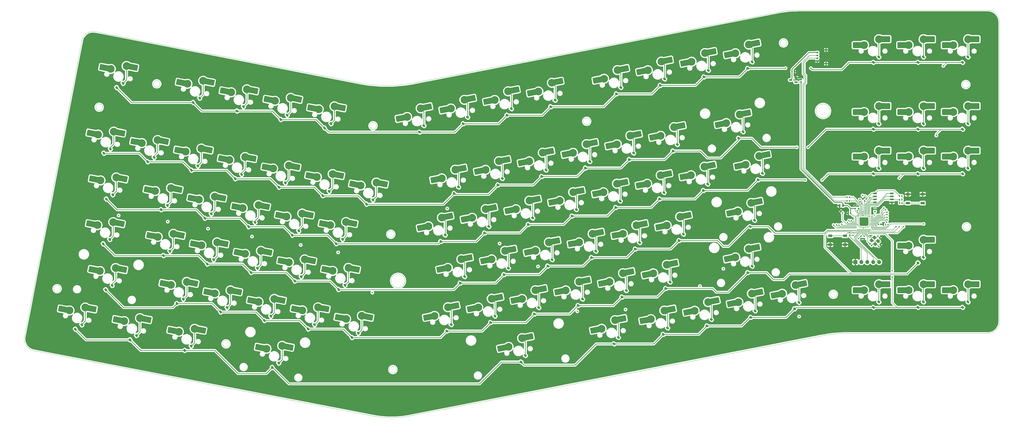
<source format=gbr>
%TF.GenerationSoftware,KiCad,Pcbnew,8.0.4*%
%TF.CreationDate,2024-08-17T15:03:33+09:00*%
%TF.ProjectId,ttaelgam,74746165-6c67-4616-9d2e-6b696361645f,rev?*%
%TF.SameCoordinates,Original*%
%TF.FileFunction,Copper,L4,Bot*%
%TF.FilePolarity,Positive*%
%FSLAX46Y46*%
G04 Gerber Fmt 4.6, Leading zero omitted, Abs format (unit mm)*
G04 Created by KiCad (PCBNEW 8.0.4) date 2024-08-17 15:03:33*
%MOMM*%
%LPD*%
G01*
G04 APERTURE LIST*
G04 Aperture macros list*
%AMRoundRect*
0 Rectangle with rounded corners*
0 $1 Rounding radius*
0 $2 $3 $4 $5 $6 $7 $8 $9 X,Y pos of 4 corners*
0 Add a 4 corners polygon primitive as box body*
4,1,4,$2,$3,$4,$5,$6,$7,$8,$9,$2,$3,0*
0 Add four circle primitives for the rounded corners*
1,1,$1+$1,$2,$3*
1,1,$1+$1,$4,$5*
1,1,$1+$1,$6,$7*
1,1,$1+$1,$8,$9*
0 Add four rect primitives between the rounded corners*
20,1,$1+$1,$2,$3,$4,$5,0*
20,1,$1+$1,$4,$5,$6,$7,0*
20,1,$1+$1,$6,$7,$8,$9,0*
20,1,$1+$1,$8,$9,$2,$3,0*%
%AMRotRect*
0 Rectangle, with rotation*
0 The origin of the aperture is its center*
0 $1 length*
0 $2 width*
0 $3 Rotation angle, in degrees counterclockwise*
0 Add horizontal line*
21,1,$1,$2,0,0,$3*%
G04 Aperture macros list end*
%TA.AperFunction,ComponentPad*%
%ADD10C,3.300000*%
%TD*%
%TA.AperFunction,SMDPad,CuDef*%
%ADD11RotRect,1.650000X2.500000X349.000000*%
%TD*%
%TA.AperFunction,SMDPad,CuDef*%
%ADD12RoundRect,0.250000X1.196977X0.786048X-0.815359X1.177206X-1.196977X-0.786048X0.815359X-1.177206X0*%
%TD*%
%TA.AperFunction,SMDPad,CuDef*%
%ADD13RotRect,1.650000X2.500000X169.000000*%
%TD*%
%TA.AperFunction,SMDPad,CuDef*%
%ADD14RoundRect,0.225000X0.106066X-0.424264X0.424264X-0.106066X-0.106066X0.424264X-0.424264X0.106066X0*%
%TD*%
%TA.AperFunction,SMDPad,CuDef*%
%ADD15RoundRect,0.225000X0.185071X-0.396231X0.436707X-0.023164X-0.185071X0.396231X-0.436707X0.023164X0*%
%TD*%
%TA.AperFunction,SMDPad,CuDef*%
%ADD16RoundRect,0.225000X0.023164X-0.436707X0.396231X-0.185071X-0.023164X0.436707X-0.396231X0.185071X0*%
%TD*%
%TA.AperFunction,SMDPad,CuDef*%
%ADD17RoundRect,0.140000X0.170000X-0.140000X0.170000X0.140000X-0.170000X0.140000X-0.170000X-0.140000X0*%
%TD*%
%TA.AperFunction,SMDPad,CuDef*%
%ADD18RotRect,1.650000X2.500000X11.000000*%
%TD*%
%TA.AperFunction,SMDPad,CuDef*%
%ADD19RoundRect,0.250000X0.815359X1.177206X-1.196977X0.786048X-0.815359X-1.177206X1.196977X-0.786048X0*%
%TD*%
%TA.AperFunction,SMDPad,CuDef*%
%ADD20RotRect,1.650000X2.500000X191.000000*%
%TD*%
%TA.AperFunction,SMDPad,CuDef*%
%ADD21RoundRect,0.140000X0.219203X0.021213X0.021213X0.219203X-0.219203X-0.021213X-0.021213X-0.219203X0*%
%TD*%
%TA.AperFunction,SMDPad,CuDef*%
%ADD22RoundRect,0.135000X-0.135000X-0.185000X0.135000X-0.185000X0.135000X0.185000X-0.135000X0.185000X0*%
%TD*%
%TA.AperFunction,SMDPad,CuDef*%
%ADD23RoundRect,0.150000X0.650000X0.150000X-0.650000X0.150000X-0.650000X-0.150000X0.650000X-0.150000X0*%
%TD*%
%TA.AperFunction,SMDPad,CuDef*%
%ADD24RoundRect,0.140000X0.140000X0.170000X-0.140000X0.170000X-0.140000X-0.170000X0.140000X-0.170000X0*%
%TD*%
%TA.AperFunction,SMDPad,CuDef*%
%ADD25RoundRect,0.135000X0.135000X0.185000X-0.135000X0.185000X-0.135000X-0.185000X0.135000X-0.185000X0*%
%TD*%
%TA.AperFunction,SMDPad,CuDef*%
%ADD26R,1.650000X2.500000*%
%TD*%
%TA.AperFunction,SMDPad,CuDef*%
%ADD27RoundRect,0.250000X1.025000X1.000000X-1.025000X1.000000X-1.025000X-1.000000X1.025000X-1.000000X0*%
%TD*%
%TA.AperFunction,SMDPad,CuDef*%
%ADD28RoundRect,0.140000X-0.170000X0.140000X-0.170000X-0.140000X0.170000X-0.140000X0.170000X0.140000X0*%
%TD*%
%TA.AperFunction,SMDPad,CuDef*%
%ADD29RoundRect,0.135000X-0.185000X0.135000X-0.185000X-0.135000X0.185000X-0.135000X0.185000X0.135000X0*%
%TD*%
%TA.AperFunction,SMDPad,CuDef*%
%ADD30RoundRect,0.140000X-0.140000X-0.170000X0.140000X-0.170000X0.140000X0.170000X-0.140000X0.170000X0*%
%TD*%
%TA.AperFunction,ComponentPad*%
%ADD31R,1.700000X1.700000*%
%TD*%
%TA.AperFunction,ComponentPad*%
%ADD32O,1.700000X1.700000*%
%TD*%
%TA.AperFunction,SMDPad,CuDef*%
%ADD33RoundRect,0.140000X-0.021213X0.219203X-0.219203X0.021213X0.021213X-0.219203X0.219203X-0.021213X0*%
%TD*%
%TA.AperFunction,SMDPad,CuDef*%
%ADD34R,1.700000X1.000000*%
%TD*%
%TA.AperFunction,SMDPad,CuDef*%
%ADD35RotRect,1.400000X1.200000X135.000000*%
%TD*%
%TA.AperFunction,SMDPad,CuDef*%
%ADD36RoundRect,0.150000X-0.275000X0.150000X-0.275000X-0.150000X0.275000X-0.150000X0.275000X0.150000X0*%
%TD*%
%TA.AperFunction,SMDPad,CuDef*%
%ADD37RoundRect,0.175000X-0.225000X0.175000X-0.225000X-0.175000X0.225000X-0.175000X0.225000X0.175000X0*%
%TD*%
%TA.AperFunction,SMDPad,CuDef*%
%ADD38RoundRect,0.050000X0.387500X0.050000X-0.387500X0.050000X-0.387500X-0.050000X0.387500X-0.050000X0*%
%TD*%
%TA.AperFunction,SMDPad,CuDef*%
%ADD39RoundRect,0.050000X0.050000X0.387500X-0.050000X0.387500X-0.050000X-0.387500X0.050000X-0.387500X0*%
%TD*%
%TA.AperFunction,HeatsinkPad*%
%ADD40R,3.200000X3.200000*%
%TD*%
%TA.AperFunction,SMDPad,CuDef*%
%ADD41RoundRect,0.225000X0.225000X0.250000X-0.225000X0.250000X-0.225000X-0.250000X0.225000X-0.250000X0*%
%TD*%
%TA.AperFunction,SMDPad,CuDef*%
%ADD42RoundRect,0.135000X0.226274X0.035355X0.035355X0.226274X-0.226274X-0.035355X-0.035355X-0.226274X0*%
%TD*%
%TA.AperFunction,SMDPad,CuDef*%
%ADD43RoundRect,0.150000X0.512500X0.150000X-0.512500X0.150000X-0.512500X-0.150000X0.512500X-0.150000X0*%
%TD*%
%TA.AperFunction,ViaPad*%
%ADD44C,0.600000*%
%TD*%
%TA.AperFunction,Conductor*%
%ADD45C,0.200000*%
%TD*%
%TA.AperFunction,Conductor*%
%ADD46C,0.250000*%
%TD*%
%TA.AperFunction,Conductor*%
%ADD47C,0.300000*%
%TD*%
%TA.AperFunction,Profile*%
%ADD48C,0.050000*%
%TD*%
G04 APERTURE END LIST*
D10*
%TO.P,MX52,1,1*%
%TO.N,COL1*%
X158488922Y-230633419D03*
D11*
X156697453Y-230285192D03*
D12*
X155004146Y-229956047D03*
%TO.P,MX52,2,2*%
%TO.N,Net-(D52-A)*%
X168691686Y-230029095D03*
D13*
X166973839Y-229695179D03*
D10*
X165206910Y-229351723D03*
%TD*%
D14*
%TO.P,D88,1,K*%
%TO.N,ROW5*%
X464319491Y-260791339D03*
%TO.P,D88,2,A*%
%TO.N,Net-(D88-A)*%
X466652943Y-258457887D03*
%TD*%
D15*
%TO.P,D7,1,K*%
%TO.N,ROW0*%
X289090418Y-182208004D03*
%TO.P,D7,2,A*%
%TO.N,Net-(D7-A)*%
X290935754Y-179472180D03*
%TD*%
D10*
%TO.P,MX2,1,1*%
%TO.N,COL1*%
X171211112Y-165183426D03*
D11*
X169419643Y-164835199D03*
D12*
X167726336Y-164506054D03*
%TO.P,MX2,2,2*%
%TO.N,Net-(D2-A)*%
X181413876Y-164579102D03*
D13*
X179696029Y-164245186D03*
D10*
X177929100Y-163901730D03*
%TD*%
%TO.P,MX55,1,1*%
%TO.N,COL4*%
X214588916Y-241538153D03*
D11*
X212797447Y-241189926D03*
D12*
X211104140Y-240860781D03*
%TO.P,MX55,2,2*%
%TO.N,Net-(D55-A)*%
X224791680Y-240933829D03*
D13*
X223073833Y-240599913D03*
D10*
X221306904Y-240256457D03*
%TD*%
D14*
%TO.P,D33,1,K*%
%TO.N,ROW1*%
X502419491Y-184591339D03*
%TO.P,D33,2,A*%
%TO.N,Net-(D33-A)*%
X504752943Y-182257887D03*
%TD*%
D16*
%TO.P,D5,1,K*%
%TO.N,ROW0*%
X229792983Y-184083405D03*
%TO.P,D5,2,A*%
%TO.N,Net-(D5-A)*%
X232528807Y-182238069D03*
%TD*%
D10*
%TO.P,MX18,1,1*%
%TO.N,COL1*%
X151733747Y-190507239D03*
D11*
X149942278Y-190159012D03*
D12*
X148248971Y-189829867D03*
%TO.P,MX18,2,2*%
%TO.N,Net-(D18-A)*%
X161936511Y-189902915D03*
D13*
X160218664Y-189568999D03*
D10*
X158451735Y-189225543D03*
%TD*%
D17*
%TO.P,C3,1*%
%TO.N,+1V1*%
X458009740Y-218445260D03*
%TO.P,C3,2*%
%TO.N,GND*%
X458009740Y-217485260D03*
%TD*%
D10*
%TO.P,MX24,1,1*%
%TO.N,COL5*%
X279896559Y-205592121D03*
D18*
X278105089Y-205940348D03*
D19*
X276411782Y-206269493D03*
%TO.P,MX24,2,2*%
%TO.N,Net-(D24-A)*%
X289130013Y-201209779D03*
D20*
X287412165Y-201543695D03*
D10*
X285645236Y-201887151D03*
%TD*%
D21*
%TO.P,C6,1*%
%TO.N,GND*%
X466927686Y-230937945D03*
%TO.P,C6,2*%
%TO.N,XIN*%
X466248864Y-230259123D03*
%TD*%
D10*
%TO.P,MX69,1,1*%
%TO.N,COL17*%
X239004001Y-265690518D03*
D11*
X237212532Y-265342291D03*
D12*
X235519225Y-265013146D03*
%TO.P,MX69,2,2*%
%TO.N,Net-(D69-A)*%
X249206765Y-265086194D03*
D13*
X247488918Y-264752278D03*
D10*
X245721989Y-264408822D03*
%TD*%
%TO.P,MX66,1,1*%
%TO.N,COL2*%
X182904008Y-254785783D03*
D11*
X181112539Y-254437556D03*
D12*
X179419232Y-254108411D03*
%TO.P,MX66,2,2*%
%TO.N,Net-(D66-A)*%
X193106772Y-254181459D03*
D13*
X191388925Y-253847543D03*
D10*
X189621996Y-253504087D03*
%TD*%
D16*
%TO.P,D55,1,K*%
%TO.N,ROW3*%
X217070793Y-249533398D03*
%TO.P,D55,2,A*%
%TO.N,Net-(D55-A)*%
X219806617Y-247688062D03*
%TD*%
D15*
%TO.P,D83,1,K*%
%TO.N,ROW5*%
X353494926Y-276425078D03*
%TO.P,D83,2,A*%
%TO.N,Net-(D83-A)*%
X355340262Y-273689254D03*
%TD*%
D21*
%TO.P,C11,1*%
%TO.N,+3V3*%
X459349151Y-216329671D03*
%TO.P,C11,2*%
%TO.N,GND*%
X458670329Y-215650849D03*
%TD*%
D15*
%TO.P,D43,1,K*%
%TO.N,ROW2*%
X335577693Y-221688176D03*
%TO.P,D43,2,A*%
%TO.N,Net-(D43-A)*%
X337423029Y-218952352D03*
%TD*%
%TO.P,D70,1,K*%
%TO.N,ROW4*%
X282072522Y-270901634D03*
%TO.P,D70,2,A*%
%TO.N,Net-(D70-A)*%
X283917858Y-268165810D03*
%TD*%
D22*
%TO.P,R5,1*%
%TO.N,Q_SEL*%
X475519221Y-214759737D03*
%TO.P,R5,2*%
%TO.N,Net-(R3-Pad1)*%
X476539219Y-214759737D03*
%TD*%
D15*
%TO.P,D42,1,K*%
%TO.N,ROW2*%
X316877695Y-225323087D03*
%TO.P,D42,2,A*%
%TO.N,Net-(D42-A)*%
X318723031Y-222587263D03*
%TD*%
D10*
%TO.P,MX84,1,1*%
%TO.N,COL7*%
X369236195Y-265852467D03*
D18*
X367444725Y-266200694D03*
D19*
X365751418Y-266529839D03*
%TO.P,MX84,2,2*%
%TO.N,Net-(D84-A)*%
X378469649Y-261470125D03*
D20*
X376751801Y-261804041D03*
D10*
X374984872Y-262147497D03*
%TD*%
%TO.P,MX58,1,1*%
%TO.N,COL6*%
X301191380Y-240265933D03*
D18*
X299399910Y-240614160D03*
D19*
X297706603Y-240943305D03*
%TO.P,MX58,2,2*%
%TO.N,Net-(D58-A)*%
X310424834Y-235883591D03*
D20*
X308706986Y-236217507D03*
D10*
X306940057Y-236560963D03*
%TD*%
D15*
%TO.P,D60,1,K*%
%TO.N,ROW3*%
X343887603Y-239479446D03*
%TO.P,D60,2,A*%
%TO.N,Net-(D60-A)*%
X345732939Y-236743622D03*
%TD*%
D10*
%TO.P,MX64,1,1*%
%TO.N,COL0*%
X133816513Y-245244141D03*
D11*
X132025044Y-244895914D03*
D12*
X130331737Y-244566769D03*
%TO.P,MX64,2,2*%
%TO.N,Net-(D64-A)*%
X144019277Y-244639817D03*
D13*
X142301430Y-244305901D03*
D10*
X140534501Y-243962445D03*
%TD*%
%TO.P,MX78,1,1*%
%TO.N,COL0*%
X120831603Y-262126683D03*
D11*
X119040134Y-261778456D03*
D12*
X117346827Y-261449311D03*
%TO.P,MX78,2,2*%
%TO.N,Net-(D78-A)*%
X131034367Y-261522359D03*
D13*
X129316520Y-261188443D03*
D10*
X127549591Y-260844987D03*
%TD*%
%TO.P,MX73,1,1*%
%TO.N,COL8*%
X332876288Y-253513564D03*
D18*
X331084818Y-253861791D03*
D19*
X329391511Y-254190936D03*
%TO.P,MX73,2,2*%
%TO.N,Net-(D73-A)*%
X342109742Y-249131222D03*
D20*
X340391894Y-249465138D03*
D10*
X338624965Y-249808594D03*
%TD*%
D23*
%TO.P,U4,1,~{CS}*%
%TO.N,Q_I02*%
X472234740Y-212085260D03*
%TO.P,U4,2,DO(IO1)*%
%TO.N,Q_I01*%
X472234740Y-213355260D03*
%TO.P,U4,3,IO2*%
%TO.N,Q_SEL*%
X472234740Y-214625260D03*
%TO.P,U4,4,GND*%
%TO.N,GND*%
X472234740Y-215895260D03*
%TO.P,U4,5,DI(IO0)*%
%TO.N,Q_I00*%
X465034740Y-215895260D03*
%TO.P,U4,6,CLK*%
%TO.N,Q_CLK*%
X465034740Y-214625260D03*
%TO.P,U4,7,IO3*%
%TO.N,Q_I03*%
X465034740Y-213355260D03*
%TO.P,U4,8,VCC*%
%TO.N,+3V3*%
X465034740Y-212085260D03*
%TD*%
D15*
%TO.P,D26,1,K*%
%TO.N,ROW1*%
X322592782Y-204805634D03*
%TO.P,D26,2,A*%
%TO.N,Net-(D26-A)*%
X324438118Y-202069810D03*
%TD*%
D10*
%TO.P,MX61,1,1*%
%TO.N,COL9*%
X357291373Y-229361199D03*
D18*
X355499903Y-229709426D03*
D19*
X353806596Y-230038571D03*
%TO.P,MX61,2,2*%
%TO.N,Net-(D61-A)*%
X366524827Y-224978857D03*
D20*
X364806979Y-225312773D03*
D10*
X363040050Y-225656229D03*
%TD*%
D15*
%TO.P,D11,1,K*%
%TO.N,ROW0*%
X373240409Y-165850903D03*
%TO.P,D11,2,A*%
%TO.N,Net-(D11-A)*%
X375085745Y-163115079D03*
%TD*%
D24*
%TO.P,C9,1*%
%TO.N,+3V3*%
X454564740Y-220615260D03*
%TO.P,C9,2*%
%TO.N,GND*%
X453604740Y-220615260D03*
%TD*%
D10*
%TO.P,MX63,1,1*%
%TO.N,COL12*%
X406378868Y-219819557D03*
D18*
X404587398Y-220167784D03*
D19*
X402894091Y-220496929D03*
%TO.P,MX63,2,2*%
%TO.N,Net-(D63-A)*%
X415612322Y-215437215D03*
D20*
X413894474Y-215771131D03*
D10*
X412127545Y-216114587D03*
%TD*%
D25*
%TO.P,R7,1*%
%TO.N,Net-(U2-USB_DP)*%
X454094739Y-213640260D03*
%TO.P,R7,2*%
%TO.N,D+*%
X453074741Y-213640260D03*
%TD*%
D15*
%TO.P,D40,1,K*%
%TO.N,ROW2*%
X279477699Y-232592910D03*
%TO.P,D40,2,A*%
%TO.N,Net-(D40-A)*%
X281323035Y-229857086D03*
%TD*%
D21*
%TO.P,C13,1*%
%TO.N,+3V3*%
X451149151Y-220435722D03*
%TO.P,C13,2*%
%TO.N,GND*%
X450470329Y-219756900D03*
%TD*%
D10*
%TO.P,MX89,1,1*%
%TO.N,COL14*%
X479407648Y-253416553D03*
D26*
X477582648Y-253416553D03*
D27*
X475857648Y-253416553D03*
%TO.P,MX89,2,2*%
%TO.N,Net-(D89-A)*%
X489307648Y-250876553D03*
D26*
X487557648Y-250876553D03*
D10*
X485757648Y-250876553D03*
%TD*%
%TO.P,MX22,1,1*%
%TO.N,COL16*%
X226533738Y-205046885D03*
D11*
X224742269Y-204698658D03*
D12*
X223048962Y-204369513D03*
%TO.P,MX22,2,2*%
%TO.N,Net-(D22-A)*%
X236736502Y-204442561D03*
D13*
X235018655Y-204108645D03*
D10*
X233251726Y-203765189D03*
%TD*%
%TO.P,MX44,1,1*%
%TO.N,COL9*%
X348981462Y-211569929D03*
D18*
X347189992Y-211918156D03*
D19*
X345496685Y-212247301D03*
%TO.P,MX44,2,2*%
%TO.N,Net-(D44-A)*%
X358214916Y-207187587D03*
D20*
X356497068Y-207521503D03*
D10*
X354730139Y-207864959D03*
%TD*%
%TO.P,MX67,1,1*%
%TO.N,COL3*%
X201604005Y-258420695D03*
D11*
X199812536Y-258072468D03*
D12*
X198119229Y-257743323D03*
%TO.P,MX67,2,2*%
%TO.N,Net-(D67-A)*%
X211806769Y-257816371D03*
D13*
X210088922Y-257482455D03*
D10*
X208321993Y-257138999D03*
%TD*%
D15*
%TO.P,D44,1,K*%
%TO.N,ROW2*%
X354277690Y-218053265D03*
%TO.P,D44,2,A*%
%TO.N,Net-(D44-A)*%
X356123026Y-215317441D03*
%TD*%
D28*
%TO.P,C16,1*%
%TO.N,+1V1*%
X458984740Y-230385260D03*
%TO.P,C16,2*%
%TO.N,GND*%
X458984740Y-231345260D03*
%TD*%
D16*
%TO.P,D66,1,K*%
%TO.N,ROW4*%
X185385885Y-262781029D03*
%TO.P,D66,2,A*%
%TO.N,Net-(D66-A)*%
X188121709Y-260935693D03*
%TD*%
%TO.P,D78,1,K*%
%TO.N,ROW5*%
X123313480Y-270121929D03*
%TO.P,D78,2,A*%
%TO.N,Net-(D78-A)*%
X126049304Y-268276593D03*
%TD*%
D14*
%TO.P,D32,1,K*%
%TO.N,ROW1*%
X483369491Y-184591339D03*
%TO.P,D32,2,A*%
%TO.N,Net-(D32-A)*%
X485702943Y-182257887D03*
%TD*%
D10*
%TO.P,MX74,1,1*%
%TO.N,COL9*%
X351576286Y-249878653D03*
D18*
X349784816Y-250226880D03*
D19*
X348091509Y-250556025D03*
%TO.P,MX74,2,2*%
%TO.N,Net-(D74-A)*%
X360809740Y-245496311D03*
D20*
X359091892Y-245830227D03*
D10*
X357324963Y-246173683D03*
%TD*%
D15*
%TO.P,D72,1,K*%
%TO.N,ROW4*%
X319472518Y-263631811D03*
%TO.P,D72,2,A*%
%TO.N,Net-(D72-A)*%
X321317854Y-260895987D03*
%TD*%
%TO.P,D61,1,K*%
%TO.N,ROW3*%
X362587601Y-235844535D03*
%TO.P,D61,2,A*%
%TO.N,Net-(D61-A)*%
X364432937Y-233108711D03*
%TD*%
%TO.P,D57,1,K*%
%TO.N,ROW3*%
X287787610Y-250384180D03*
%TO.P,D57,2,A*%
%TO.N,Net-(D57-A)*%
X289632946Y-247648356D03*
%TD*%
D25*
%TO.P,R3,1*%
%TO.N,Net-(R3-Pad1)*%
X476539219Y-213159737D03*
%TO.P,R3,2*%
%TO.N,+3V3*%
X475519221Y-213159737D03*
%TD*%
D16*
%TO.P,D23,1,K*%
%TO.N,ROW1*%
X247715613Y-216677041D03*
%TO.P,D23,2,A*%
%TO.N,Net-(D23-A)*%
X250451437Y-214831705D03*
%TD*%
%TO.P,D54,1,K*%
%TO.N,ROW3*%
X198370795Y-245898487D03*
%TO.P,D54,2,A*%
%TO.N,Net-(D54-A)*%
X201106619Y-244053151D03*
%TD*%
D10*
%TO.P,MX36,1,1*%
%TO.N,COL2*%
X176148832Y-214659604D03*
D11*
X174357363Y-214311377D03*
D12*
X172664056Y-213982232D03*
%TO.P,MX36,2,2*%
%TO.N,Net-(D36-A)*%
X186351596Y-214055280D03*
D13*
X184633749Y-213721364D03*
D10*
X182866820Y-213377908D03*
%TD*%
%TO.P,MX39,1,1*%
%TO.N,COL16*%
X232248825Y-225564338D03*
D11*
X230457356Y-225216111D03*
D12*
X228764049Y-224886966D03*
%TO.P,MX39,2,2*%
%TO.N,Net-(D39-A)*%
X242451589Y-224960014D03*
D13*
X240733742Y-224626098D03*
D10*
X238966813Y-224282642D03*
%TD*%
%TO.P,MX88,1,1*%
%TO.N,COL13*%
X460357648Y-253416553D03*
D26*
X458532648Y-253416553D03*
D27*
X456807648Y-253416553D03*
%TO.P,MX88,2,2*%
%TO.N,Net-(D88-A)*%
X470257648Y-250876553D03*
D26*
X468507648Y-250876553D03*
D10*
X466707648Y-250876553D03*
%TD*%
D15*
%TO.P,D76,1,K*%
%TO.N,ROW4*%
X410635007Y-245911618D03*
%TO.P,D76,2,A*%
%TO.N,Net-(D76-A)*%
X412480343Y-243175794D03*
%TD*%
D16*
%TO.P,D36,1,K*%
%TO.N,ROW2*%
X178630709Y-222654850D03*
%TO.P,D36,2,A*%
%TO.N,Net-(D36-A)*%
X181366533Y-220809514D03*
%TD*%
D10*
%TO.P,MX19,1,1*%
%TO.N,COL2*%
X170433744Y-194142151D03*
D11*
X168642275Y-193793924D03*
D12*
X166948968Y-193464779D03*
%TO.P,MX19,2,2*%
%TO.N,Net-(D19-A)*%
X180636508Y-193537827D03*
D13*
X178918661Y-193203911D03*
D10*
X177151732Y-192860455D03*
%TD*%
D14*
%TO.P,D31,1,K*%
%TO.N,ROW1*%
X464319491Y-184591339D03*
%TO.P,D31,2,A*%
%TO.N,Net-(D31-A)*%
X466652943Y-182257887D03*
%TD*%
D16*
%TO.P,D17,1,K*%
%TO.N,ROW1*%
X135515626Y-194867573D03*
%TO.P,D17,2,A*%
%TO.N,Net-(D17-A)*%
X138251450Y-193022237D03*
%TD*%
D15*
%TO.P,D12,1,K*%
%TO.N,ROW0*%
X391940407Y-162215992D03*
%TO.P,D12,2,A*%
%TO.N,Net-(D12-A)*%
X393785743Y-159480168D03*
%TD*%
D10*
%TO.P,MX3,1,1*%
%TO.N,COL2*%
X189911110Y-168818338D03*
D11*
X188119641Y-168470111D03*
D12*
X186426334Y-168140966D03*
%TO.P,MX3,2,2*%
%TO.N,Net-(D3-A)*%
X200113874Y-168214014D03*
D13*
X198396027Y-167880098D03*
D10*
X196629098Y-167536642D03*
%TD*%
%TO.P,MX71,1,1*%
%TO.N,COL6*%
X295476292Y-260783387D03*
D18*
X293684822Y-261131614D03*
D19*
X291991515Y-261460759D03*
%TO.P,MX71,2,2*%
%TO.N,Net-(D71-A)*%
X304709746Y-256401045D03*
D20*
X302991898Y-256734961D03*
D10*
X301224969Y-257078417D03*
%TD*%
D29*
%TO.P,R4,1*%
%TO.N,RESET*%
X454159740Y-228930261D03*
%TO.P,R4,2*%
%TO.N,+3V3*%
X454159740Y-229950259D03*
%TD*%
D10*
%TO.P,MX27,1,1*%
%TO.N,COL8*%
X335996552Y-194687387D03*
D18*
X334205082Y-195035614D03*
D19*
X332511775Y-195364759D03*
%TO.P,MX27,2,2*%
%TO.N,Net-(D27-A)*%
X345230006Y-190305045D03*
D20*
X343512158Y-190638961D03*
D10*
X341745229Y-190982417D03*
%TD*%
%TO.P,MX5,1,1*%
%TO.N,COL4*%
X227311105Y-176088160D03*
D11*
X225519636Y-175739933D03*
D12*
X223826329Y-175410788D03*
%TO.P,MX5,2,2*%
%TO.N,Net-(D5-A)*%
X237513869Y-175483836D03*
D13*
X235796022Y-175149920D03*
D10*
X234029093Y-174806464D03*
%TD*%
%TO.P,MX76,1,1*%
%TO.N,COL12*%
X405338779Y-239428282D03*
D18*
X403547309Y-239776509D03*
D19*
X401854002Y-240105654D03*
%TO.P,MX76,2,2*%
%TO.N,Net-(D76-A)*%
X414572233Y-235045940D03*
D20*
X412854385Y-235379856D03*
D10*
X411087456Y-235723312D03*
%TD*%
%TO.P,MX9,1,1*%
%TO.N,COL8*%
X321194186Y-168454846D03*
D18*
X319402716Y-168803073D03*
D19*
X317709409Y-169132218D03*
%TO.P,MX9,2,2*%
%TO.N,Net-(D9-A)*%
X330427640Y-164072504D03*
D20*
X328709792Y-164406420D03*
D10*
X326942863Y-164749876D03*
%TD*%
%TO.P,MX13,1,1*%
%TO.N,COL12*%
X405344176Y-152097745D03*
D18*
X403552706Y-152445972D03*
D19*
X401859399Y-152775117D03*
%TO.P,MX13,2,2*%
%TO.N,Net-(D13-A)*%
X414577630Y-147715403D03*
D20*
X412859782Y-148049319D03*
D10*
X411092853Y-148392775D03*
%TD*%
D15*
%TO.P,D74,1,K*%
%TO.N,ROW4*%
X356872514Y-256361988D03*
%TO.P,D74,2,A*%
%TO.N,Net-(D74-A)*%
X358717850Y-253626164D03*
%TD*%
D10*
%TO.P,MX21,1,1*%
%TO.N,COL4*%
X207833740Y-201411973D03*
D11*
X206042271Y-201063746D03*
D12*
X204348964Y-200734601D03*
%TO.P,MX21,2,2*%
%TO.N,Net-(D21-A)*%
X218036504Y-200807649D03*
D13*
X216318657Y-200473733D03*
D10*
X214551728Y-200130277D03*
%TD*%
%TO.P,MX33,1,1*%
%TO.N,COL15*%
X498457648Y-177216553D03*
D26*
X496632648Y-177216553D03*
D27*
X494907648Y-177216553D03*
%TO.P,MX33,2,2*%
%TO.N,Net-(D33-A)*%
X508357648Y-174676553D03*
D26*
X506607648Y-174676553D03*
D10*
X504807648Y-174676553D03*
%TD*%
D17*
%TO.P,C2,1*%
%TO.N,+3V3*%
X433409740Y-164376311D03*
%TO.P,C2,2*%
%TO.N,GND*%
X433409740Y-163416311D03*
%TD*%
D15*
%TO.P,D59,1,K*%
%TO.N,ROW3*%
X325187606Y-243114357D03*
%TO.P,D59,2,A*%
%TO.N,Net-(D59-A)*%
X327032942Y-240378533D03*
%TD*%
D10*
%TO.P,MX26,1,1*%
%TO.N,COL7*%
X317296554Y-198322298D03*
D18*
X315505084Y-198670525D03*
D19*
X313811777Y-198999670D03*
%TO.P,MX26,2,2*%
%TO.N,Net-(D26-A)*%
X326530008Y-193939956D03*
D20*
X324812160Y-194273872D03*
D10*
X323045231Y-194617328D03*
%TD*%
%TO.P,MX12,1,1*%
%TO.N,COL11*%
X386644179Y-155732656D03*
D18*
X384852709Y-156080883D03*
D19*
X383159402Y-156410028D03*
%TO.P,MX12,2,2*%
%TO.N,Net-(D12-A)*%
X395877633Y-151350314D03*
D20*
X394159785Y-151684230D03*
D10*
X392392856Y-152027686D03*
%TD*%
D16*
%TO.P,D38,1,K*%
%TO.N,ROW2*%
X216030705Y-229924672D03*
%TO.P,D38,2,A*%
%TO.N,Net-(D38-A)*%
X218766529Y-228079336D03*
%TD*%
D10*
%TO.P,MX16,1,1*%
%TO.N,COL15*%
X498457648Y-148641553D03*
D26*
X496632648Y-148641553D03*
D27*
X494907648Y-148641553D03*
%TO.P,MX16,2,2*%
%TO.N,Net-(D16-A)*%
X508357648Y-146101553D03*
D26*
X506607648Y-146101553D03*
D10*
X504807648Y-146101553D03*
%TD*%
%TO.P,MX34,1,1*%
%TO.N,COL0*%
X134073837Y-206481054D03*
D11*
X132282368Y-206132827D03*
D12*
X130589061Y-205803682D03*
%TO.P,MX34,2,2*%
%TO.N,Net-(D34-A)*%
X144276601Y-205876730D03*
D13*
X142558754Y-205542814D03*
D10*
X140791825Y-205199358D03*
%TD*%
D16*
%TO.P,D53,1,K*%
%TO.N,ROW3*%
X179670797Y-242263575D03*
%TO.P,D53,2,A*%
%TO.N,Net-(D53-A)*%
X182406621Y-240418239D03*
%TD*%
%TO.P,D56,1,K*%
%TO.N,ROW3*%
X235770791Y-253168309D03*
%TO.P,D56,2,A*%
%TO.N,Net-(D56-A)*%
X238506615Y-251322973D03*
%TD*%
D22*
%TO.P,R8,1*%
%TO.N,D-*%
X453074741Y-215227760D03*
%TO.P,R8,2*%
%TO.N,Net-(U2-USB_DM)*%
X454094739Y-215227760D03*
%TD*%
D10*
%TO.P,MX40,1,1*%
%TO.N,COL5*%
X274181471Y-226109575D03*
D18*
X272390001Y-226457802D03*
D19*
X270696694Y-226786947D03*
%TO.P,MX40,2,2*%
%TO.N,Net-(D40-A)*%
X283414925Y-221727233D03*
D20*
X281697077Y-222061149D03*
D10*
X279930148Y-222404605D03*
%TD*%
%TO.P,MX82,1,1*%
%TO.N,COL5*%
X308461202Y-277665929D03*
D18*
X306669732Y-278014156D03*
D19*
X304976425Y-278343301D03*
%TO.P,MX82,2,2*%
%TO.N,Net-(D82-A)*%
X317694656Y-273283587D03*
D20*
X315976808Y-273617503D03*
D10*
X314209879Y-273960959D03*
%TD*%
D16*
%TO.P,D2,1,K*%
%TO.N,ROW0*%
X173692989Y-173178671D03*
%TO.P,D2,2,A*%
%TO.N,Net-(D2-A)*%
X176428813Y-171333335D03*
%TD*%
%TO.P,D22,1,K*%
%TO.N,ROW1*%
X229015615Y-213042130D03*
%TO.P,D22,2,A*%
%TO.N,Net-(D22-A)*%
X231751439Y-211196794D03*
%TD*%
D15*
%TO.P,D29,1,K*%
%TO.N,ROW1*%
X378692776Y-193900900D03*
%TO.P,D29,2,A*%
%TO.N,Net-(D29-A)*%
X380538112Y-191165076D03*
%TD*%
D10*
%TO.P,MX43,1,1*%
%TO.N,COL8*%
X330281465Y-215204840D03*
D18*
X328489995Y-215553067D03*
D19*
X326796688Y-215882212D03*
%TO.P,MX43,2,2*%
%TO.N,Net-(D43-A)*%
X339514919Y-210822498D03*
D20*
X337797071Y-211156414D03*
D10*
X336030142Y-211499870D03*
%TD*%
D16*
%TO.P,D67,1,K*%
%TO.N,ROW4*%
X204085883Y-266415940D03*
%TO.P,D67,2,A*%
%TO.N,Net-(D67-A)*%
X206821707Y-264570604D03*
%TD*%
D10*
%TO.P,MX30,1,1*%
%TO.N,COL12*%
X401446545Y-181965197D03*
D18*
X399655075Y-182313424D03*
D19*
X397961768Y-182642569D03*
%TO.P,MX30,2,2*%
%TO.N,Net-(D30-A)*%
X410679999Y-177582855D03*
D20*
X408962151Y-177916771D03*
D10*
X407195222Y-178260227D03*
%TD*%
D17*
%TO.P,C14,1*%
%TO.N,+3V3*%
X456509740Y-218445260D03*
%TO.P,C14,2*%
%TO.N,GND*%
X456509740Y-217485260D03*
%TD*%
D15*
%TO.P,D47,1,K*%
%TO.N,ROW2*%
X415052683Y-206239803D03*
%TO.P,D47,2,A*%
%TO.N,Net-(D47-A)*%
X416898019Y-203503979D03*
%TD*%
D10*
%TO.P,MX7,1,1*%
%TO.N,COL6*%
X283794190Y-175724669D03*
D18*
X282002720Y-176072896D03*
D19*
X280309413Y-176402041D03*
%TO.P,MX7,2,2*%
%TO.N,Net-(D7-A)*%
X293027644Y-171342327D03*
D20*
X291309796Y-171676243D03*
D10*
X289542867Y-172019699D03*
%TD*%
D14*
%TO.P,D50,1,K*%
%TO.N,ROW2*%
X502419491Y-203641339D03*
%TO.P,D50,2,A*%
%TO.N,Net-(D50-A)*%
X504752943Y-201307887D03*
%TD*%
D15*
%TO.P,D45,1,K*%
%TO.N,ROW2*%
X372977688Y-214418353D03*
%TO.P,D45,2,A*%
%TO.N,Net-(D45-A)*%
X374823024Y-211682529D03*
%TD*%
D10*
%TO.P,MX68,1,1*%
%TO.N,COL4*%
X220304003Y-262055606D03*
D11*
X218512534Y-261707379D03*
D12*
X216819227Y-261378234D03*
%TO.P,MX68,2,2*%
%TO.N,Net-(D68-A)*%
X230506767Y-261451282D03*
D13*
X228788920Y-261117366D03*
D10*
X227021991Y-260773910D03*
%TD*%
%TO.P,MX17,1,1*%
%TO.N,COL0*%
X133033749Y-186872328D03*
D11*
X131242280Y-186524101D03*
D12*
X129548973Y-186194956D03*
%TO.P,MX17,2,2*%
%TO.N,Net-(D17-A)*%
X143236513Y-186268004D03*
D13*
X141518666Y-185934088D03*
D10*
X139751737Y-185590632D03*
%TD*%
D15*
%TO.P,D46,1,K*%
%TO.N,ROW2*%
X391677686Y-210783442D03*
%TO.P,D46,2,A*%
%TO.N,Net-(D46-A)*%
X393523022Y-208047618D03*
%TD*%
D16*
%TO.P,D51,1,K*%
%TO.N,ROW3*%
X135258302Y-233630661D03*
%TO.P,D51,2,A*%
%TO.N,Net-(D51-A)*%
X137994126Y-231785325D03*
%TD*%
%TO.P,D52,1,K*%
%TO.N,ROW3*%
X160970799Y-238628664D03*
%TO.P,D52,2,A*%
%TO.N,Net-(D52-A)*%
X163706623Y-236783328D03*
%TD*%
%TO.P,D65,1,K*%
%TO.N,ROW4*%
X166685887Y-259146117D03*
%TO.P,D65,2,A*%
%TO.N,Net-(D65-A)*%
X169421711Y-257300781D03*
%TD*%
D10*
%TO.P,MX35,1,1*%
%TO.N,COL1*%
X157448834Y-211024693D03*
D11*
X155657365Y-210676466D03*
D12*
X153964058Y-210347321D03*
%TO.P,MX35,2,2*%
%TO.N,Net-(D35-A)*%
X167651598Y-210420369D03*
D13*
X165933751Y-210086453D03*
D10*
X164166822Y-209742997D03*
%TD*%
%TO.P,MX4,1,1*%
%TO.N,COL3*%
X208611108Y-172453249D03*
D11*
X206819639Y-172105022D03*
D12*
X205126332Y-171775877D03*
%TO.P,MX4,2,2*%
%TO.N,Net-(D4-A)*%
X218813872Y-171848925D03*
D13*
X217096025Y-171515009D03*
D10*
X215329096Y-171171553D03*
%TD*%
%TO.P,MX8,1,1*%
%TO.N,COL7*%
X302494188Y-172089757D03*
D18*
X300702718Y-172437984D03*
D19*
X299009411Y-172767129D03*
%TO.P,MX8,2,2*%
%TO.N,Net-(D8-A)*%
X311727642Y-167707415D03*
D20*
X310009794Y-168041331D03*
D10*
X308242865Y-168384787D03*
%TD*%
D16*
%TO.P,D19,1,K*%
%TO.N,ROW1*%
X172915622Y-202137396D03*
%TO.P,D19,2,A*%
%TO.N,Net-(D19-A)*%
X175651446Y-200292060D03*
%TD*%
D15*
%TO.P,D84,1,K*%
%TO.N,ROW5*%
X374532423Y-272335803D03*
%TO.P,D84,2,A*%
%TO.N,Net-(D84-A)*%
X376377759Y-269599979D03*
%TD*%
D10*
%TO.P,MX1,1,1*%
%TO.N,COL0*%
X138486116Y-158822331D03*
D11*
X136694647Y-158474104D03*
D12*
X135001340Y-158144959D03*
%TO.P,MX1,2,2*%
%TO.N,Net-(D1-A)*%
X148688880Y-158218007D03*
D13*
X146971033Y-157884091D03*
D10*
X145204104Y-157540635D03*
%TD*%
D30*
%TO.P,C1,1*%
%TO.N,+5V*%
X429568107Y-159980390D03*
%TO.P,C1,2*%
%TO.N,GND*%
X430528107Y-159980390D03*
%TD*%
D10*
%TO.P,MX49,1,1*%
%TO.N,COL14*%
X479407648Y-196266553D03*
D26*
X477582648Y-196266553D03*
D27*
X475857648Y-196266553D03*
%TO.P,MX49,2,2*%
%TO.N,Net-(D49-A)*%
X489307648Y-193726553D03*
D26*
X487557648Y-193726553D03*
D10*
X485757648Y-193726553D03*
%TD*%
D31*
%TO.P,J3,1,Pin_1*%
%TO.N,GND*%
X456634740Y-241390260D03*
D32*
%TO.P,J3,2,Pin_2*%
%TO.N,+3V3*%
X459174740Y-241390260D03*
%TO.P,J3,3,Pin_3*%
%TO.N,RESET*%
X461714739Y-241390260D03*
%TO.P,J3,4,Pin_4*%
%TO.N,SWD*%
X464254740Y-241390260D03*
%TO.P,J3,5,Pin_5*%
%TO.N,SWC*%
X466794740Y-241390260D03*
%TD*%
D10*
%TO.P,MX83,1,1*%
%TO.N,COL6*%
X348198698Y-269941742D03*
D18*
X346407228Y-270289969D03*
D19*
X344713921Y-270619114D03*
%TO.P,MX83,2,2*%
%TO.N,Net-(D83-A)*%
X357432152Y-265559400D03*
D20*
X355714304Y-265893316D03*
D10*
X353947375Y-266236772D03*
%TD*%
%TO.P,MX48,1,1*%
%TO.N,COL13*%
X460357648Y-196266553D03*
D26*
X458532648Y-196266553D03*
D27*
X456807648Y-196266553D03*
%TO.P,MX48,2,2*%
%TO.N,Net-(D48-A)*%
X470257648Y-193726553D03*
D26*
X468507648Y-193726553D03*
D10*
X466707648Y-193726553D03*
%TD*%
D30*
%TO.P,C12,1*%
%TO.N,+3V3*%
X466529740Y-225290260D03*
%TO.P,C12,2*%
%TO.N,GND*%
X467489740Y-225290260D03*
%TD*%
D10*
%TO.P,MX62,1,1*%
%TO.N,COL10*%
X375991371Y-225726288D03*
D18*
X374199901Y-226074515D03*
D19*
X372506594Y-226403660D03*
%TO.P,MX62,2,2*%
%TO.N,Net-(D62-A)*%
X385224825Y-221343946D03*
D20*
X383506977Y-221677862D03*
D10*
X381740048Y-222021318D03*
%TD*%
D16*
%TO.P,D35,1,K*%
%TO.N,ROW2*%
X159930711Y-219019938D03*
%TO.P,D35,2,A*%
%TO.N,Net-(D35-A)*%
X162666535Y-217174602D03*
%TD*%
D10*
%TO.P,MX75,1,1*%
%TO.N,COL10*%
X370276283Y-246243741D03*
D18*
X368484813Y-246591968D03*
D19*
X366791506Y-246921113D03*
%TO.P,MX75,2,2*%
%TO.N,Net-(D75-A)*%
X379509737Y-241861399D03*
D20*
X377791889Y-242195315D03*
D10*
X376024960Y-242538771D03*
%TD*%
%TO.P,MX25,1,1*%
%TO.N,COL6*%
X298596556Y-201957210D03*
D18*
X296805086Y-202305437D03*
D19*
X295111779Y-202634582D03*
%TO.P,MX25,2,2*%
%TO.N,Net-(D25-A)*%
X307830010Y-197574868D03*
D20*
X306112162Y-197908784D03*
D10*
X304345233Y-198252240D03*
%TD*%
D33*
%TO.P,C7,1*%
%TO.N,GND*%
X467188427Y-233998104D03*
%TO.P,C7,2*%
%TO.N,Net-(C7-Pad2)*%
X466509605Y-234676926D03*
%TD*%
D21*
%TO.P,C4,1*%
%TO.N,+1V1*%
X460499151Y-215179671D03*
%TO.P,C4,2*%
%TO.N,GND*%
X459820329Y-214500849D03*
%TD*%
D16*
%TO.P,D80,1,K*%
%TO.N,ROW5*%
X170063475Y-279209207D03*
%TO.P,D80,2,A*%
%TO.N,Net-(D80-A)*%
X172799299Y-277363871D03*
%TD*%
D15*
%TO.P,D30,1,K*%
%TO.N,ROW1*%
X406742773Y-188448533D03*
%TO.P,D30,2,A*%
%TO.N,Net-(D30-A)*%
X408588109Y-185712709D03*
%TD*%
%TO.P,D87,1,K*%
%TO.N,ROW5*%
X430632417Y-261431068D03*
%TO.P,D87,2,A*%
%TO.N,Net-(D87-A)*%
X432477753Y-258695244D03*
%TD*%
D14*
%TO.P,D15,1,K*%
%TO.N,ROW0*%
X483369491Y-156016339D03*
%TO.P,D15,2,A*%
%TO.N,Net-(D15-A)*%
X485702943Y-153682887D03*
%TD*%
D10*
%TO.P,MX32,1,1*%
%TO.N,COL14*%
X479407648Y-177216553D03*
D26*
X477582648Y-177216553D03*
D27*
X475857648Y-177216553D03*
%TO.P,MX32,2,2*%
%TO.N,Net-(D32-A)*%
X489307648Y-174676553D03*
D26*
X487557648Y-174676553D03*
D10*
X485757648Y-174676553D03*
%TD*%
%TO.P,MX15,1,1*%
%TO.N,COL14*%
X479407648Y-148641553D03*
D26*
X477582648Y-148641553D03*
D27*
X475857648Y-148641553D03*
%TO.P,MX15,2,2*%
%TO.N,Net-(D15-A)*%
X489307648Y-146101553D03*
D26*
X487557648Y-146101553D03*
D10*
X485757648Y-146101553D03*
%TD*%
D15*
%TO.P,D10,1,K*%
%TO.N,ROW0*%
X354540411Y-169485814D03*
%TO.P,D10,2,A*%
%TO.N,Net-(D10-A)*%
X356385747Y-166749990D03*
%TD*%
%TO.P,D8,1,K*%
%TO.N,ROW0*%
X307790416Y-178573093D03*
%TO.P,D8,2,A*%
%TO.N,Net-(D8-A)*%
X309635752Y-175837269D03*
%TD*%
D10*
%TO.P,MX41,1,1*%
%TO.N,COL6*%
X292881469Y-222474663D03*
D18*
X291089999Y-222822890D03*
D19*
X289396692Y-223152035D03*
%TO.P,MX41,2,2*%
%TO.N,Net-(D41-A)*%
X302114923Y-218092321D03*
D20*
X300397075Y-218426237D03*
D10*
X298630146Y-218769693D03*
%TD*%
%TO.P,MX86,1,1*%
%TO.N,COL11*%
X406636191Y-258582644D03*
D18*
X404844721Y-258930871D03*
D19*
X403151414Y-259260016D03*
%TO.P,MX86,2,2*%
%TO.N,Net-(D86-A)*%
X415869645Y-254200302D03*
D20*
X414151797Y-254534218D03*
D10*
X412384868Y-254877674D03*
%TD*%
%TO.P,MX60,1,1*%
%TO.N,COL8*%
X338591375Y-232996110D03*
D18*
X336799905Y-233344337D03*
D19*
X335106598Y-233673482D03*
%TO.P,MX60,2,2*%
%TO.N,Net-(D60-A)*%
X347824829Y-228613768D03*
D20*
X346106981Y-228947684D03*
D10*
X344340052Y-229291140D03*
%TD*%
D15*
%TO.P,D58,1,K*%
%TO.N,ROW3*%
X306487608Y-246749269D03*
%TO.P,D58,2,A*%
%TO.N,Net-(D58-A)*%
X308332944Y-244013445D03*
%TD*%
%TO.P,D27,1,K*%
%TO.N,ROW1*%
X341292780Y-201170722D03*
%TO.P,D27,2,A*%
%TO.N,Net-(D27-A)*%
X343138116Y-198434898D03*
%TD*%
D16*
%TO.P,D21,1,K*%
%TO.N,ROW1*%
X210315617Y-209407219D03*
%TO.P,D21,2,A*%
%TO.N,Net-(D21-A)*%
X213051441Y-207561883D03*
%TD*%
D15*
%TO.P,D85,1,K*%
%TO.N,ROW5*%
X393232421Y-268700891D03*
%TO.P,D85,2,A*%
%TO.N,Net-(D85-A)*%
X395077757Y-265965067D03*
%TD*%
D25*
%TO.P,R6,1*%
%TO.N,Net-(BOOT1-Pad2)*%
X476539219Y-216232882D03*
%TO.P,R6,2*%
%TO.N,Q_SEL*%
X475519221Y-216232882D03*
%TD*%
D15*
%TO.P,D75,1,K*%
%TO.N,ROW4*%
X375572512Y-252727077D03*
%TO.P,D75,2,A*%
%TO.N,Net-(D75-A)*%
X377417848Y-249991253D03*
%TD*%
D10*
%TO.P,MX10,1,1*%
%TO.N,COL9*%
X349244183Y-163002479D03*
D18*
X347452713Y-163350706D03*
D19*
X345759406Y-163679851D03*
%TO.P,MX10,2,2*%
%TO.N,Net-(D10-A)*%
X358477637Y-158620137D03*
D20*
X356759789Y-158954053D03*
D10*
X354992860Y-159297509D03*
%TD*%
D15*
%TO.P,D13,1,K*%
%TO.N,ROW0*%
X410640404Y-158581080D03*
%TO.P,D13,2,A*%
%TO.N,Net-(D13-A)*%
X412485740Y-155845256D03*
%TD*%
%TO.P,D73,1,K*%
%TO.N,ROW4*%
X338172516Y-259996900D03*
%TO.P,D73,2,A*%
%TO.N,Net-(D73-A)*%
X340017852Y-257261076D03*
%TD*%
%TO.P,D6,1,K*%
%TO.N,ROW0*%
X270390421Y-185842915D03*
%TO.P,D6,2,A*%
%TO.N,Net-(D6-A)*%
X272235757Y-183107091D03*
%TD*%
D10*
%TO.P,MX81,1,1*%
%TO.N,COL3*%
X204981593Y-278483784D03*
D11*
X203190124Y-278135557D03*
D12*
X201496817Y-277806412D03*
%TO.P,MX81,2,2*%
%TO.N,Net-(D81-A)*%
X215184357Y-277879460D03*
D13*
X213466510Y-277545544D03*
D10*
X211699581Y-277202088D03*
%TD*%
D17*
%TO.P,C10,1*%
%TO.N,+3V3*%
X465009740Y-219776311D03*
%TO.P,C10,2*%
%TO.N,GND*%
X465009740Y-218816311D03*
%TD*%
D14*
%TO.P,D77,1,K*%
%TO.N,ROW4*%
X483369491Y-241741339D03*
%TO.P,D77,2,A*%
%TO.N,Net-(D77-A)*%
X485702943Y-239407887D03*
%TD*%
D10*
%TO.P,MX65,1,1*%
%TO.N,COL1*%
X164204010Y-251150872D03*
D11*
X162412541Y-250802645D03*
D12*
X160719234Y-250473500D03*
%TO.P,MX65,2,2*%
%TO.N,Net-(D65-A)*%
X174406774Y-250546548D03*
D13*
X172688927Y-250212632D03*
D10*
X170921998Y-249869176D03*
%TD*%
D34*
%TO.P,BOOT1,1,1*%
%TO.N,GND*%
X485369479Y-212386571D03*
X479069481Y-212386571D03*
%TO.P,BOOT1,2,2*%
%TO.N,Net-(BOOT1-Pad2)*%
X485369479Y-216186571D03*
X479069481Y-216186571D03*
%TD*%
D15*
%TO.P,D82,1,K*%
%TO.N,ROW5*%
X313757430Y-284149264D03*
%TO.P,D82,2,A*%
%TO.N,Net-(D82-A)*%
X315602766Y-281413440D03*
%TD*%
D10*
%TO.P,MX14,1,1*%
%TO.N,COL13*%
X460357648Y-148641553D03*
D26*
X458532648Y-148641553D03*
D27*
X456807648Y-148641553D03*
%TO.P,MX14,2,2*%
%TO.N,Net-(D14-A)*%
X470257648Y-146101553D03*
D26*
X468507648Y-146101553D03*
D10*
X466707648Y-146101553D03*
%TD*%
D15*
%TO.P,D86,1,K*%
%TO.N,ROW5*%
X411932419Y-265065980D03*
%TO.P,D86,2,A*%
%TO.N,Net-(D86-A)*%
X413777755Y-262330156D03*
%TD*%
D10*
%TO.P,MX38,1,1*%
%TO.N,COL4*%
X213548828Y-221929427D03*
D11*
X211757359Y-221581200D03*
D12*
X210064052Y-221252055D03*
%TO.P,MX38,2,2*%
%TO.N,Net-(D38-A)*%
X223751592Y-221325103D03*
D13*
X222033745Y-220991187D03*
D10*
X220266816Y-220647731D03*
%TD*%
%TO.P,MX46,1,1*%
%TO.N,COL11*%
X386381458Y-204300106D03*
D18*
X384589988Y-204648333D03*
D19*
X382896681Y-204977478D03*
%TO.P,MX46,2,2*%
%TO.N,Net-(D46-A)*%
X395614912Y-199917764D03*
D20*
X393897064Y-200251680D03*
D10*
X392130135Y-200595136D03*
%TD*%
D15*
%TO.P,D62,1,K*%
%TO.N,ROW3*%
X381287599Y-232209623D03*
%TO.P,D62,2,A*%
%TO.N,Net-(D62-A)*%
X383132935Y-229473799D03*
%TD*%
D10*
%TO.P,MX53,1,1*%
%TO.N,COL2*%
X177188920Y-234268330D03*
D11*
X175397451Y-233920103D03*
D12*
X173704144Y-233590958D03*
%TO.P,MX53,2,2*%
%TO.N,Net-(D53-A)*%
X187391684Y-233664006D03*
D13*
X185673837Y-233330090D03*
D10*
X183906908Y-232986634D03*
%TD*%
%TO.P,MX29,1,1*%
%TO.N,COL10*%
X373396548Y-187417564D03*
D18*
X371605078Y-187765791D03*
D19*
X369911771Y-188094936D03*
%TO.P,MX29,2,2*%
%TO.N,Net-(D29-A)*%
X382630002Y-183035222D03*
D20*
X380912154Y-183369138D03*
D10*
X379145225Y-183712594D03*
%TD*%
D14*
%TO.P,D16,1,K*%
%TO.N,ROW0*%
X502419491Y-156016339D03*
%TO.P,D16,2,A*%
%TO.N,Net-(D16-A)*%
X504752943Y-153682887D03*
%TD*%
D10*
%TO.P,MX23,1,1*%
%TO.N,COL17*%
X245233736Y-208681796D03*
D11*
X243442267Y-208333569D03*
D12*
X241748960Y-208004424D03*
%TO.P,MX23,2,2*%
%TO.N,Net-(D23-A)*%
X255436500Y-208077472D03*
D13*
X253718653Y-207743556D03*
D10*
X251951724Y-207400100D03*
%TD*%
D35*
%TO.P,Y1,1,1*%
%TO.N,Net-(C7-Pad2)*%
X465111517Y-233694118D03*
%TO.P,Y1,2,2*%
%TO.N,GND*%
X463555882Y-232138483D03*
%TO.P,Y1,3,3*%
%TO.N,XIN*%
X464757963Y-230936402D03*
%TO.P,Y1,4,4*%
%TO.N,GND*%
X466313598Y-232492037D03*
%TD*%
D10*
%TO.P,MX31,1,1*%
%TO.N,COL13*%
X460357648Y-177216553D03*
D26*
X458532648Y-177216553D03*
D27*
X456807648Y-177216553D03*
%TO.P,MX31,2,2*%
%TO.N,Net-(D31-A)*%
X470257648Y-174676553D03*
D26*
X468507648Y-174676553D03*
D10*
X466707648Y-174676553D03*
%TD*%
D15*
%TO.P,D28,1,K*%
%TO.N,ROW1*%
X359992778Y-197535811D03*
%TO.P,D28,2,A*%
%TO.N,Net-(D28-A)*%
X361838114Y-194799987D03*
%TD*%
%TO.P,D24,1,K*%
%TO.N,ROW1*%
X285192787Y-212075457D03*
%TO.P,D24,2,A*%
%TO.N,Net-(D24-A)*%
X287038123Y-209339633D03*
%TD*%
D10*
%TO.P,MX37,1,1*%
%TO.N,COL3*%
X194848830Y-218294516D03*
D11*
X193057361Y-217946289D03*
D12*
X191364054Y-217617144D03*
%TO.P,MX37,2,2*%
%TO.N,Net-(D37-A)*%
X205051594Y-217690192D03*
D13*
X203333747Y-217356276D03*
D10*
X201566818Y-217012820D03*
%TD*%
%TO.P,MX42,1,1*%
%TO.N,COL7*%
X311581467Y-218839752D03*
D18*
X309789997Y-219187979D03*
D19*
X308096690Y-219517124D03*
%TO.P,MX42,2,2*%
%TO.N,Net-(D42-A)*%
X320814921Y-214457410D03*
D20*
X319097073Y-214791326D03*
D10*
X317330144Y-215134782D03*
%TD*%
D36*
%TO.P,J4,1,Pin_1*%
%TO.N,+5V*%
X440334740Y-151796311D03*
%TO.P,J4,2,Pin_2*%
%TO.N,D-*%
X440334740Y-152996311D03*
%TO.P,J4,3,Pin_3*%
%TO.N,D+*%
X440334740Y-154196311D03*
%TO.P,J4,4,Pin_4*%
%TO.N,GND*%
X440334740Y-155396311D03*
D37*
%TO.P,J4,MP,MountPin*%
X444109740Y-150646311D03*
X444109740Y-156546311D03*
%TD*%
D10*
%TO.P,MX90,1,1*%
%TO.N,COL15*%
X498457648Y-253416553D03*
D26*
X496632648Y-253416553D03*
D27*
X494907648Y-253416553D03*
%TO.P,MX90,2,2*%
%TO.N,Net-(D90-A)*%
X508357648Y-250876553D03*
D26*
X506607648Y-250876553D03*
D10*
X504807648Y-250876553D03*
%TD*%
D21*
%TO.P,C5,1*%
%TO.N,+3V3*%
X461299151Y-214379671D03*
%TO.P,C5,2*%
%TO.N,GND*%
X460620329Y-213700849D03*
%TD*%
D10*
%TO.P,MX45,1,1*%
%TO.N,COL10*%
X367681460Y-207935018D03*
D18*
X365889990Y-208283245D03*
D19*
X364196683Y-208612390D03*
%TO.P,MX45,2,2*%
%TO.N,Net-(D45-A)*%
X376914914Y-203552676D03*
D20*
X375197066Y-203886592D03*
D10*
X373430137Y-204230048D03*
%TD*%
D16*
%TO.P,D37,1,K*%
%TO.N,ROW2*%
X197330707Y-226289761D03*
%TO.P,D37,2,A*%
%TO.N,Net-(D37-A)*%
X200066531Y-224444425D03*
%TD*%
D15*
%TO.P,D63,1,K*%
%TO.N,ROW3*%
X411675096Y-226302892D03*
%TO.P,D63,2,A*%
%TO.N,Net-(D63-A)*%
X413520432Y-223567068D03*
%TD*%
D14*
%TO.P,D14,1,K*%
%TO.N,ROW0*%
X464319491Y-156016339D03*
%TO.P,D14,2,A*%
%TO.N,Net-(D14-A)*%
X466652943Y-153682887D03*
%TD*%
D16*
%TO.P,D1,1,K*%
%TO.N,ROW0*%
X140967993Y-166817576D03*
%TO.P,D1,2,A*%
%TO.N,Net-(D1-A)*%
X143703817Y-164972240D03*
%TD*%
D38*
%TO.P,U2,1,IOVDD*%
%TO.N,+3V3*%
X463656980Y-221686571D03*
%TO.P,U2,2,GPIO0*%
%TO.N,unconnected-(U2-GPIO0-Pad2)*%
X463656980Y-222086571D03*
%TO.P,U2,3,GPIO1*%
%TO.N,COL5*%
X463656980Y-222486571D03*
%TO.P,U2,4,GPIO2*%
%TO.N,COL6*%
X463656980Y-222886571D03*
%TO.P,U2,5,GPIO3*%
%TO.N,COL7*%
X463656980Y-223286571D03*
%TO.P,U2,6,GPIO4*%
%TO.N,COL8*%
X463656980Y-223686571D03*
%TO.P,U2,7,GPIO5*%
%TO.N,COL9*%
X463656980Y-224086571D03*
%TO.P,U2,8,GPIO6*%
%TO.N,COL10*%
X463656980Y-224486571D03*
%TO.P,U2,9,GPIO7*%
%TO.N,COL11*%
X463656980Y-224886571D03*
%TO.P,U2,10,IOVDD*%
%TO.N,+3V3*%
X463656980Y-225286571D03*
%TO.P,U2,11,GPIO8*%
%TO.N,COL12*%
X463656980Y-225686571D03*
%TO.P,U2,12,GPIO9*%
%TO.N,COL13*%
X463656980Y-226086571D03*
%TO.P,U2,13,GPIO10*%
%TO.N,COL14*%
X463656980Y-226486571D03*
%TO.P,U2,14,GPIO11*%
%TO.N,COL15*%
X463656980Y-226886571D03*
D39*
%TO.P,U2,15,GPIO12*%
%TO.N,ROW2*%
X462819480Y-227724071D03*
%TO.P,U2,16,GPIO13*%
%TO.N,ROW1*%
X462419480Y-227724071D03*
%TO.P,U2,17,GPIO14*%
%TO.N,ROW0*%
X462019480Y-227724071D03*
%TO.P,U2,18,GPIO15*%
%TO.N,ROW5*%
X461619480Y-227724071D03*
%TO.P,U2,19,TESTEN*%
%TO.N,GND*%
X461219480Y-227724071D03*
%TO.P,U2,20,XIN*%
%TO.N,XIN*%
X460819480Y-227724071D03*
%TO.P,U2,21,XOUT*%
%TO.N,XOUT*%
X460419480Y-227724071D03*
%TO.P,U2,22,IOVDD*%
%TO.N,+3V3*%
X460019480Y-227724071D03*
%TO.P,U2,23,DVDD*%
%TO.N,+1V1*%
X459619480Y-227724071D03*
%TO.P,U2,24,SWCLK*%
%TO.N,SWC*%
X459219480Y-227724071D03*
%TO.P,U2,25,SWD*%
%TO.N,SWD*%
X458819480Y-227724071D03*
%TO.P,U2,26,RUN*%
%TO.N,RESET*%
X458419480Y-227724071D03*
%TO.P,U2,27,GPIO16*%
%TO.N,ROW4*%
X458019480Y-227724071D03*
%TO.P,U2,28,GPIO17*%
%TO.N,ROW3*%
X457619480Y-227724071D03*
D38*
%TO.P,U2,29,GPIO18*%
%TO.N,COL17*%
X456781980Y-226886571D03*
%TO.P,U2,30,GPIO19*%
%TO.N,COL16*%
X456781980Y-226486571D03*
%TO.P,U2,31,GPIO20*%
%TO.N,COL4*%
X456781980Y-226086571D03*
%TO.P,U2,32,GPIO21*%
%TO.N,COL3*%
X456781980Y-225686571D03*
%TO.P,U2,33,IOVDD*%
%TO.N,+3V3*%
X456781980Y-225286571D03*
%TO.P,U2,34,GPIO22*%
%TO.N,COL2*%
X456781980Y-224886571D03*
%TO.P,U2,35,GPIO23*%
%TO.N,COL1*%
X456781980Y-224486571D03*
%TO.P,U2,36,GPIO24*%
%TO.N,COL0*%
X456781980Y-224086571D03*
%TO.P,U2,37,GPIO25*%
%TO.N,unconnected-(U2-GPIO25-Pad37)*%
X456781980Y-223686571D03*
%TO.P,U2,38,GPIO26_ADC0*%
%TO.N,unconnected-(U2-GPIO26_ADC0-Pad38)*%
X456781980Y-223286571D03*
%TO.P,U2,39,GPIO27_ADC1*%
%TO.N,unconnected-(U2-GPIO27_ADC1-Pad39)*%
X456781980Y-222886571D03*
%TO.P,U2,40,GPIO28_ADC2*%
%TO.N,unconnected-(U2-GPIO28_ADC2-Pad40)*%
X456781980Y-222486571D03*
%TO.P,U2,41,GPIO29_ADC3*%
%TO.N,unconnected-(U2-GPIO29_ADC3-Pad41)*%
X456781980Y-222086571D03*
%TO.P,U2,42,IOVDD*%
%TO.N,+3V3*%
X456781980Y-221686571D03*
D39*
%TO.P,U2,43,ADC_AVDD*%
X457619480Y-220849071D03*
%TO.P,U2,44,VREG_IN*%
X458019480Y-220849071D03*
%TO.P,U2,45,VREG_VOUT*%
%TO.N,+1V1*%
X458419480Y-220849071D03*
%TO.P,U2,46,USB_DM*%
%TO.N,Net-(U2-USB_DM)*%
X458819480Y-220849071D03*
%TO.P,U2,47,USB_DP*%
%TO.N,Net-(U2-USB_DP)*%
X459219480Y-220849071D03*
%TO.P,U2,48,USB_VDD*%
%TO.N,+3V3*%
X459619480Y-220849071D03*
%TO.P,U2,49,IOVDD*%
X460019480Y-220849071D03*
%TO.P,U2,50,DVDD*%
%TO.N,+1V1*%
X460419480Y-220849071D03*
%TO.P,U2,51,QSPI_SD3*%
%TO.N,Q_I03*%
X460819480Y-220849071D03*
%TO.P,U2,52,QSPI_SCLK*%
%TO.N,Q_CLK*%
X461219480Y-220849071D03*
%TO.P,U2,53,QSPI_SD0*%
%TO.N,Q_I00*%
X461619480Y-220849071D03*
%TO.P,U2,54,QSPI_SD2*%
%TO.N,Q_I02*%
X462019480Y-220849071D03*
%TO.P,U2,55,QSPI_SD1*%
%TO.N,Q_I01*%
X462419480Y-220849071D03*
%TO.P,U2,56,QSPI_SS*%
%TO.N,Q_SEL*%
X462819480Y-220849071D03*
D40*
%TO.P,U2,57,GND*%
%TO.N,GND*%
X460219480Y-224286571D03*
%TD*%
D10*
%TO.P,MX20,1,1*%
%TO.N,COL3*%
X189133742Y-197777062D03*
D11*
X187342273Y-197428835D03*
D12*
X185648966Y-197099690D03*
%TO.P,MX20,2,2*%
%TO.N,Net-(D20-A)*%
X199336506Y-197172738D03*
D13*
X197618659Y-196838822D03*
D10*
X195851730Y-196495366D03*
%TD*%
D14*
%TO.P,D49,1,K*%
%TO.N,ROW2*%
X483369491Y-203641339D03*
%TO.P,D49,2,A*%
%TO.N,Net-(D49-A)*%
X485702943Y-201307887D03*
%TD*%
D10*
%TO.P,MX85,1,1*%
%TO.N,COL10*%
X387936193Y-262217556D03*
D18*
X386144723Y-262565783D03*
D19*
X384451416Y-262894928D03*
%TO.P,MX85,2,2*%
%TO.N,Net-(D85-A)*%
X397169647Y-257835214D03*
D20*
X395451799Y-258169130D03*
D10*
X393684870Y-258512586D03*
%TD*%
D16*
%TO.P,D4,1,K*%
%TO.N,ROW0*%
X211092985Y-180448494D03*
%TO.P,D4,2,A*%
%TO.N,Net-(D4-A)*%
X213828809Y-178603158D03*
%TD*%
D15*
%TO.P,D41,1,K*%
%TO.N,ROW2*%
X298177697Y-228957999D03*
%TO.P,D41,2,A*%
%TO.N,Net-(D41-A)*%
X300023033Y-226222175D03*
%TD*%
D41*
%TO.P,C8,1*%
%TO.N,+3V3*%
X451384740Y-217215260D03*
%TO.P,C8,2*%
%TO.N,GND*%
X449834740Y-217215260D03*
%TD*%
D16*
%TO.P,D69,1,K*%
%TO.N,ROW4*%
X241485878Y-273685763D03*
%TO.P,D69,2,A*%
%TO.N,Net-(D69-A)*%
X244221702Y-271840427D03*
%TD*%
D14*
%TO.P,D90,1,K*%
%TO.N,ROW5*%
X502419491Y-260791339D03*
%TO.P,D90,2,A*%
%TO.N,Net-(D90-A)*%
X504752943Y-258457887D03*
%TD*%
D16*
%TO.P,D3,1,K*%
%TO.N,ROW0*%
X192392987Y-176813583D03*
%TO.P,D3,2,A*%
%TO.N,Net-(D3-A)*%
X195128811Y-174968247D03*
%TD*%
D10*
%TO.P,MX50,1,1*%
%TO.N,COL15*%
X498457648Y-196266553D03*
D26*
X496632648Y-196266553D03*
D27*
X494907648Y-196266553D03*
%TO.P,MX50,2,2*%
%TO.N,Net-(D50-A)*%
X508357648Y-193726553D03*
D26*
X506607648Y-193726553D03*
D10*
X504807648Y-193726553D03*
%TD*%
%TO.P,MX54,1,1*%
%TO.N,COL3*%
X195888918Y-237903241D03*
D11*
X194097449Y-237555014D03*
D12*
X192404142Y-237225869D03*
%TO.P,MX54,2,2*%
%TO.N,Net-(D54-A)*%
X206091682Y-237298917D03*
D13*
X204373835Y-236965001D03*
D10*
X202606906Y-236621545D03*
%TD*%
D16*
%TO.P,D68,1,K*%
%TO.N,ROW4*%
X222785881Y-270050851D03*
%TO.P,D68,2,A*%
%TO.N,Net-(D68-A)*%
X225521705Y-268205515D03*
%TD*%
D10*
%TO.P,MX11,1,1*%
%TO.N,COL10*%
X367944181Y-159367567D03*
D18*
X366152711Y-159715794D03*
D19*
X364459404Y-160044939D03*
%TO.P,MX11,2,2*%
%TO.N,Net-(D11-A)*%
X377177635Y-154985225D03*
D20*
X375459787Y-155319141D03*
D10*
X373692858Y-155662597D03*
%TD*%
%TO.P,MX80,1,1*%
%TO.N,COL2*%
X167581598Y-271213962D03*
D11*
X165790129Y-270865735D03*
D12*
X164096822Y-270536590D03*
%TO.P,MX80,2,2*%
%TO.N,Net-(D80-A)*%
X177784362Y-270609638D03*
D13*
X176066515Y-270275722D03*
D10*
X174299586Y-269932266D03*
%TD*%
%TO.P,MX28,1,1*%
%TO.N,COL9*%
X354696550Y-191052476D03*
D18*
X352905080Y-191400703D03*
D19*
X351211773Y-191729848D03*
%TO.P,MX28,2,2*%
%TO.N,Net-(D28-A)*%
X363930004Y-186670134D03*
D20*
X362212156Y-187004050D03*
D10*
X360445227Y-187347506D03*
%TD*%
D34*
%TO.P,RST1,1,1*%
%TO.N,GND*%
X445884741Y-233990260D03*
X452184739Y-233990260D03*
%TO.P,RST1,2,2*%
%TO.N,RESET*%
X445884741Y-230190260D03*
X452184739Y-230190260D03*
%TD*%
D10*
%TO.P,MX57,1,1*%
%TO.N,COL5*%
X282491382Y-243900845D03*
D18*
X280699912Y-244249072D03*
D19*
X279006605Y-244578217D03*
%TO.P,MX57,2,2*%
%TO.N,Net-(D57-A)*%
X291724836Y-239518503D03*
D20*
X290006988Y-239852419D03*
D10*
X288240059Y-240195875D03*
%TD*%
D16*
%TO.P,D64,1,K*%
%TO.N,ROW4*%
X136298391Y-253239386D03*
%TO.P,D64,2,A*%
%TO.N,Net-(D64-A)*%
X139034215Y-251394050D03*
%TD*%
D10*
%TO.P,MX59,1,1*%
%TO.N,COL7*%
X319891378Y-236631022D03*
D18*
X318099908Y-236979249D03*
D19*
X316406601Y-237308394D03*
%TO.P,MX59,2,2*%
%TO.N,Net-(D59-A)*%
X329124832Y-232248680D03*
D20*
X327406984Y-232582596D03*
D10*
X325640055Y-232926052D03*
%TD*%
D42*
%TO.P,R9,1*%
%TO.N,Net-(C7-Pad2)*%
X463588429Y-234325000D03*
%TO.P,R9,2*%
%TO.N,XOUT*%
X462867181Y-233603752D03*
%TD*%
D14*
%TO.P,D48,1,K*%
%TO.N,ROW2*%
X464319491Y-203641339D03*
%TO.P,D48,2,A*%
%TO.N,Net-(D48-A)*%
X466652943Y-201307887D03*
%TD*%
D10*
%TO.P,MX47,1,1*%
%TO.N,COL12*%
X409756455Y-199756467D03*
D18*
X407964985Y-200104694D03*
D19*
X406271678Y-200433839D03*
%TO.P,MX47,2,2*%
%TO.N,Net-(D47-A)*%
X418989909Y-195374125D03*
D20*
X417272061Y-195708041D03*
D10*
X415505132Y-196051497D03*
%TD*%
%TO.P,MX6,1,1*%
%TO.N,COL5*%
X265094193Y-179359580D03*
D18*
X263302723Y-179707807D03*
D19*
X261609416Y-180036952D03*
%TO.P,MX6,2,2*%
%TO.N,Net-(D6-A)*%
X274327647Y-174977238D03*
D20*
X272609799Y-175311154D03*
D10*
X270842870Y-175654610D03*
%TD*%
D28*
%TO.P,C15,1*%
%TO.N,+3V3*%
X460459740Y-230360260D03*
%TO.P,C15,2*%
%TO.N,GND*%
X460459740Y-231320260D03*
%TD*%
D10*
%TO.P,MX79,1,1*%
%TO.N,COL1*%
X144206600Y-266670323D03*
D11*
X142415131Y-266322096D03*
D12*
X140721824Y-265992951D03*
%TO.P,MX79,2,2*%
%TO.N,Net-(D79-A)*%
X154409364Y-266065999D03*
D13*
X152691517Y-265732083D03*
D10*
X150924588Y-265388627D03*
%TD*%
D15*
%TO.P,D25,1,K*%
%TO.N,ROW1*%
X303892784Y-208440545D03*
%TO.P,D25,2,A*%
%TO.N,Net-(D25-A)*%
X305738120Y-205704721D03*
%TD*%
D16*
%TO.P,D34,1,K*%
%TO.N,ROW2*%
X136555714Y-214476299D03*
%TO.P,D34,2,A*%
%TO.N,Net-(D34-A)*%
X139291538Y-212630963D03*
%TD*%
D14*
%TO.P,D89,1,K*%
%TO.N,ROW5*%
X483369491Y-260791339D03*
%TO.P,D89,2,A*%
%TO.N,Net-(D89-A)*%
X485702943Y-258457887D03*
%TD*%
D10*
%TO.P,MX56,1,1*%
%TO.N,COL16*%
X233288914Y-245173064D03*
D11*
X231497445Y-244824837D03*
D12*
X229804138Y-244495692D03*
%TO.P,MX56,2,2*%
%TO.N,Net-(D56-A)*%
X243491678Y-244568740D03*
D13*
X241773831Y-244234824D03*
D10*
X240006902Y-243891368D03*
%TD*%
D16*
%TO.P,D79,1,K*%
%TO.N,ROW5*%
X146688478Y-274665568D03*
%TO.P,D79,2,A*%
%TO.N,Net-(D79-A)*%
X149424302Y-272820232D03*
%TD*%
D15*
%TO.P,D9,1,K*%
%TO.N,ROW0*%
X326490414Y-174938181D03*
%TO.P,D9,2,A*%
%TO.N,Net-(D9-A)*%
X328335750Y-172202357D03*
%TD*%
D10*
%TO.P,MX70,1,1*%
%TO.N,COL5*%
X276776294Y-264418298D03*
D18*
X274984824Y-264766525D03*
D19*
X273291517Y-265095670D03*
%TO.P,MX70,2,2*%
%TO.N,Net-(D70-A)*%
X286009748Y-260035956D03*
D20*
X284291900Y-260369872D03*
D10*
X282524971Y-260713328D03*
%TD*%
%TO.P,MX77,1,1*%
%TO.N,COL14*%
X479407648Y-234366553D03*
D26*
X477582648Y-234366553D03*
D27*
X475857648Y-234366553D03*
%TO.P,MX77,2,2*%
%TO.N,Net-(D77-A)*%
X489307648Y-231826553D03*
D26*
X487557648Y-231826553D03*
D10*
X485757648Y-231826553D03*
%TD*%
%TO.P,MX72,1,1*%
%TO.N,COL7*%
X314176290Y-257148475D03*
D18*
X312384820Y-257496702D03*
D19*
X310691513Y-257825847D03*
%TO.P,MX72,2,2*%
%TO.N,Net-(D72-A)*%
X323409744Y-252766133D03*
D20*
X321691896Y-253100049D03*
D10*
X319924967Y-253443505D03*
%TD*%
D16*
%TO.P,D81,1,K*%
%TO.N,ROW5*%
X207463471Y-286479030D03*
%TO.P,D81,2,A*%
%TO.N,Net-(D81-A)*%
X210199295Y-284633694D03*
%TD*%
%TO.P,D20,1,K*%
%TO.N,ROW1*%
X191615620Y-205772307D03*
%TO.P,D20,2,A*%
%TO.N,Net-(D20-A)*%
X194351444Y-203926971D03*
%TD*%
D15*
%TO.P,D71,1,K*%
%TO.N,ROW4*%
X300772520Y-267266722D03*
%TO.P,D71,2,A*%
%TO.N,Net-(D71-A)*%
X302617856Y-264530898D03*
%TD*%
D16*
%TO.P,D39,1,K*%
%TO.N,ROW2*%
X234730703Y-233559584D03*
%TO.P,D39,2,A*%
%TO.N,Net-(D39-A)*%
X237466527Y-231714248D03*
%TD*%
D10*
%TO.P,MX51,1,1*%
%TO.N,COL0*%
X132776425Y-225635415D03*
D11*
X130984956Y-225287188D03*
D12*
X129291649Y-224958043D03*
%TO.P,MX51,2,2*%
%TO.N,Net-(D51-A)*%
X142979189Y-225031091D03*
D13*
X141261342Y-224697175D03*
D10*
X139494413Y-224353719D03*
%TD*%
D43*
%TO.P,U1,1,GND*%
%TO.N,GND*%
X431191006Y-162602275D03*
%TO.P,U1,2,VO*%
%TO.N,+3V3*%
X431191006Y-164502273D03*
%TO.P,U1,3,VI*%
%TO.N,+5V*%
X428916006Y-163552274D03*
%TD*%
D10*
%TO.P,MX87,1,1*%
%TO.N,COL12*%
X425336189Y-254947733D03*
D18*
X423544719Y-255295960D03*
D19*
X421851412Y-255625105D03*
%TO.P,MX87,2,2*%
%TO.N,Net-(D87-A)*%
X434569643Y-250565391D03*
D20*
X432851795Y-250899307D03*
D10*
X431084866Y-251242763D03*
%TD*%
D16*
%TO.P,D18,1,K*%
%TO.N,ROW1*%
X154215624Y-198502485D03*
%TO.P,D18,2,A*%
%TO.N,Net-(D18-A)*%
X156951448Y-196657149D03*
%TD*%
D44*
%TO.N,GND*%
X487282183Y-212382268D03*
X448009740Y-217296311D03*
X468658261Y-225446311D03*
X468184740Y-232490260D03*
X453609740Y-219496311D03*
X449395526Y-218682097D03*
X459019480Y-225486571D03*
X437109740Y-155396311D03*
X461419480Y-225486571D03*
X460219460Y-224286581D03*
X432628506Y-159939774D03*
X459992629Y-233595167D03*
X461419480Y-223086571D03*
X458484740Y-213615260D03*
X456834740Y-216565260D03*
X463159740Y-230319244D03*
X470209740Y-215896311D03*
X465009740Y-217896311D03*
X453909740Y-234015260D03*
X459019480Y-223086571D03*
%TO.N,+3V3*%
X459682648Y-212940260D03*
X455619480Y-229886571D03*
X458534740Y-214515260D03*
%TO.N,+1V1*%
X462809740Y-213840260D03*
X457509740Y-219465260D03*
X457934740Y-231315260D03*
%TO.N,ROW0*%
X494209740Y-157496311D03*
X477209740Y-226296311D03*
X437609740Y-158496311D03*
X426809740Y-158496311D03*
%TO.N,ROW1*%
X431609740Y-192296311D03*
X491209740Y-187296311D03*
X436409740Y-192296311D03*
X475409740Y-226296311D03*
%TO.N,ROW2*%
X474009740Y-226296311D03*
X475409740Y-205496311D03*
X442409740Y-206296311D03*
X435209740Y-206296311D03*
%TO.N,ROW5*%
X472409740Y-247896311D03*
X472409740Y-245096311D03*
%TO.N,COL0*%
X454809740Y-223696311D03*
X141809740Y-221496311D03*
%TO.N,COL1*%
X453809740Y-223696311D03*
X162809740Y-224096311D03*
%TO.N,COL2*%
X453209740Y-224496311D03*
X180009740Y-227096311D03*
%TO.N,COL3*%
X450809740Y-225296311D03*
X198809740Y-230496311D03*
%TO.N,COL4*%
X219609740Y-234096311D03*
X449573864Y-225615030D03*
%TO.N,COL5*%
X468809740Y-218296311D03*
X282209740Y-218496311D03*
%TO.N,COL6*%
X469609740Y-219096311D03*
X304609740Y-233496311D03*
%TO.N,COL7*%
X470209740Y-220096311D03*
X321009740Y-243296311D03*
%TO.N,COL8*%
X470209740Y-221096311D03*
X337809740Y-262496311D03*
%TO.N,COL9*%
X470209740Y-222296311D03*
X358409740Y-261696311D03*
%TO.N,COL10*%
X470209740Y-223296311D03*
X390209740Y-251696311D03*
%TO.N,COL11*%
X400209740Y-244296311D03*
X470009740Y-224296311D03*
%TO.N,COL12*%
X432609740Y-264696311D03*
X465409740Y-225896311D03*
%TO.N,COL13*%
X469609740Y-225296311D03*
%TO.N,COL14*%
X470609740Y-225296311D03*
%TO.N,COL15*%
X485809740Y-225096311D03*
%TO.N,COL16*%
X235609740Y-237296311D03*
X448609740Y-225496311D03*
%TO.N,COL17*%
X250209740Y-254496311D03*
X447332442Y-225573609D03*
%TD*%
D45*
%TO.N,GND*%
X460219470Y-224286581D02*
X460219460Y-224286581D01*
X458934740Y-213615260D02*
X458484740Y-213615260D01*
X468182963Y-232492037D02*
X468184740Y-232490260D01*
X442509740Y-153496311D02*
X440609740Y-155396311D01*
X440334740Y-155396311D02*
X437109740Y-155396311D01*
X456834740Y-216565260D02*
X456509740Y-216890260D01*
D46*
X448090791Y-217215260D02*
X448009740Y-217296311D01*
D45*
X467489740Y-225290260D02*
X468502210Y-225290260D01*
X460620329Y-213700849D02*
X459820329Y-214500849D01*
X453884740Y-233990260D02*
X453909740Y-234015260D01*
X445884741Y-233990260D02*
X452184739Y-233990260D01*
X456834740Y-216565260D02*
X457259740Y-216565260D01*
X461219480Y-228959314D02*
X461219480Y-227724071D01*
X466927686Y-230937945D02*
X466927686Y-231877949D01*
D46*
X470210791Y-215895260D02*
X470209740Y-215896311D01*
D47*
X433409740Y-160721008D02*
X432628506Y-159939774D01*
D45*
X452184739Y-233990260D02*
X453884740Y-233990260D01*
X457584740Y-214565260D02*
X457584740Y-214190260D01*
D47*
X433409740Y-163416311D02*
X433409740Y-160721008D01*
D45*
X461736335Y-235338873D02*
X459992629Y-233595167D01*
X440609740Y-155396311D02*
X440334740Y-155396311D01*
X457259740Y-216565260D02*
X458009740Y-217315260D01*
X453604740Y-219501311D02*
X453609740Y-219496311D01*
X467188427Y-234860774D02*
X466710328Y-235338873D01*
D46*
X449834740Y-217215260D02*
X448090791Y-217215260D01*
D45*
X467188427Y-233998104D02*
X467188427Y-233366866D01*
X444109740Y-150646311D02*
X444109740Y-151896311D01*
X449395526Y-218682097D02*
X450470329Y-219756900D01*
D47*
X430528107Y-159980390D02*
X430528107Y-161939376D01*
D45*
X460459740Y-231320260D02*
X460459740Y-232990260D01*
D47*
X430528107Y-161939376D02*
X431191006Y-162602275D01*
X432005042Y-163416311D02*
X433409740Y-163416311D01*
D45*
X444109740Y-155096311D02*
X442509740Y-153496311D01*
X458670329Y-215650849D02*
X457584740Y-214565260D01*
X459820329Y-214500849D02*
X458934740Y-213615260D01*
X463892278Y-232474879D02*
X466296440Y-232474879D01*
X467188427Y-233998104D02*
X467188427Y-234860774D01*
X460219460Y-224286591D02*
X460219460Y-224286581D01*
X468502210Y-225290260D02*
X468658261Y-225446311D01*
D47*
X430528107Y-159980390D02*
X432587890Y-159980390D01*
D45*
X466710328Y-235338873D02*
X461736335Y-235338873D01*
X459992629Y-233457371D02*
X459992629Y-233595167D01*
X453604740Y-220615260D02*
X453604740Y-219501311D01*
X459019480Y-225486571D02*
X460219460Y-224286591D01*
X466927686Y-231877949D02*
X466313598Y-232492037D01*
X444109740Y-156546311D02*
X444109740Y-155096311D01*
X485369479Y-212386571D02*
X487277880Y-212386571D01*
X459620329Y-214700849D02*
X459570329Y-214700849D01*
X466313598Y-232492037D02*
X466009076Y-232187514D01*
X465009740Y-218816311D02*
X465009740Y-217896311D01*
X462579410Y-230319244D02*
X461219480Y-228959314D01*
X463159740Y-230319244D02*
X462579410Y-230319244D01*
X466313598Y-232492037D02*
X468182963Y-232492037D01*
D46*
X472234740Y-215895260D02*
X470210791Y-215895260D01*
D45*
X456509740Y-216890260D02*
X456509740Y-217485260D01*
X456509740Y-217485260D02*
X458009740Y-217485260D01*
D47*
X431191006Y-162602275D02*
X432005042Y-163416311D01*
D45*
X466296440Y-232474879D02*
X466313598Y-232492037D01*
X458984740Y-231345260D02*
X460434740Y-231345260D01*
X467188427Y-233366866D02*
X466313598Y-232492037D01*
X457584740Y-214190260D02*
X458159740Y-213615260D01*
X460434740Y-231345260D02*
X460459740Y-231320260D01*
X479069481Y-212386571D02*
X485369479Y-212386571D01*
X487277880Y-212386571D02*
X487282183Y-212382268D01*
D47*
X432587890Y-159980390D02*
X432628506Y-159939774D01*
D45*
X463555882Y-232138483D02*
X463892278Y-232474879D01*
X467188427Y-233998104D02*
X467188427Y-233486573D01*
X458009740Y-217315260D02*
X458009740Y-217485260D01*
X460219480Y-224286571D02*
X460219470Y-224286581D01*
X467188427Y-233486573D02*
X468184740Y-232490260D01*
X444109740Y-151896311D02*
X442509740Y-153496311D01*
X460459740Y-232990260D02*
X459992629Y-233457371D01*
X458159740Y-213615260D02*
X458484740Y-213615260D01*
%TO.N,Net-(BOOT1-Pad2)*%
X485369479Y-216186571D02*
X479069481Y-216186571D01*
X479069481Y-216186571D02*
X476585530Y-216186571D01*
X476585530Y-216186571D02*
X476539219Y-216232882D01*
D47*
%TO.N,+5V*%
X428916006Y-163552274D02*
X429568107Y-162900173D01*
X436771969Y-151796311D02*
X440334740Y-151796311D01*
X429568107Y-159980390D02*
X429568107Y-159000173D01*
X429568107Y-159000173D02*
X436771969Y-151796311D01*
X429568107Y-162900173D02*
X429568107Y-159980390D01*
D45*
%TO.N,+3V3*%
X459707648Y-212965260D02*
X459682648Y-212940260D01*
X458019480Y-220849071D02*
X458019480Y-220390260D01*
X456509740Y-218445260D02*
X456534740Y-218470260D01*
X461984740Y-226515260D02*
X462784740Y-225715260D01*
X462784740Y-225715260D02*
X462784740Y-225096311D01*
X458181051Y-221686571D02*
X457784740Y-221686571D01*
X458019480Y-220390260D02*
X457769480Y-220140260D01*
X454223428Y-229886571D02*
X455619480Y-229886571D01*
X458019480Y-220849071D02*
X458019480Y-221525000D01*
X459619480Y-220849071D02*
X459619480Y-219805520D01*
X458634740Y-226515260D02*
X461984740Y-226515260D01*
X462784740Y-225096311D02*
X462784740Y-222336571D01*
X466526051Y-225286571D02*
X463656980Y-225286571D01*
X460019480Y-227724071D02*
X460019480Y-229920000D01*
X462975000Y-225286571D02*
X462784740Y-225096311D01*
X463656980Y-221686571D02*
X464619480Y-221686571D01*
X464619480Y-221686571D02*
X465009740Y-221296311D01*
X459174740Y-235467318D02*
X459174740Y-241390260D01*
X457784740Y-225665260D02*
X458634740Y-226515260D01*
X457619480Y-220849071D02*
X457619480Y-220200000D01*
X459859740Y-216840260D02*
X459349151Y-216329671D01*
X459349151Y-216329671D02*
X459349151Y-215329671D01*
X460019480Y-220849071D02*
X460019480Y-219725000D01*
X453000000Y-225286571D02*
X456781980Y-225286571D01*
X460859740Y-212965260D02*
X459707648Y-212965260D01*
X457769480Y-220140260D02*
X457559740Y-220140260D01*
X460019480Y-219725000D02*
X459859740Y-219565260D01*
X454159740Y-230452318D02*
X459174740Y-235467318D01*
D47*
X451384740Y-217215260D02*
X451384740Y-216494856D01*
D45*
X456534740Y-219490260D02*
X457184740Y-220140260D01*
X459619480Y-219805520D02*
X459859740Y-219565260D01*
X457619480Y-220849071D02*
X457619480Y-221521311D01*
X460019480Y-226855520D02*
X460019480Y-227724071D01*
X456781980Y-225286571D02*
X457406051Y-225286571D01*
X459349151Y-215329671D02*
X458534740Y-214515260D01*
X451149151Y-223435722D02*
X453000000Y-225286571D01*
X463593562Y-212085260D02*
X465034740Y-212085260D01*
X460019480Y-220849071D02*
X460019480Y-221501831D01*
X462784740Y-222336571D02*
X462134740Y-221686571D01*
D47*
X433409740Y-201676831D02*
X433409740Y-164376311D01*
D45*
X460019480Y-229920000D02*
X460459740Y-230360260D01*
X459859740Y-219565260D02*
X459859740Y-216840260D01*
X457784740Y-221686571D02*
X457784740Y-225665260D01*
X473246055Y-210886571D02*
X466233429Y-210886571D01*
X465009740Y-221296311D02*
X465009740Y-219776311D01*
X460019480Y-221501831D02*
X459834740Y-221686571D01*
X451149151Y-220435722D02*
X451149151Y-223435722D01*
X457784740Y-221686571D02*
X456781980Y-221686571D01*
X456534740Y-218470260D02*
X456534740Y-219490260D01*
X463656980Y-225286571D02*
X462975000Y-225286571D01*
X466233429Y-210886571D02*
X465034740Y-212085260D01*
D47*
X451384740Y-216494856D02*
X450776455Y-215886571D01*
X450776455Y-215886571D02*
X447619480Y-215886571D01*
D45*
X458181051Y-221686571D02*
X458019480Y-221525000D01*
X433409740Y-164376311D02*
X433283778Y-164502273D01*
D47*
X454564740Y-218445260D02*
X454564740Y-220615260D01*
D45*
X475519221Y-213159737D02*
X473246055Y-210886571D01*
X457184740Y-220140260D02*
X457559740Y-220140260D01*
X454564740Y-220615260D02*
X455636051Y-221686571D01*
X457619480Y-220200000D02*
X457559740Y-220140260D01*
X457406051Y-225286571D02*
X457784740Y-225665260D01*
X454159740Y-229950259D02*
X454223428Y-229886571D01*
X461299151Y-213404671D02*
X460859740Y-212965260D01*
X433283778Y-164502273D02*
X431191006Y-164502273D01*
D47*
X454564740Y-218445260D02*
X456509740Y-218445260D01*
D45*
X454159740Y-229950259D02*
X454159740Y-230452318D01*
D47*
X447619480Y-215886571D02*
X433409740Y-201676831D01*
X451384740Y-217215260D02*
X453334740Y-217215260D01*
D45*
X461299151Y-214379671D02*
X463593562Y-212085260D01*
X459619480Y-221501831D02*
X459434740Y-221686571D01*
X461299151Y-214379671D02*
X461299151Y-213404671D01*
X457619480Y-221521311D02*
X457784740Y-221686571D01*
X466529740Y-225290260D02*
X466526051Y-225286571D01*
X455636051Y-221686571D02*
X456781980Y-221686571D01*
D47*
X453334740Y-217215260D02*
X454564740Y-218445260D01*
D45*
X459984740Y-221686571D02*
X459434740Y-221686571D01*
X459434740Y-221686571D02*
X458181051Y-221686571D01*
X460359740Y-226515260D02*
X460019480Y-226855520D01*
X463656980Y-221686571D02*
X459984740Y-221686571D01*
X459619480Y-220849071D02*
X459619480Y-221501831D01*
%TO.N,+1V1*%
X458009740Y-218965260D02*
X457509740Y-219465260D01*
X459619480Y-229750520D02*
X458984740Y-230385260D01*
X460859740Y-215540260D02*
X461334740Y-215540260D01*
X460499151Y-215179671D02*
X460859740Y-215540260D01*
X459619480Y-227724071D02*
X459619480Y-229750520D01*
X461334740Y-215540260D02*
X462809740Y-214065260D01*
X458009740Y-218445260D02*
X458009740Y-218965260D01*
X458419480Y-218855000D02*
X458009740Y-218445260D01*
X460419480Y-220849071D02*
X460419480Y-215259342D01*
X460419480Y-215259342D02*
X460499151Y-215179671D01*
X462809740Y-214065260D02*
X462809740Y-213840260D01*
X458419480Y-220849071D02*
X458419480Y-218855000D01*
X458984740Y-230385260D02*
X458864740Y-230385260D01*
X458864740Y-230385260D02*
X457934740Y-231315260D01*
%TO.N,XIN*%
X464757963Y-230936402D02*
X465571584Y-230936402D01*
X460819480Y-227724071D02*
X460819480Y-229125000D01*
X465571584Y-230936402D02*
X466248863Y-230259123D01*
X464740805Y-230919244D02*
X464757963Y-230936402D01*
X460819480Y-229125000D02*
X462613724Y-230919244D01*
X464421575Y-230600013D02*
X464757963Y-230936402D01*
X462613724Y-230919244D02*
X464740805Y-230919244D01*
%TO.N,Net-(C7-Pad2)*%
X465111517Y-233694118D02*
X465526797Y-233694118D01*
X464219311Y-233694118D02*
X463588429Y-234325000D01*
X465111517Y-233694118D02*
X464219311Y-233694118D01*
X465526797Y-233694118D02*
X466509605Y-234676926D01*
D46*
%TO.N,ROW0*%
X322855502Y-178573093D02*
X326490414Y-174938181D01*
X326490414Y-174938181D02*
X349088044Y-174938181D01*
X438209740Y-159096311D02*
X450809740Y-159096311D01*
X140967993Y-166817576D02*
X147329088Y-173178671D01*
D45*
X462457434Y-228861571D02*
X474209740Y-228861571D01*
D46*
X502419491Y-156016339D02*
X496409740Y-156016339D01*
X270390421Y-185842915D02*
X285455507Y-185842915D01*
X289090418Y-182208004D02*
X304155505Y-182208004D01*
X192392987Y-176813583D02*
X207458074Y-176813583D01*
X426724971Y-158581080D02*
X426809740Y-158496311D01*
X391940407Y-162215992D02*
X407005492Y-162215992D01*
D45*
X494209740Y-157496311D02*
X495689712Y-156016339D01*
D46*
X285455507Y-185842915D02*
X289090418Y-182208004D01*
X177327901Y-176813583D02*
X192392987Y-176813583D01*
X226158072Y-180448494D02*
X229792983Y-184083405D01*
X304155505Y-182208004D02*
X307790416Y-178573093D01*
X496409740Y-156016339D02*
X483369491Y-156016339D01*
X173692989Y-173178671D02*
X177327901Y-176813583D01*
X388305496Y-165850903D02*
X391940407Y-162215992D01*
X354540411Y-169485814D02*
X369605498Y-169485814D01*
X450809740Y-159096311D02*
X453889712Y-156016339D01*
X464319491Y-156016339D02*
X483369491Y-156016339D01*
D45*
X462019480Y-227724071D02*
X462019480Y-228423617D01*
X462019480Y-228423617D02*
X462457434Y-228861571D01*
D46*
X207458074Y-176813583D02*
X211092985Y-180448494D01*
X373240409Y-165850903D02*
X388305496Y-165850903D01*
X349088044Y-174938181D02*
X354540411Y-169485814D01*
X369605498Y-169485814D02*
X373240409Y-165850903D01*
D45*
X474209740Y-228861571D02*
X474644480Y-228861571D01*
D46*
X229792983Y-184083405D02*
X231552493Y-185842915D01*
X231552493Y-185842915D02*
X270390421Y-185842915D01*
X407005492Y-162215992D02*
X410640404Y-158581080D01*
X147329088Y-173178671D02*
X173692989Y-173178671D01*
X211092985Y-180448494D02*
X226158072Y-180448494D01*
D45*
X495689712Y-156016339D02*
X496409740Y-156016339D01*
D46*
X307790416Y-178573093D02*
X322855502Y-178573093D01*
D45*
X474644480Y-228861571D02*
X477209740Y-226296311D01*
D46*
X410640404Y-158581080D02*
X426724971Y-158581080D01*
X453889712Y-156016339D02*
X464319491Y-156016339D01*
X437609740Y-158496311D02*
X438209740Y-159096311D01*
%TO.N,Net-(D1-A)*%
X143703817Y-164972240D02*
X145204104Y-163471953D01*
X145204104Y-163471953D02*
X145204104Y-157540635D01*
%TO.N,Net-(D2-A)*%
X177929100Y-169833048D02*
X177929100Y-163901730D01*
X176428813Y-171333335D02*
X177929100Y-169833048D01*
D45*
%TO.N,ROW1*%
X491209740Y-186591339D02*
X493209740Y-184591339D01*
D46*
X284790836Y-212477407D02*
X285192787Y-212075457D01*
D45*
X473244480Y-228461571D02*
X475409740Y-226296311D01*
X462419480Y-227724071D02*
X462419480Y-228257931D01*
D46*
X412361962Y-188448533D02*
X416209740Y-192296311D01*
X284790836Y-212477407D02*
X299855922Y-212477407D01*
X356357867Y-201170722D02*
X359992778Y-197535811D01*
X390414329Y-193900900D02*
X393409740Y-196896311D01*
X416209740Y-192296311D02*
X431609740Y-192296311D01*
X399009740Y-196896311D02*
X406742773Y-189163278D01*
X210315617Y-209407219D02*
X225380704Y-209407219D01*
X393409740Y-196896311D02*
X399009740Y-196896311D01*
X378692776Y-193900900D02*
X390414329Y-193900900D01*
X244080702Y-213042130D02*
X247715613Y-216677041D01*
X191615620Y-205772307D02*
X206680705Y-205772307D01*
X229015615Y-213042130D02*
X244080702Y-213042130D01*
X303892784Y-208440545D02*
X318957871Y-208440545D01*
X493209740Y-184591339D02*
X502419491Y-184591339D01*
X341292780Y-201170722D02*
X356357867Y-201170722D01*
X154215624Y-198502485D02*
X169280711Y-198502485D01*
X187980709Y-202137396D02*
X191615620Y-205772307D01*
X247715613Y-216677041D02*
X280591203Y-216677041D01*
X406742773Y-189163278D02*
X406742773Y-188448533D01*
X359992778Y-197535811D02*
X375057865Y-197535811D01*
X406742773Y-188448533D02*
X412361962Y-188448533D01*
X206680705Y-205772307D02*
X210315617Y-209407219D01*
X225380704Y-209407219D02*
X229015615Y-213042130D01*
D45*
X462623120Y-228461571D02*
X472809740Y-228461571D01*
D46*
X436409740Y-192296311D02*
X444114712Y-184591339D01*
X150580712Y-194867573D02*
X154215624Y-198502485D01*
X280591203Y-216677041D02*
X284790836Y-212477407D01*
X444114712Y-184591339D02*
X464319491Y-184591339D01*
D45*
X472809740Y-228461571D02*
X473244480Y-228461571D01*
X491209740Y-187296311D02*
X491209740Y-186591339D01*
D46*
X337657868Y-204805634D02*
X341292780Y-201170722D01*
X375057865Y-197535811D02*
X378692776Y-193900900D01*
D45*
X462419480Y-228257931D02*
X462623120Y-228461571D01*
D46*
X322592782Y-204805634D02*
X337657868Y-204805634D01*
X299855922Y-212477407D02*
X303892784Y-208440545D01*
X172915622Y-202137396D02*
X187980709Y-202137396D01*
X169280711Y-198502485D02*
X172915622Y-202137396D01*
X318957871Y-208440545D02*
X322592782Y-204805634D01*
X135515626Y-194867573D02*
X150580712Y-194867573D01*
X464319491Y-184591339D02*
X493209740Y-184591339D01*
%TO.N,Net-(D3-A)*%
X195128811Y-174968247D02*
X196629098Y-173467960D01*
X196629098Y-173467960D02*
X196629098Y-167536642D01*
%TO.N,ROW2*%
X178630709Y-222654850D02*
X193695796Y-222654850D01*
X234730703Y-233559584D02*
X278511025Y-233559584D01*
X159930711Y-219019938D02*
X174995797Y-219019938D01*
D45*
X472209740Y-227724071D02*
X472581980Y-227724071D01*
D46*
X442409740Y-206296311D02*
X445064712Y-203641339D01*
D45*
X477264712Y-203641339D02*
X477809740Y-203641339D01*
D46*
X372977688Y-214418353D02*
X388042775Y-214418353D01*
X331942782Y-225323087D02*
X335577693Y-221688176D01*
X298177697Y-228957999D02*
X313242783Y-228957999D01*
X369342776Y-218053265D02*
X372977688Y-214418353D01*
X410509044Y-210783442D02*
X415052683Y-206239803D01*
X388042775Y-214418353D02*
X391677686Y-210783442D01*
X136555714Y-214476299D02*
X141099353Y-219019938D01*
X335577693Y-221688176D02*
X350642779Y-221688176D01*
X197330707Y-226289761D02*
X212395794Y-226289761D01*
X464319491Y-203641339D02*
X477809740Y-203641339D01*
X279477699Y-232592910D02*
X294542786Y-232592910D01*
X435153232Y-206239803D02*
X435209740Y-206296311D01*
X391677686Y-210783442D02*
X410509044Y-210783442D01*
D45*
X472581980Y-227724071D02*
X474009740Y-226296311D01*
D46*
X354277690Y-218053265D02*
X369342776Y-218053265D01*
D45*
X475409740Y-205496311D02*
X477264712Y-203641339D01*
D46*
X278511025Y-233559584D02*
X279477699Y-232592910D01*
X477809740Y-203641339D02*
X502419491Y-203641339D01*
X313242783Y-228957999D02*
X316877695Y-225323087D01*
X445064712Y-203641339D02*
X464319491Y-203641339D01*
X316877695Y-225323087D02*
X331942782Y-225323087D01*
D45*
X462819480Y-227724071D02*
X472209740Y-227724071D01*
D46*
X141099353Y-219019938D02*
X159930711Y-219019938D01*
X193695796Y-222654850D02*
X197330707Y-226289761D01*
X231095791Y-229924672D02*
X234730703Y-233559584D01*
X216030705Y-229924672D02*
X231095791Y-229924672D01*
X294542786Y-232592910D02*
X298177697Y-228957999D01*
X212395794Y-226289761D02*
X216030705Y-229924672D01*
X415052683Y-206239803D02*
X435153232Y-206239803D01*
X350642779Y-221688176D02*
X354277690Y-218053265D01*
X174995797Y-219019938D02*
X178630709Y-222654850D01*
%TO.N,ROW3*%
X198370795Y-245898487D02*
X213435882Y-245898487D01*
X381287599Y-232209623D02*
X397723052Y-232209623D01*
X287787610Y-250384180D02*
X302852697Y-250384180D01*
X444659740Y-227846311D02*
X457472240Y-227846311D01*
X160970799Y-238628664D02*
X176035886Y-238628664D01*
X377652687Y-235844535D02*
X381287599Y-232209623D01*
X457472240Y-227846311D02*
X457594480Y-227724071D01*
X302852697Y-250384180D02*
X306487608Y-246749269D01*
X217070793Y-249533398D02*
X232135880Y-249533398D01*
X443409740Y-229096311D02*
X444659740Y-227846311D01*
X179670797Y-242263575D02*
X194735883Y-242263575D01*
X343887603Y-239479446D02*
X358952690Y-239479446D01*
X400209740Y-234696311D02*
X402409740Y-234696311D01*
X397723052Y-232209623D02*
X400209740Y-234696311D01*
X402409740Y-234696311D02*
X410803159Y-226302892D01*
X422209740Y-229096311D02*
X443409740Y-229096311D01*
X232135880Y-249533398D02*
X235770791Y-253168309D01*
X285003481Y-253168309D02*
X287787610Y-250384180D01*
X135258302Y-233630661D02*
X140256305Y-238628664D01*
X213435882Y-245898487D02*
X217070793Y-249533398D01*
X362587601Y-235844535D02*
X377652687Y-235844535D01*
X176035886Y-238628664D02*
X179670797Y-242263575D01*
X411675096Y-226302892D02*
X419416321Y-226302892D01*
X306487608Y-246749269D02*
X321552694Y-246749269D01*
X140256305Y-238628664D02*
X160970799Y-238628664D01*
X194735883Y-242263575D02*
X198370795Y-245898487D01*
X321552694Y-246749269D02*
X325187606Y-243114357D01*
X340252692Y-243114357D02*
X343887603Y-239479446D01*
X235770791Y-253168309D02*
X285003481Y-253168309D01*
X358952690Y-239479446D02*
X362587601Y-235844535D01*
X410803159Y-226302892D02*
X411675096Y-226302892D01*
X419416321Y-226302892D02*
X422209740Y-229096311D01*
X325187606Y-243114357D02*
X340252692Y-243114357D01*
%TO.N,Net-(D4-A)*%
X215329096Y-177102871D02*
X215329096Y-171171553D01*
X213828809Y-178603158D02*
X215329096Y-177102871D01*
%TO.N,Net-(D5-A)*%
X232528807Y-182238069D02*
X234029093Y-180737783D01*
X234029093Y-180737783D02*
X234029093Y-174806464D01*
D45*
%TO.N,ROW4*%
X458019480Y-228257931D02*
X458019480Y-227724071D01*
D46*
X143955316Y-260896311D02*
X164935693Y-260896311D01*
X334537605Y-263631811D02*
X338172516Y-259996900D01*
X279288393Y-273685763D02*
X282072522Y-270901634D01*
X478614519Y-246496311D02*
X483369491Y-241741339D01*
X421609740Y-248896311D02*
X426009740Y-248896311D01*
X315837607Y-267266722D02*
X319472518Y-263631811D01*
X181750973Y-259146117D02*
X185385885Y-262781029D01*
X204085883Y-266415940D02*
X219150970Y-266415940D01*
X185385885Y-262781029D02*
X200450972Y-262781029D01*
X219150970Y-266415940D02*
X222785881Y-270050851D01*
X353237602Y-259996900D02*
X356872514Y-256361988D01*
X410635007Y-245911618D02*
X418625047Y-245911618D01*
X375572512Y-252727077D02*
X395640506Y-252727077D01*
D45*
X457712151Y-228565260D02*
X458019480Y-228257931D01*
D46*
X402250314Y-254296311D02*
X410635007Y-245911618D01*
X282072522Y-270901634D02*
X297137608Y-270901634D01*
D45*
X443609740Y-235096311D02*
X443609740Y-229696311D01*
D46*
X426009740Y-248896311D02*
X428409740Y-246496311D01*
X300772520Y-267266722D02*
X315837607Y-267266722D01*
D45*
X456335781Y-228565260D02*
X457712151Y-228565260D01*
X443609740Y-229696311D02*
X444945790Y-228360261D01*
D46*
X222785881Y-270050851D02*
X237850966Y-270050851D01*
X356872514Y-256361988D02*
X371937601Y-256361988D01*
X371937601Y-256361988D02*
X375572512Y-252727077D01*
D45*
X444945790Y-228360261D02*
X455009740Y-228360261D01*
D46*
X428409740Y-246496311D02*
X455009740Y-246496311D01*
X166685887Y-259146117D02*
X181750973Y-259146117D01*
D45*
X455009740Y-228360261D02*
X455345790Y-228696311D01*
D46*
X241485878Y-273685763D02*
X279288393Y-273685763D01*
X395640506Y-252727077D02*
X397209740Y-254296311D01*
X319472518Y-263631811D02*
X334537605Y-263631811D01*
X297137608Y-270901634D02*
X300772520Y-267266722D01*
X418625047Y-245911618D02*
X421609740Y-248896311D01*
X200450972Y-262781029D02*
X204085883Y-266415940D01*
X237850966Y-270050851D02*
X241485878Y-273685763D01*
X136298391Y-253239386D02*
X143955316Y-260896311D01*
X397209740Y-254296311D02*
X402250314Y-254296311D01*
D45*
X455345790Y-228696311D02*
X456204730Y-228696311D01*
D46*
X455009740Y-246496311D02*
X478614519Y-246496311D01*
D45*
X455009740Y-246496311D02*
X443609740Y-235096311D01*
X456204730Y-228696311D02*
X456335781Y-228565260D01*
D46*
X164935693Y-260896311D02*
X166685887Y-259146117D01*
X338172516Y-259996900D02*
X353237602Y-259996900D01*
%TO.N,ROW5*%
X431272146Y-260791339D02*
X430632417Y-261431068D01*
X313757430Y-284149264D02*
X305356787Y-284149264D01*
X315009740Y-285496311D02*
X313757430Y-284244001D01*
X296009740Y-293496311D02*
X214609740Y-293496311D01*
X345880973Y-276425078D02*
X336809740Y-285496311D01*
X426997505Y-265065980D02*
X411932419Y-265065980D01*
X214609740Y-293496311D02*
X207592459Y-286479030D01*
X389597509Y-272335803D02*
X374532423Y-272335803D01*
X207592459Y-286479030D02*
X207463471Y-286479030D01*
X204846190Y-289096311D02*
X207463471Y-286479030D01*
D45*
X472409740Y-247896311D02*
X472409740Y-258791339D01*
D46*
X170063475Y-279209207D02*
X182922636Y-279209207D01*
X146688478Y-274665568D02*
X151232117Y-279209207D01*
X374532423Y-272335803D02*
X370443148Y-276425078D01*
X474409740Y-260791339D02*
X464319491Y-260791339D01*
X192809740Y-289096311D02*
X204846190Y-289096311D01*
X123313480Y-270121929D02*
X127857119Y-274665568D01*
X151232117Y-279209207D02*
X170063475Y-279209207D01*
X127857119Y-274665568D02*
X146688478Y-274665568D01*
X411932419Y-265065980D02*
X411640071Y-265065980D01*
X408005160Y-268700891D02*
X393232421Y-268700891D01*
X305356787Y-284149264D02*
X296009740Y-293496311D01*
X464319491Y-260791339D02*
X431272146Y-260791339D01*
X353494926Y-276425078D02*
X345880973Y-276425078D01*
X182922636Y-279209207D02*
X192809740Y-289096311D01*
D45*
X472409740Y-232296311D02*
X472409740Y-245096311D01*
D46*
X430632417Y-261431068D02*
X426997505Y-265065980D01*
X336809740Y-285496311D02*
X315009740Y-285496311D01*
D45*
X469409740Y-229296311D02*
X472409740Y-232296311D01*
D46*
X411640071Y-265065980D02*
X408005160Y-268700891D01*
D45*
X461619480Y-227724071D02*
X461619480Y-227990260D01*
X462326488Y-229296311D02*
X469409740Y-229296311D01*
X461619480Y-227724071D02*
X461619480Y-228589303D01*
D46*
X370443148Y-276425078D02*
X353494926Y-276425078D01*
X313757430Y-284244001D02*
X313757430Y-284149264D01*
X393232421Y-268700891D02*
X389597509Y-272335803D01*
D45*
X461619480Y-228589303D02*
X462326488Y-229296311D01*
D46*
X502419491Y-260791339D02*
X474409740Y-260791339D01*
D45*
X472409740Y-258791339D02*
X474409740Y-260791339D01*
D46*
%TO.N,Net-(D6-A)*%
X272235757Y-183107091D02*
X272235757Y-177047497D01*
X272235757Y-177047497D02*
X270842870Y-175654610D01*
D45*
%TO.N,COL0*%
X455200000Y-224086571D02*
X454809740Y-223696311D01*
X456781980Y-224086571D02*
X455200000Y-224086571D01*
D46*
%TO.N,Net-(D7-A)*%
X290935754Y-179472180D02*
X290935754Y-173412586D01*
X290935754Y-173412586D02*
X289542867Y-172019699D01*
D45*
%TO.N,COL1*%
X454600000Y-224486571D02*
X453809740Y-223696311D01*
X456781980Y-224486571D02*
X454600000Y-224486571D01*
D46*
%TO.N,Net-(D8-A)*%
X309635752Y-175837269D02*
X309635752Y-169777674D01*
X309635752Y-169777674D02*
X308242865Y-168384787D01*
D45*
%TO.N,COL2*%
X456781980Y-224886571D02*
X453600000Y-224886571D01*
X453600000Y-224886571D02*
X453209740Y-224496311D01*
D46*
%TO.N,Net-(D9-A)*%
X328335750Y-166142763D02*
X326942863Y-164749876D01*
X328335750Y-172202357D02*
X328335750Y-166142763D01*
%TO.N,Net-(D10-A)*%
X356385747Y-160690396D02*
X354992860Y-159297509D01*
X356385747Y-166749990D02*
X356385747Y-160690396D01*
D45*
%TO.N,COL3*%
X451200000Y-225686571D02*
X450809740Y-225296311D01*
X456781980Y-225686571D02*
X451200000Y-225686571D01*
D46*
%TO.N,Net-(D11-A)*%
X375085745Y-163115079D02*
X375085745Y-157055484D01*
X375085745Y-157055484D02*
X373692858Y-155662597D01*
D45*
%TO.N,COL4*%
X450045405Y-226086571D02*
X449573864Y-225615030D01*
X456781980Y-226086571D02*
X450045405Y-226086571D01*
%TO.N,COL5*%
X467609740Y-219496311D02*
X468809740Y-218296311D01*
X466112682Y-221296311D02*
X467209740Y-221296311D01*
X464922422Y-222486571D02*
X466112682Y-221296311D01*
X467609740Y-220896311D02*
X467609740Y-219496311D01*
X463656980Y-222486571D02*
X464922422Y-222486571D01*
X467209740Y-221296311D02*
X467609740Y-220896311D01*
D46*
%TO.N,Net-(D12-A)*%
X393785743Y-159480168D02*
X393785743Y-153420573D01*
X393785743Y-153420573D02*
X392392856Y-152027686D01*
%TO.N,Net-(D13-A)*%
X412485740Y-149785662D02*
X411092853Y-148392775D01*
X412485740Y-155845256D02*
X412485740Y-149785662D01*
D45*
%TO.N,COL6*%
X463656980Y-222886571D02*
X465088108Y-222886571D01*
X467809740Y-221696311D02*
X468009740Y-221496311D01*
X468009740Y-219896311D02*
X468809740Y-219096311D01*
X466278368Y-221696311D02*
X467809740Y-221696311D01*
X468009740Y-221496311D02*
X468009740Y-219896311D01*
X465088108Y-222886571D02*
X466278368Y-221696311D01*
X468809740Y-219096311D02*
X469609740Y-219096311D01*
D46*
%TO.N,Net-(D14-A)*%
X466652943Y-153682887D02*
X466652943Y-146156258D01*
X466652943Y-146156258D02*
X466707648Y-146101553D01*
D45*
%TO.N,COL7*%
X466444054Y-222096311D02*
X468209740Y-222096311D01*
X465253794Y-223286571D02*
X466444054Y-222096311D01*
X468409740Y-221896311D02*
X468409740Y-220696311D01*
X463656980Y-223286571D02*
X465253794Y-223286571D01*
X469009740Y-220096311D02*
X470209740Y-220096311D01*
X468409740Y-220696311D02*
X469009740Y-220096311D01*
X468209740Y-222096311D02*
X468409740Y-221896311D01*
%TO.N,COL8*%
X466609740Y-222496311D02*
X468609740Y-222496311D01*
X463656980Y-223686571D02*
X465419480Y-223686571D01*
X469409740Y-221096311D02*
X470209740Y-221096311D01*
X469009740Y-222096311D02*
X469009740Y-221496311D01*
X469009740Y-221496311D02*
X469409740Y-221096311D01*
X465419480Y-223686571D02*
X466609740Y-222496311D01*
X468609740Y-222496311D02*
X469009740Y-222096311D01*
D46*
%TO.N,Net-(D15-A)*%
X485702943Y-153682887D02*
X485702943Y-146156258D01*
X485702943Y-146156258D02*
X485757648Y-146101553D01*
%TO.N,Net-(D16-A)*%
X504752943Y-153682887D02*
X504752943Y-146156258D01*
X504752943Y-146156258D02*
X504807648Y-146101553D01*
D45*
%TO.N,COL9*%
X466809740Y-222896311D02*
X468809740Y-222896311D01*
X468809740Y-222896311D02*
X469409740Y-222296311D01*
X463656980Y-224086571D02*
X465619480Y-224086571D01*
X469409740Y-222296311D02*
X470209740Y-222296311D01*
X465619480Y-224086571D02*
X466809740Y-222896311D01*
D46*
%TO.N,Net-(D17-A)*%
X138251450Y-193022237D02*
X138251450Y-192360426D01*
X139751737Y-190860139D02*
X139751737Y-185590632D01*
X138251450Y-192360426D02*
X139751737Y-190860139D01*
D45*
%TO.N,COL10*%
X465831609Y-224486571D02*
X467021869Y-223296311D01*
X467021869Y-223296311D02*
X470209740Y-223296311D01*
X463656980Y-224486571D02*
X465831609Y-224486571D01*
%TO.N,COL11*%
X463656980Y-224886571D02*
X465997295Y-224886571D01*
X465997295Y-224886571D02*
X467187555Y-223696311D01*
X469409740Y-223696311D02*
X470009740Y-224296311D01*
X467187555Y-223696311D02*
X469409740Y-223696311D01*
D46*
%TO.N,Net-(D18-A)*%
X156951448Y-195953407D02*
X158451735Y-194453120D01*
X156951448Y-196657149D02*
X156951448Y-195953407D01*
X158451735Y-194453120D02*
X158451735Y-189225543D01*
D45*
%TO.N,COL12*%
X465200000Y-225686571D02*
X465409740Y-225896311D01*
X463656980Y-225686571D02*
X465200000Y-225686571D01*
D46*
%TO.N,Net-(D19-A)*%
X177151732Y-198791774D02*
X177151732Y-192860455D01*
X175651446Y-200292060D02*
X177151732Y-198791774D01*
%TO.N,Net-(D20-A)*%
X194351444Y-203926971D02*
X194351444Y-203265160D01*
X194351444Y-203265160D02*
X195851730Y-201764874D01*
X195851730Y-201764874D02*
X195851730Y-196495366D01*
D45*
%TO.N,COL13*%
X469009740Y-226496311D02*
X469609740Y-225896311D01*
X469609740Y-225896311D02*
X469609740Y-225296311D01*
X464356526Y-226086571D02*
X464766266Y-226496311D01*
X463656980Y-226086571D02*
X464356526Y-226086571D01*
X464766266Y-226496311D02*
X469009740Y-226496311D01*
%TO.N,COL14*%
X469409740Y-226896311D02*
X470609740Y-225696311D01*
X463656980Y-226486571D02*
X464190840Y-226486571D01*
X464600580Y-226896311D02*
X469409740Y-226896311D01*
X464190840Y-226486571D02*
X464600580Y-226896311D01*
X470609740Y-225696311D02*
X470609740Y-225296311D01*
D46*
%TO.N,Net-(D21-A)*%
X213051441Y-207561883D02*
X214551728Y-206061596D01*
X214551728Y-206061596D02*
X214551728Y-200130277D01*
%TO.N,Net-(D22-A)*%
X233251726Y-209696507D02*
X233251726Y-203765189D01*
X231751439Y-211196794D02*
X233251726Y-209696507D01*
D45*
%TO.N,COL15*%
X471809740Y-225096311D02*
X485809740Y-225096311D01*
X469609740Y-227296311D02*
X471809740Y-225096311D01*
X464066720Y-227296311D02*
X469609740Y-227296311D01*
X463656980Y-226886571D02*
X464066720Y-227296311D01*
%TO.N,COL16*%
X448609740Y-225570145D02*
X449526166Y-226486571D01*
X448609740Y-225496311D02*
X448609740Y-225570145D01*
X449526166Y-226486571D02*
X456781980Y-226486571D01*
D46*
%TO.N,Net-(D23-A)*%
X250451437Y-214831705D02*
X251951724Y-213331418D01*
X251951724Y-213331418D02*
X251951724Y-207400100D01*
%TO.N,Net-(D24-A)*%
X287038123Y-203280038D02*
X285645236Y-201887151D01*
X287038123Y-209339633D02*
X287038123Y-203280038D01*
D45*
%TO.N,COL17*%
X448645404Y-226886571D02*
X447332442Y-225573609D01*
X456781980Y-226886571D02*
X448645404Y-226886571D01*
D46*
%TO.N,Net-(D25-A)*%
X305738120Y-205704721D02*
X305738120Y-199645127D01*
X305738120Y-199645127D02*
X304345233Y-198252240D01*
%TO.N,Net-(D26-A)*%
X324438118Y-202069810D02*
X324438118Y-196010215D01*
X324438118Y-196010215D02*
X323045231Y-194617328D01*
%TO.N,Net-(D27-A)*%
X343138116Y-192375304D02*
X341745229Y-190982417D01*
X343138116Y-198434898D02*
X343138116Y-192375304D01*
%TO.N,Net-(D28-A)*%
X361838114Y-194799987D02*
X361838114Y-188740393D01*
X361838114Y-188740393D02*
X360445227Y-187347506D01*
%TO.N,Net-(D29-A)*%
X380538112Y-191165076D02*
X380538112Y-185105481D01*
X380538112Y-185105481D02*
X379145225Y-183712594D01*
%TO.N,Net-(D30-A)*%
X408588109Y-179653114D02*
X407195222Y-178260227D01*
X408588109Y-185712709D02*
X408588109Y-179653114D01*
%TO.N,Net-(D31-A)*%
X466652943Y-174731258D02*
X466707648Y-174676553D01*
X466652943Y-182257887D02*
X466652943Y-174731258D01*
%TO.N,Net-(D32-A)*%
X485702943Y-174731258D02*
X485757648Y-174676553D01*
X485702943Y-182257887D02*
X485702943Y-174731258D01*
%TO.N,Net-(D33-A)*%
X504752943Y-182257887D02*
X504752943Y-174731258D01*
X504752943Y-174731258D02*
X504807648Y-174676553D01*
%TO.N,Net-(D34-A)*%
X139291538Y-212630963D02*
X140791825Y-211130676D01*
X140791825Y-211130676D02*
X140791825Y-205199358D01*
%TO.N,Net-(D35-A)*%
X164166822Y-215674315D02*
X164166822Y-209742997D01*
X162666535Y-217174602D02*
X164166822Y-215674315D01*
%TO.N,Net-(D36-A)*%
X181366533Y-220809514D02*
X182866820Y-219309227D01*
X182866820Y-219309227D02*
X182866820Y-213377908D01*
%TO.N,Net-(D37-A)*%
X200066531Y-224444425D02*
X200066531Y-223740684D01*
X200066531Y-223740684D02*
X201566818Y-222240397D01*
X201566818Y-222240397D02*
X201566818Y-217012820D01*
%TO.N,Net-(D38-A)*%
X220266816Y-225917238D02*
X220266816Y-220647731D01*
X218766529Y-227417525D02*
X220266816Y-225917238D01*
X218766529Y-228079336D02*
X218766529Y-227417525D01*
%TO.N,Net-(D39-A)*%
X237466527Y-231714248D02*
X238966813Y-230213962D01*
X238966813Y-230213962D02*
X238966813Y-224282642D01*
%TO.N,Net-(D40-A)*%
X281323035Y-229857086D02*
X281323035Y-223797492D01*
X281323035Y-223797492D02*
X279930148Y-222404605D01*
%TO.N,Net-(D41-A)*%
X300023033Y-220162580D02*
X298630146Y-218769693D01*
X300023033Y-226222175D02*
X300023033Y-220162580D01*
%TO.N,Net-(D42-A)*%
X318723031Y-222587263D02*
X318723031Y-216527669D01*
X318723031Y-216527669D02*
X317330144Y-215134782D01*
%TO.N,Net-(D43-A)*%
X337423029Y-212892757D02*
X336030142Y-211499870D01*
X337423029Y-218952352D02*
X337423029Y-212892757D01*
%TO.N,Net-(D44-A)*%
X356123026Y-209257846D02*
X354730139Y-207864959D01*
X356123026Y-215317441D02*
X356123026Y-209257846D01*
%TO.N,Net-(D45-A)*%
X374823024Y-211682529D02*
X374823024Y-205622935D01*
X374823024Y-205622935D02*
X373430137Y-204230048D01*
%TO.N,Net-(D46-A)*%
X393523022Y-201988023D02*
X392130135Y-200595136D01*
X393523022Y-208047618D02*
X393523022Y-201988023D01*
%TO.N,Net-(D47-A)*%
X416898019Y-203503979D02*
X416898019Y-197444384D01*
X416898019Y-197444384D02*
X415505132Y-196051497D01*
%TO.N,Net-(D48-A)*%
X466652943Y-193781258D02*
X466707648Y-193726553D01*
X466652943Y-201307887D02*
X466652943Y-193781258D01*
%TO.N,Net-(D49-A)*%
X485702943Y-201307887D02*
X485702943Y-193781258D01*
X485702943Y-193781258D02*
X485757648Y-193726553D01*
%TO.N,Net-(D50-A)*%
X504752943Y-193781258D02*
X504807648Y-193726553D01*
X504752943Y-201307887D02*
X504752943Y-193781258D01*
%TO.N,Net-(D51-A)*%
X139494413Y-230285038D02*
X139494413Y-224353719D01*
X137994126Y-231785325D02*
X139494413Y-230285038D01*
%TO.N,Net-(D52-A)*%
X165206910Y-235283041D02*
X165206910Y-229351723D01*
X163706623Y-236783328D02*
X165206910Y-235283041D01*
%TO.N,Net-(D53-A)*%
X183906908Y-238917952D02*
X183906908Y-232986634D01*
X182406621Y-240418239D02*
X183906908Y-238917952D01*
%TO.N,Net-(D54-A)*%
X202606906Y-242552864D02*
X202606906Y-236621545D01*
X201106619Y-244053151D02*
X202606906Y-242552864D01*
%TO.N,Net-(D55-A)*%
X219806617Y-247688062D02*
X221306904Y-246187775D01*
X221306904Y-246187775D02*
X221306904Y-240256457D01*
%TO.N,Net-(D56-A)*%
X238506615Y-251322973D02*
X240006902Y-249822686D01*
X240006902Y-249822686D02*
X240006902Y-243891368D01*
%TO.N,Net-(D57-A)*%
X289632946Y-241588762D02*
X288240059Y-240195875D01*
X289632946Y-247648356D02*
X289632946Y-241588762D01*
%TO.N,Net-(D58-A)*%
X308332944Y-237953850D02*
X306940057Y-236560963D01*
X308332944Y-244013445D02*
X308332944Y-237953850D01*
%TO.N,Net-(D59-A)*%
X327032942Y-234318939D02*
X325640055Y-232926052D01*
X327032942Y-240378533D02*
X327032942Y-234318939D01*
%TO.N,Net-(D60-A)*%
X345732939Y-236743622D02*
X345732939Y-230684027D01*
X345732939Y-230684027D02*
X344340052Y-229291140D01*
%TO.N,Net-(D61-A)*%
X364432937Y-227049116D02*
X363040050Y-225656229D01*
X364432937Y-233108711D02*
X364432937Y-227049116D01*
%TO.N,Net-(D62-A)*%
X383132935Y-229473799D02*
X383132935Y-223414205D01*
X383132935Y-223414205D02*
X381740048Y-222021318D01*
%TO.N,Net-(D63-A)*%
X413520432Y-217507474D02*
X412127545Y-216114587D01*
X413520432Y-223567068D02*
X413520432Y-217507474D01*
%TO.N,Net-(D64-A)*%
X140534501Y-249190022D02*
X140534501Y-243962445D01*
X139034215Y-251394050D02*
X139034215Y-250690308D01*
X139034215Y-250690308D02*
X140534501Y-249190022D01*
%TO.N,Net-(D65-A)*%
X170921998Y-255800494D02*
X170921998Y-249869176D01*
X169421711Y-257300781D02*
X170921998Y-255800494D01*
%TO.N,Net-(D66-A)*%
X189621996Y-259435406D02*
X189621996Y-253504087D01*
X188121709Y-260935693D02*
X189621996Y-259435406D01*
%TO.N,Net-(D67-A)*%
X208321993Y-263070318D02*
X208321993Y-257138999D01*
X206821707Y-264570604D02*
X208321993Y-263070318D01*
%TO.N,Net-(D68-A)*%
X225521705Y-268205515D02*
X227021991Y-266705229D01*
X227021991Y-266705229D02*
X227021991Y-260773910D01*
%TO.N,Net-(D69-A)*%
X244221702Y-271840427D02*
X245721989Y-270340140D01*
X245721989Y-270340140D02*
X245721989Y-264408822D01*
%TO.N,Net-(D70-A)*%
X283917858Y-268165810D02*
X283917858Y-262106215D01*
X283917858Y-262106215D02*
X282524971Y-260713328D01*
%TO.N,Net-(D71-A)*%
X302617856Y-258471304D02*
X301224969Y-257078417D01*
X302617856Y-264530898D02*
X302617856Y-258471304D01*
%TO.N,Net-(D72-A)*%
X321317854Y-260895987D02*
X321317854Y-254836392D01*
X321317854Y-254836392D02*
X319924967Y-253443505D01*
%TO.N,Net-(D73-A)*%
X340017852Y-257261076D02*
X340017852Y-251201481D01*
X340017852Y-251201481D02*
X338624965Y-249808594D01*
%TO.N,Net-(D74-A)*%
X358717850Y-253626164D02*
X358717850Y-247566570D01*
X358717850Y-247566570D02*
X357324963Y-246173683D01*
%TO.N,Net-(D75-A)*%
X377417848Y-243931659D02*
X376024960Y-242538771D01*
X377417848Y-249991253D02*
X377417848Y-243931659D01*
%TO.N,Net-(D76-A)*%
X412480343Y-237116199D02*
X411087456Y-235723312D01*
X412480343Y-243175794D02*
X412480343Y-237116199D01*
%TO.N,Net-(D77-A)*%
X485702943Y-239407887D02*
X485702943Y-231881258D01*
X485702943Y-231881258D02*
X485757648Y-231826553D01*
%TO.N,Net-(D78-A)*%
X126009740Y-268096311D02*
X127549591Y-266556460D01*
X126049304Y-268135875D02*
X126009740Y-268096311D01*
X126049304Y-268276593D02*
X126049304Y-268135875D01*
X127549591Y-266556460D02*
X127549591Y-260844987D01*
%TO.N,Net-(D79-A)*%
X150924588Y-271319946D02*
X150924588Y-265388627D01*
X149424302Y-272820232D02*
X150924588Y-271319946D01*
%TO.N,Net-(D80-A)*%
X174299586Y-275863584D02*
X174299586Y-269932266D01*
X172799299Y-277363871D02*
X174299586Y-275863584D01*
%TO.N,Net-(D81-A)*%
X210199295Y-284633694D02*
X211699581Y-283133408D01*
X211699581Y-283133408D02*
X211699581Y-277202088D01*
%TO.N,Net-(D82-A)*%
X315602766Y-275353846D02*
X314209879Y-273960959D01*
X315602766Y-281413440D02*
X315602766Y-275353846D01*
%TO.N,Net-(D83-A)*%
X355340262Y-267629659D02*
X353947375Y-266236772D01*
X355340262Y-273689254D02*
X355340262Y-267629659D01*
%TO.N,Net-(D84-A)*%
X376377759Y-269599979D02*
X376377759Y-263540384D01*
X376377759Y-263540384D02*
X374984872Y-262147497D01*
%TO.N,Net-(D85-A)*%
X395077757Y-265965067D02*
X395077757Y-259905473D01*
X395077757Y-259905473D02*
X393684870Y-258512586D01*
%TO.N,Net-(D86-A)*%
X413777755Y-262330156D02*
X413777755Y-256270561D01*
X413777755Y-256270561D02*
X412384868Y-254877674D01*
%TO.N,Net-(D87-A)*%
X432477753Y-258695244D02*
X432477753Y-252635650D01*
X432477753Y-252635650D02*
X431084866Y-251242763D01*
%TO.N,Net-(D88-A)*%
X466652943Y-250931258D02*
X466707648Y-250876553D01*
X466652943Y-258457887D02*
X466652943Y-250931258D01*
%TO.N,Net-(D89-A)*%
X485702943Y-250931258D02*
X485757648Y-250876553D01*
X485702943Y-258457887D02*
X485702943Y-250931258D01*
%TO.N,Net-(D90-A)*%
X504752943Y-250931258D02*
X504807648Y-250876553D01*
X504752943Y-258457887D02*
X504752943Y-250931258D01*
D45*
%TO.N,D-*%
X434219480Y-165468385D02*
X435047240Y-164640625D01*
X435047240Y-161722112D02*
X434278506Y-160953378D01*
X434219480Y-201812782D02*
X434219480Y-165468385D01*
X434278506Y-160953378D02*
X434278506Y-155771574D01*
X435047240Y-164640625D02*
X435047240Y-161722112D01*
X447634458Y-215227760D02*
X434219480Y-201812782D01*
X434219480Y-193490045D02*
X434216006Y-193486571D01*
X434278506Y-155771574D02*
X437053769Y-152996311D01*
X453074741Y-215227760D02*
X447634458Y-215227760D01*
X434216006Y-193486571D02*
X434216006Y-193489726D01*
X437053769Y-152996311D02*
X440334740Y-152996311D01*
X453074741Y-215157049D02*
X453074741Y-215227760D01*
%TO.N,D+*%
X434728506Y-160767010D02*
X434728506Y-155957974D01*
X436490169Y-154196311D02*
X440334740Y-154196311D01*
X435472240Y-164781311D02*
X435472240Y-161510744D01*
X434728506Y-201592799D02*
X434728506Y-165525045D01*
X435472240Y-161510744D02*
X434728506Y-160767010D01*
X434728506Y-155957974D02*
X436490169Y-154196311D01*
X434666006Y-201655299D02*
X434728506Y-201592799D01*
X453074741Y-213640260D02*
X446650967Y-213640260D01*
X446650967Y-213640260D02*
X434666006Y-201655299D01*
X434728506Y-165525045D02*
X435472240Y-164781311D01*
%TO.N,SWD*%
X458819480Y-227724071D02*
X458819480Y-228605520D01*
X456709740Y-230715260D02*
X456709740Y-231870946D01*
X456709740Y-231870946D02*
X464254740Y-239415946D01*
X464254740Y-239415946D02*
X464254740Y-241390260D01*
X458819480Y-228605520D02*
X456709740Y-230715260D01*
%TO.N,RESET*%
X454325790Y-229096311D02*
X457746785Y-229096311D01*
X456284740Y-232011632D02*
X461714739Y-237441631D01*
X457956288Y-228886808D02*
X456284740Y-230558356D01*
X458419480Y-227724071D02*
X458419480Y-228423617D01*
X458419480Y-228423617D02*
X457956288Y-228886808D01*
X456284740Y-230558356D02*
X456284740Y-232011632D01*
X454159740Y-228930261D02*
X453444738Y-228930261D01*
X457746785Y-229096311D02*
X457956288Y-228886808D01*
X454159740Y-228930261D02*
X454325790Y-229096311D01*
X453444738Y-228930261D02*
X452184739Y-230190260D01*
X445884741Y-230190260D02*
X452184739Y-230190260D01*
X461714739Y-237441631D02*
X461714739Y-241390260D01*
%TO.N,SWC*%
X457234740Y-230840260D02*
X457234740Y-231830260D01*
X457234740Y-231830260D02*
X466794740Y-241390260D01*
X459219480Y-227724071D02*
X459219480Y-228855520D01*
X459219480Y-228855520D02*
X457234740Y-230840260D01*
%TO.N,Net-(R3-Pad1)*%
X476539219Y-214759737D02*
X476539219Y-213159737D01*
%TO.N,Q_SEL*%
X462819480Y-220849071D02*
X462819480Y-217598951D01*
X475519221Y-214759737D02*
X472369217Y-214759737D01*
X466440978Y-217060945D02*
X468876664Y-214625260D01*
X468876664Y-214625260D02*
X472234740Y-214625260D01*
X472369217Y-214759737D02*
X472234740Y-214625260D01*
X462819480Y-217598951D02*
X463123171Y-217295260D01*
X466206664Y-217295260D02*
X466440978Y-217060945D01*
X463123171Y-217295260D02*
X466206664Y-217295260D01*
X475519221Y-216232882D02*
X475519221Y-214759737D01*
%TO.N,Net-(U2-USB_DP)*%
X455666560Y-213640260D02*
X454094739Y-213640260D01*
X459219480Y-220849071D02*
X459219480Y-217193180D01*
X459219480Y-217193180D02*
X455666560Y-213640260D01*
%TO.N,Net-(U2-USB_DM)*%
X456688374Y-215227760D02*
X454094739Y-215227760D01*
X458819480Y-220849071D02*
X458819480Y-217358866D01*
X458819480Y-217358866D02*
X456688374Y-215227760D01*
%TO.N,XOUT*%
X461859740Y-230740260D02*
X461859740Y-232596311D01*
X460419480Y-227724071D02*
X460419480Y-229300000D01*
X460419480Y-229300000D02*
X461859740Y-230740260D01*
X461859740Y-232596311D02*
X462867181Y-233603752D01*
%TO.N,Q_I03*%
X460819480Y-216770521D02*
X464234741Y-213355260D01*
X460819480Y-220849071D02*
X460819480Y-216770521D01*
X464234741Y-213355260D02*
X465034740Y-213355260D01*
%TO.N,Q_I01*%
X469580978Y-213355260D02*
X472234740Y-213355260D01*
X462419480Y-220849071D02*
X462419480Y-217433265D01*
X466040978Y-216895260D02*
X469580978Y-213355260D01*
X462419480Y-217433265D02*
X462957485Y-216895260D01*
X462957485Y-216895260D02*
X466040978Y-216895260D01*
%TO.N,Q_I02*%
X462019480Y-217267579D02*
X462791799Y-216495260D01*
X470285292Y-212085260D02*
X472234740Y-212085260D01*
X465875292Y-216495260D02*
X470285292Y-212085260D01*
X462019480Y-220849071D02*
X462019480Y-217267579D01*
X462791799Y-216495260D02*
X465875292Y-216495260D01*
%TO.N,Q_CLK*%
X463530427Y-214625260D02*
X465034740Y-214625260D01*
X461219480Y-220849071D02*
X461219480Y-216936207D01*
X461219480Y-216936207D02*
X463530427Y-214625260D01*
%TO.N,Q_I00*%
X461619480Y-217101893D02*
X462826113Y-215895260D01*
X461619480Y-220849071D02*
X461619480Y-217101893D01*
X462826113Y-215895260D02*
X465034740Y-215895260D01*
%TD*%
%TA.AperFunction,Conductor*%
%TO.N,GND*%
G36*
X444453575Y-229804224D02*
G01*
X444509508Y-229846096D01*
X444533925Y-229911560D01*
X444534241Y-229920406D01*
X444534241Y-230738130D01*
X444534242Y-230738136D01*
X444540649Y-230797743D01*
X444590943Y-230932588D01*
X444590947Y-230932595D01*
X444677193Y-231047804D01*
X444677196Y-231047807D01*
X444792405Y-231134053D01*
X444792412Y-231134057D01*
X444927258Y-231184351D01*
X444927257Y-231184351D01*
X444932299Y-231184893D01*
X444986868Y-231190760D01*
X446782613Y-231190759D01*
X446842224Y-231184351D01*
X446977072Y-231134056D01*
X447092287Y-231047806D01*
X447178537Y-230932591D01*
X447185284Y-230914501D01*
X447201350Y-230871427D01*
X447243221Y-230815493D01*
X447308685Y-230791076D01*
X447317532Y-230790760D01*
X450751948Y-230790760D01*
X450818987Y-230810445D01*
X450864742Y-230863249D01*
X450868130Y-230871427D01*
X450890941Y-230932588D01*
X450890945Y-230932595D01*
X450977191Y-231047804D01*
X450977194Y-231047807D01*
X451092403Y-231134053D01*
X451092410Y-231134057D01*
X451227256Y-231184351D01*
X451227255Y-231184351D01*
X451232297Y-231184893D01*
X451286866Y-231190760D01*
X453082611Y-231190759D01*
X453142222Y-231184351D01*
X453277070Y-231134056D01*
X453392285Y-231047806D01*
X453478535Y-230932591D01*
X453495929Y-230885954D01*
X453537799Y-230830021D01*
X453603263Y-230805603D01*
X453671536Y-230820454D01*
X453699792Y-230841606D01*
X453798089Y-230939903D01*
X453798095Y-230939908D01*
X458537921Y-235679734D01*
X458571406Y-235741057D01*
X458574240Y-235767415D01*
X458574240Y-240101168D01*
X458554555Y-240168207D01*
X458502654Y-240213546D01*
X458496913Y-240216223D01*
X458496909Y-240216225D01*
X458303340Y-240351763D01*
X458181024Y-240474079D01*
X458119701Y-240507563D01*
X458050009Y-240502579D01*
X457994076Y-240460707D01*
X457977161Y-240429730D01*
X457928094Y-240298173D01*
X457928090Y-240298166D01*
X457841930Y-240183072D01*
X457841927Y-240183069D01*
X457726833Y-240096909D01*
X457726826Y-240096905D01*
X457592119Y-240046663D01*
X457592112Y-240046661D01*
X457532584Y-240040260D01*
X456884740Y-240040260D01*
X456884740Y-240957248D01*
X456827733Y-240924335D01*
X456700566Y-240890260D01*
X456568914Y-240890260D01*
X456441747Y-240924335D01*
X456384740Y-240957248D01*
X456384740Y-240040260D01*
X455736895Y-240040260D01*
X455677367Y-240046661D01*
X455677360Y-240046663D01*
X455542653Y-240096905D01*
X455542646Y-240096909D01*
X455427552Y-240183069D01*
X455427549Y-240183072D01*
X455341389Y-240298166D01*
X455341385Y-240298173D01*
X455291143Y-240432880D01*
X455291141Y-240432887D01*
X455284740Y-240492415D01*
X455284740Y-241140260D01*
X456201728Y-241140260D01*
X456168815Y-241197267D01*
X456134740Y-241324434D01*
X456134740Y-241456086D01*
X456168815Y-241583253D01*
X456201728Y-241640260D01*
X455284740Y-241640260D01*
X455284740Y-242288104D01*
X455291141Y-242347632D01*
X455291143Y-242347639D01*
X455341385Y-242482346D01*
X455341389Y-242482353D01*
X455427549Y-242597447D01*
X455427552Y-242597450D01*
X455542646Y-242683610D01*
X455542653Y-242683614D01*
X455677360Y-242733856D01*
X455677367Y-242733858D01*
X455736895Y-242740259D01*
X455736912Y-242740260D01*
X456384740Y-242740260D01*
X456384740Y-241823272D01*
X456441747Y-241856185D01*
X456568914Y-241890260D01*
X456700566Y-241890260D01*
X456827733Y-241856185D01*
X456884740Y-241823272D01*
X456884740Y-242740260D01*
X457532568Y-242740260D01*
X457532584Y-242740259D01*
X457592112Y-242733858D01*
X457592119Y-242733856D01*
X457726826Y-242683614D01*
X457726833Y-242683610D01*
X457841927Y-242597450D01*
X457841930Y-242597447D01*
X457928090Y-242482353D01*
X457928094Y-242482346D01*
X457977162Y-242350789D01*
X458019033Y-242294855D01*
X458084497Y-242270438D01*
X458152770Y-242285290D01*
X458181025Y-242306441D01*
X458303339Y-242428755D01*
X458391029Y-242490156D01*
X458496905Y-242564292D01*
X458496907Y-242564293D01*
X458496910Y-242564295D01*
X458711077Y-242664163D01*
X458939332Y-242725323D01*
X459110059Y-242740260D01*
X459174739Y-242745919D01*
X459174740Y-242745919D01*
X459174741Y-242745919D01*
X459239421Y-242740260D01*
X459410148Y-242725323D01*
X459638403Y-242664163D01*
X459852570Y-242564295D01*
X460046141Y-242428755D01*
X460213235Y-242261661D01*
X460343164Y-242076102D01*
X460397741Y-242032478D01*
X460467239Y-242025284D01*
X460529594Y-242056807D01*
X460546313Y-242076101D01*
X460676244Y-242261661D01*
X460843338Y-242428755D01*
X460931028Y-242490156D01*
X461036904Y-242564292D01*
X461036906Y-242564293D01*
X461036909Y-242564295D01*
X461251076Y-242664163D01*
X461479331Y-242725323D01*
X461650058Y-242740260D01*
X461714738Y-242745919D01*
X461714739Y-242745919D01*
X461714740Y-242745919D01*
X461779420Y-242740260D01*
X461950147Y-242725323D01*
X462178402Y-242664163D01*
X462392569Y-242564295D01*
X462586140Y-242428755D01*
X462753234Y-242261661D01*
X462883165Y-242076099D01*
X462937741Y-242032476D01*
X463007239Y-242025282D01*
X463069594Y-242056805D01*
X463086312Y-242076098D01*
X463216245Y-242261661D01*
X463383339Y-242428755D01*
X463471029Y-242490156D01*
X463576905Y-242564292D01*
X463576907Y-242564293D01*
X463576910Y-242564295D01*
X463791077Y-242664163D01*
X464019332Y-242725323D01*
X464190059Y-242740260D01*
X464254739Y-242745919D01*
X464254740Y-242745919D01*
X464254741Y-242745919D01*
X464319421Y-242740260D01*
X464490148Y-242725323D01*
X464718403Y-242664163D01*
X464932570Y-242564295D01*
X465126141Y-242428755D01*
X465293235Y-242261661D01*
X465423166Y-242076101D01*
X465477742Y-242032477D01*
X465547240Y-242025283D01*
X465609595Y-242056806D01*
X465626315Y-242076102D01*
X465756240Y-242261655D01*
X465756245Y-242261661D01*
X465923339Y-242428755D01*
X466011029Y-242490156D01*
X466116905Y-242564292D01*
X466116907Y-242564293D01*
X466116910Y-242564295D01*
X466331077Y-242664163D01*
X466559332Y-242725323D01*
X466730059Y-242740260D01*
X466794739Y-242745919D01*
X466794740Y-242745919D01*
X466794741Y-242745919D01*
X466859421Y-242740260D01*
X467030148Y-242725323D01*
X467258403Y-242664163D01*
X467472570Y-242564295D01*
X467666141Y-242428755D01*
X467833235Y-242261661D01*
X467968775Y-242068090D01*
X468068643Y-241853923D01*
X468129803Y-241625668D01*
X468150399Y-241390260D01*
X468129803Y-241154852D01*
X468077202Y-240958539D01*
X468068645Y-240926604D01*
X468068644Y-240926603D01*
X468068643Y-240926597D01*
X467968775Y-240712431D01*
X467964835Y-240706803D01*
X467833234Y-240518857D01*
X467666142Y-240351766D01*
X467666135Y-240351761D01*
X467665172Y-240351087D01*
X467611267Y-240313342D01*
X467472574Y-240216227D01*
X467472570Y-240216225D01*
X467395239Y-240180165D01*
X467258403Y-240116357D01*
X467258399Y-240116356D01*
X467258395Y-240116354D01*
X467030153Y-240055198D01*
X467030143Y-240055196D01*
X466794741Y-240034601D01*
X466794739Y-240034601D01*
X466559336Y-240055196D01*
X466559326Y-240055198D01*
X466430983Y-240089587D01*
X466361133Y-240087924D01*
X466311209Y-240057493D01*
X462446067Y-236192351D01*
X458579324Y-232325609D01*
X458545840Y-232264287D01*
X458550824Y-232194595D01*
X458592696Y-232138662D01*
X458658160Y-232114245D01*
X458701602Y-232118853D01*
X458713828Y-232122405D01*
X458734740Y-232124049D01*
X458734740Y-231595260D01*
X459234740Y-231595260D01*
X459234740Y-232124049D01*
X459255650Y-232122405D01*
X459410935Y-232077291D01*
X459550114Y-231994981D01*
X459550123Y-231994974D01*
X459647059Y-231898039D01*
X459708382Y-231864554D01*
X459778074Y-231869538D01*
X459822421Y-231898039D01*
X459894356Y-231969974D01*
X459894365Y-231969981D01*
X460033544Y-232052291D01*
X460188829Y-232097405D01*
X460209740Y-232099049D01*
X460209740Y-231570260D01*
X459828330Y-231570260D01*
X459787736Y-231592426D01*
X459761378Y-231595260D01*
X459234740Y-231595260D01*
X458734740Y-231595260D01*
X458734740Y-231415857D01*
X458754425Y-231348818D01*
X458771059Y-231328175D01*
X458787380Y-231311855D01*
X458864744Y-231234491D01*
X458897158Y-231202078D01*
X458958482Y-231168594D01*
X458984839Y-231165760D01*
X459219422Y-231165760D01*
X459219430Y-231165760D01*
X459255733Y-231162903D01*
X459255735Y-231162902D01*
X459255737Y-231162902D01*
X459411129Y-231117756D01*
X459411129Y-231117755D01*
X459411135Y-231117754D01*
X459419973Y-231112527D01*
X459483092Y-231095260D01*
X459616150Y-231095260D01*
X459656744Y-231073094D01*
X459683102Y-231070260D01*
X459961388Y-231070260D01*
X460024506Y-231087527D01*
X460033345Y-231092754D01*
X460033348Y-231092754D01*
X460033350Y-231092756D01*
X460188742Y-231137902D01*
X460188745Y-231137902D01*
X460188747Y-231137903D01*
X460225050Y-231140760D01*
X460225058Y-231140760D01*
X460585740Y-231140760D01*
X460652779Y-231160445D01*
X460698534Y-231213249D01*
X460709740Y-231264760D01*
X460709740Y-232099049D01*
X460730650Y-232097405D01*
X460885935Y-232052291D01*
X461025114Y-231969981D01*
X461025123Y-231969974D01*
X461047559Y-231947539D01*
X461108882Y-231914054D01*
X461178574Y-231919038D01*
X461234507Y-231960910D01*
X461258924Y-232026374D01*
X461259240Y-232035220D01*
X461259240Y-232509641D01*
X461259239Y-232509659D01*
X461259239Y-232675365D01*
X461259238Y-232675365D01*
X461300163Y-232828097D01*
X461300164Y-232828098D01*
X461317970Y-232858939D01*
X461321149Y-232864445D01*
X461379220Y-232965027D01*
X461379222Y-232965029D01*
X461498089Y-233083896D01*
X461498095Y-233083901D01*
X461969088Y-233554894D01*
X462002573Y-233616217D01*
X462005407Y-233642575D01*
X462005407Y-233719393D01*
X462045338Y-233874912D01*
X462114564Y-234000833D01*
X462122690Y-234015614D01*
X462132769Y-234027415D01*
X462146156Y-234043089D01*
X462146172Y-234043106D01*
X462427824Y-234324757D01*
X462427835Y-234324767D01*
X462427842Y-234324774D01*
X462455319Y-234348243D01*
X462596023Y-234425595D01*
X462660711Y-234442204D01*
X462720747Y-234477940D01*
X462749976Y-234531468D01*
X462766586Y-234596158D01*
X462802867Y-234662153D01*
X462843938Y-234736863D01*
X462867404Y-234764337D01*
X462867420Y-234764354D01*
X463149072Y-235046005D01*
X463149083Y-235046015D01*
X463149090Y-235046022D01*
X463176567Y-235069491D01*
X463263243Y-235117141D01*
X463317270Y-235146843D01*
X463454852Y-235182168D01*
X463472791Y-235186774D01*
X463472795Y-235186774D01*
X463633352Y-235186774D01*
X463633356Y-235186774D01*
X463788877Y-235146843D01*
X463883099Y-235095044D01*
X463929577Y-235069493D01*
X463929577Y-235069492D01*
X463929580Y-235069491D01*
X463957057Y-235046023D01*
X464309451Y-234693628D01*
X464332920Y-234666151D01*
X464332920Y-234666150D01*
X464335303Y-234663361D01*
X464393811Y-234625169D01*
X464463679Y-234624672D01*
X464517272Y-234656214D01*
X464862172Y-235001114D01*
X464908855Y-235038734D01*
X465039770Y-235098522D01*
X465182227Y-235119003D01*
X465182227Y-235119002D01*
X465182228Y-235119003D01*
X465324685Y-235098522D01*
X465455601Y-235038734D01*
X465502283Y-235001115D01*
X465544944Y-234958453D01*
X465606266Y-234924968D01*
X465675957Y-234929952D01*
X465731891Y-234971822D01*
X465741287Y-234986397D01*
X465763705Y-235027175D01*
X465768107Y-235035182D01*
X465774767Y-235042980D01*
X465791755Y-235062870D01*
X465791771Y-235062887D01*
X466123643Y-235394759D01*
X466123659Y-235394774D01*
X466151349Y-235418424D01*
X466151351Y-235418425D01*
X466293159Y-235496384D01*
X466449900Y-235536628D01*
X466449904Y-235536629D01*
X466449908Y-235536629D01*
X466611728Y-235536629D01*
X466611732Y-235536629D01*
X466768476Y-235496384D01*
X466910287Y-235418424D01*
X466937977Y-235394774D01*
X467227453Y-235105298D01*
X467251103Y-235077608D01*
X467329063Y-234935797D01*
X467335123Y-234912194D01*
X467370857Y-234852159D01*
X467424391Y-234822927D01*
X467447116Y-234817092D01*
X467580521Y-234743751D01*
X467364040Y-234527270D01*
X467331616Y-234470423D01*
X467329064Y-234460485D01*
X467329062Y-234460478D01*
X467251104Y-234318672D01*
X467251103Y-234318670D01*
X467227453Y-234290980D01*
X467227438Y-234290964D01*
X466972406Y-234035933D01*
X466951749Y-233998103D01*
X467541980Y-233998103D01*
X467541980Y-233998104D01*
X467934074Y-234390199D01*
X468007416Y-234256791D01*
X468047629Y-234100173D01*
X468047630Y-234100168D01*
X468047630Y-233938470D01*
X468047629Y-233938462D01*
X468007418Y-233781851D01*
X468007415Y-233781841D01*
X467929518Y-233640148D01*
X467929516Y-233640144D01*
X467915890Y-233624190D01*
X467541980Y-233998103D01*
X466951749Y-233998103D01*
X466938921Y-233974610D01*
X466943905Y-233904919D01*
X466972406Y-233860571D01*
X467188427Y-233644551D01*
X467562338Y-233270638D01*
X467546391Y-233257017D01*
X467497072Y-233229904D01*
X467447808Y-233180358D01*
X467433152Y-233112042D01*
X467457756Y-233046648D01*
X467469129Y-233033560D01*
X467620213Y-232882477D01*
X467657791Y-232835845D01*
X467717517Y-232705064D01*
X467737978Y-232562748D01*
X467737978Y-232562747D01*
X467717517Y-232420431D01*
X467657791Y-232289650D01*
X467657790Y-232289648D01*
X467620212Y-232243017D01*
X467620206Y-232243010D01*
X467254392Y-231877196D01*
X467220907Y-231815873D01*
X467225891Y-231746181D01*
X467267763Y-231690248D01*
X467282349Y-231680846D01*
X467285643Y-231679035D01*
X467301598Y-231665409D01*
X466711665Y-231075477D01*
X466678180Y-231014154D01*
X466683164Y-230944463D01*
X466687353Y-230937944D01*
X467281239Y-230937944D01*
X467281239Y-230937945D01*
X467655149Y-231311855D01*
X467655151Y-231311855D01*
X467668773Y-231295907D01*
X467668776Y-231295902D01*
X467746674Y-231154207D01*
X467746677Y-231154197D01*
X467786888Y-230997586D01*
X467786889Y-230997579D01*
X467786889Y-230835880D01*
X467786888Y-230835875D01*
X467746674Y-230679255D01*
X467746674Y-230679254D01*
X467673334Y-230545849D01*
X467281239Y-230937944D01*
X466687353Y-230937944D01*
X466711661Y-230900119D01*
X466966712Y-230645069D01*
X466990362Y-230617379D01*
X467068322Y-230475568D01*
X467070875Y-230465622D01*
X467103299Y-230408777D01*
X467319780Y-230192296D01*
X467319780Y-230192295D01*
X467205506Y-230129473D01*
X467156242Y-230079927D01*
X467141585Y-230011612D01*
X467166188Y-229946218D01*
X467222241Y-229904506D01*
X467265243Y-229896811D01*
X469109643Y-229896811D01*
X469176682Y-229916496D01*
X469197324Y-229933130D01*
X471772921Y-232508727D01*
X471806406Y-232570050D01*
X471809240Y-232596408D01*
X471809240Y-244513898D01*
X471789555Y-244580937D01*
X471782190Y-244591207D01*
X471779926Y-244594045D01*
X471683951Y-244746787D01*
X471624371Y-244917056D01*
X471624370Y-244917061D01*
X471604175Y-245096307D01*
X471604175Y-245096314D01*
X471624370Y-245275560D01*
X471624371Y-245275565D01*
X471683951Y-245445834D01*
X471779924Y-245598573D01*
X471840481Y-245659130D01*
X471873966Y-245720453D01*
X471868982Y-245790145D01*
X471827110Y-245846078D01*
X471761646Y-245870495D01*
X471752800Y-245870811D01*
X455284838Y-245870811D01*
X455217799Y-245851126D01*
X455197157Y-245834492D01*
X444246559Y-234883894D01*
X444213074Y-234822571D01*
X444210240Y-234796213D01*
X444210240Y-234538104D01*
X444534741Y-234538104D01*
X444541142Y-234597632D01*
X444541144Y-234597639D01*
X444591386Y-234732346D01*
X444591390Y-234732353D01*
X444677550Y-234847447D01*
X444677553Y-234847450D01*
X444792647Y-234933610D01*
X444792654Y-234933614D01*
X444927361Y-234983856D01*
X444927368Y-234983858D01*
X444986896Y-234990259D01*
X444986913Y-234990260D01*
X445634741Y-234990260D01*
X446134741Y-234990260D01*
X446782569Y-234990260D01*
X446782585Y-234990259D01*
X446842113Y-234983858D01*
X446842120Y-234983856D01*
X446976827Y-234933614D01*
X446976834Y-234933610D01*
X447091928Y-234847450D01*
X447091931Y-234847447D01*
X447178091Y-234732353D01*
X447178095Y-234732346D01*
X447228337Y-234597639D01*
X447228339Y-234597632D01*
X447234740Y-234538104D01*
X450834739Y-234538104D01*
X450841140Y-234597632D01*
X450841142Y-234597639D01*
X450891384Y-234732346D01*
X450891388Y-234732353D01*
X450977548Y-234847447D01*
X450977551Y-234847450D01*
X451092645Y-234933610D01*
X451092652Y-234933614D01*
X451227359Y-234983856D01*
X451227366Y-234983858D01*
X451286894Y-234990259D01*
X451286911Y-234990260D01*
X451934739Y-234990260D01*
X452434739Y-234990260D01*
X453082567Y-234990260D01*
X453082583Y-234990259D01*
X453142111Y-234983858D01*
X453142118Y-234983856D01*
X453276825Y-234933614D01*
X453276832Y-234933610D01*
X453391926Y-234847450D01*
X453391929Y-234847447D01*
X453478089Y-234732353D01*
X453478093Y-234732346D01*
X453528335Y-234597639D01*
X453528337Y-234597632D01*
X453534738Y-234538104D01*
X453534739Y-234538087D01*
X453534739Y-234240260D01*
X452434739Y-234240260D01*
X452434739Y-234990260D01*
X451934739Y-234990260D01*
X451934739Y-234240260D01*
X450834739Y-234240260D01*
X450834739Y-234538104D01*
X447234740Y-234538104D01*
X447234741Y-234538087D01*
X447234741Y-234240260D01*
X446134741Y-234240260D01*
X446134741Y-234990260D01*
X445634741Y-234990260D01*
X445634741Y-234240260D01*
X444534741Y-234240260D01*
X444534741Y-234538104D01*
X444210240Y-234538104D01*
X444210240Y-233442415D01*
X444534741Y-233442415D01*
X444534741Y-233740260D01*
X445634741Y-233740260D01*
X446134741Y-233740260D01*
X447234741Y-233740260D01*
X447234741Y-233442432D01*
X447234740Y-233442415D01*
X450834739Y-233442415D01*
X450834739Y-233740260D01*
X451934739Y-233740260D01*
X452434739Y-233740260D01*
X453534739Y-233740260D01*
X453534739Y-233442432D01*
X453534738Y-233442415D01*
X453528337Y-233382887D01*
X453528335Y-233382880D01*
X453478093Y-233248173D01*
X453478089Y-233248166D01*
X453391929Y-233133072D01*
X453391926Y-233133069D01*
X453276832Y-233046909D01*
X453276825Y-233046905D01*
X453142118Y-232996663D01*
X453142111Y-232996661D01*
X453082583Y-232990260D01*
X452434739Y-232990260D01*
X452434739Y-233740260D01*
X451934739Y-233740260D01*
X451934739Y-232990260D01*
X451286894Y-232990260D01*
X451227366Y-232996661D01*
X451227359Y-232996663D01*
X451092652Y-233046905D01*
X451092645Y-233046909D01*
X450977551Y-233133069D01*
X450977548Y-233133072D01*
X450891388Y-233248166D01*
X450891384Y-233248173D01*
X450841142Y-233382880D01*
X450841140Y-233382887D01*
X450834739Y-233442415D01*
X447234740Y-233442415D01*
X447228339Y-233382887D01*
X447228337Y-233382880D01*
X447178095Y-233248173D01*
X447178091Y-233248166D01*
X447091931Y-233133072D01*
X447091928Y-233133069D01*
X446976834Y-233046909D01*
X446976827Y-233046905D01*
X446842120Y-232996663D01*
X446842113Y-232996661D01*
X446782585Y-232990260D01*
X446134741Y-232990260D01*
X446134741Y-233740260D01*
X445634741Y-233740260D01*
X445634741Y-232990260D01*
X444986896Y-232990260D01*
X444927368Y-232996661D01*
X444927361Y-232996663D01*
X444792654Y-233046905D01*
X444792647Y-233046909D01*
X444677553Y-233133069D01*
X444677550Y-233133072D01*
X444591390Y-233248166D01*
X444591386Y-233248173D01*
X444541144Y-233382880D01*
X444541142Y-233382887D01*
X444534741Y-233442415D01*
X444210240Y-233442415D01*
X444210240Y-229996407D01*
X444229925Y-229929368D01*
X444246555Y-229908730D01*
X444322561Y-229832724D01*
X444383883Y-229799240D01*
X444453575Y-229804224D01*
G37*
%TD.AperFunction*%
%TA.AperFunction,Conductor*%
G36*
X463867469Y-229916496D02*
G01*
X463913224Y-229969300D01*
X463923168Y-230038458D01*
X463894143Y-230102014D01*
X463888111Y-230108492D01*
X463714178Y-230282425D01*
X463652855Y-230315910D01*
X463626497Y-230318744D01*
X462913821Y-230318744D01*
X462846782Y-230299059D01*
X462826140Y-230282425D01*
X462652207Y-230108492D01*
X462618722Y-230047169D01*
X462623706Y-229977477D01*
X462665578Y-229921544D01*
X462731042Y-229897127D01*
X462739888Y-229896811D01*
X463800430Y-229896811D01*
X463867469Y-229916496D01*
G37*
%TD.AperFunction*%
%TA.AperFunction,Conductor*%
G36*
X459348087Y-222287072D02*
G01*
X459355683Y-222287072D01*
X459521393Y-222287072D01*
X459521409Y-222287071D01*
X459748071Y-222287071D01*
X459748087Y-222287072D01*
X459755683Y-222287072D01*
X459921393Y-222287072D01*
X459921409Y-222287071D01*
X461834643Y-222287071D01*
X461901682Y-222306756D01*
X461922324Y-222323390D01*
X462147921Y-222548987D01*
X462181406Y-222610310D01*
X462184240Y-222636668D01*
X462184240Y-225009641D01*
X462184239Y-225009659D01*
X462184239Y-225185357D01*
X462184240Y-225185370D01*
X462184240Y-225415163D01*
X462164555Y-225482202D01*
X462147921Y-225502844D01*
X461772324Y-225878441D01*
X461711001Y-225911926D01*
X461684643Y-225914760D01*
X458934838Y-225914760D01*
X458867799Y-225895075D01*
X458847157Y-225878441D01*
X458421559Y-225452843D01*
X458388074Y-225391520D01*
X458385240Y-225365162D01*
X458385240Y-222411071D01*
X458404925Y-222344032D01*
X458457729Y-222298277D01*
X458509240Y-222287071D01*
X459348071Y-222287071D01*
X459348087Y-222287072D01*
G37*
%TD.AperFunction*%
%TA.AperFunction,Conductor*%
G36*
X469160457Y-224316496D02*
G01*
X469206212Y-224369300D01*
X469216638Y-224406928D01*
X469224371Y-224475564D01*
X469224371Y-224475565D01*
X469225410Y-224478534D01*
X469225513Y-224480571D01*
X469225921Y-224482355D01*
X469225608Y-224482426D01*
X469228971Y-224548313D01*
X469194241Y-224608940D01*
X469174342Y-224624480D01*
X469107478Y-224666494D01*
X468979924Y-224794048D01*
X468883951Y-224946787D01*
X468824371Y-225117056D01*
X468824370Y-225117061D01*
X468804175Y-225296307D01*
X468804175Y-225296314D01*
X468824370Y-225475560D01*
X468824373Y-225475573D01*
X468883950Y-225645832D01*
X468886971Y-225652105D01*
X468884140Y-225653468D01*
X468899358Y-225707403D01*
X468878964Y-225774230D01*
X468863049Y-225793765D01*
X468797322Y-225859493D01*
X468736002Y-225892977D01*
X468709643Y-225895811D01*
X468332929Y-225895811D01*
X468265890Y-225876126D01*
X468220135Y-225823322D01*
X468210191Y-225754164D01*
X468219129Y-225722561D01*
X468221773Y-225716449D01*
X468266884Y-225561178D01*
X468266885Y-225561172D01*
X468268530Y-225540260D01*
X467434240Y-225540260D01*
X467367201Y-225520575D01*
X467321446Y-225467771D01*
X467310240Y-225416260D01*
X467310240Y-225164260D01*
X467329925Y-225097221D01*
X467382729Y-225051466D01*
X467434240Y-225040260D01*
X468268530Y-225040260D01*
X468266885Y-225019349D01*
X468221771Y-224864064D01*
X468139461Y-224724885D01*
X468139454Y-224724876D01*
X468025123Y-224610545D01*
X468025114Y-224610538D01*
X467884776Y-224527543D01*
X467837093Y-224476474D01*
X467824589Y-224407732D01*
X467851234Y-224343143D01*
X467908570Y-224303213D01*
X467947897Y-224296811D01*
X469093418Y-224296811D01*
X469160457Y-224316496D01*
G37*
%TD.AperFunction*%
%TA.AperFunction,Conductor*%
G36*
X452472185Y-215847945D02*
G01*
X452492822Y-215864574D01*
X452547143Y-215918895D01*
X452685348Y-216000629D01*
X452694728Y-216003354D01*
X452839532Y-216045424D01*
X452839535Y-216045424D01*
X452839537Y-216045425D01*
X452875560Y-216048260D01*
X453273921Y-216048259D01*
X453309945Y-216045425D01*
X453464134Y-216000629D01*
X453494873Y-215982450D01*
X453521618Y-215966633D01*
X453589342Y-215949449D01*
X453647862Y-215966633D01*
X453705342Y-216000627D01*
X453705344Y-216000627D01*
X453705346Y-216000629D01*
X453705348Y-216000629D01*
X453705349Y-216000630D01*
X453859530Y-216045424D01*
X453859533Y-216045424D01*
X453859535Y-216045425D01*
X453895558Y-216048260D01*
X454293919Y-216048259D01*
X454329943Y-216045425D01*
X454484132Y-216000629D01*
X454622337Y-215918895D01*
X454676654Y-215864577D01*
X454737975Y-215831094D01*
X454764334Y-215828260D01*
X456388277Y-215828260D01*
X456455316Y-215847945D01*
X456475958Y-215864579D01*
X457357959Y-216746580D01*
X457391444Y-216807903D01*
X457386460Y-216877595D01*
X457357963Y-216921938D01*
X457347425Y-216932477D01*
X457286104Y-216965965D01*
X457216412Y-216960984D01*
X457172059Y-216932481D01*
X457075123Y-216835545D01*
X457075114Y-216835538D01*
X456935935Y-216753228D01*
X456935930Y-216753226D01*
X456780658Y-216708115D01*
X456780652Y-216708114D01*
X456759740Y-216706469D01*
X456759740Y-217235260D01*
X457795277Y-217235260D01*
X457862316Y-217254945D01*
X457882958Y-217271579D01*
X458064458Y-217453079D01*
X458097943Y-217514402D01*
X458092959Y-217584094D01*
X458051087Y-217640027D01*
X457985623Y-217664444D01*
X457976777Y-217664760D01*
X457775042Y-217664760D01*
X457738748Y-217667616D01*
X457738742Y-217667617D01*
X457583350Y-217712763D01*
X457583345Y-217712766D01*
X457574506Y-217717992D01*
X457511388Y-217735260D01*
X457008092Y-217735260D01*
X456944973Y-217717992D01*
X456936135Y-217712766D01*
X456936133Y-217712765D01*
X456936129Y-217712763D01*
X456780737Y-217667617D01*
X456780731Y-217667616D01*
X456744437Y-217664760D01*
X456744430Y-217664760D01*
X456275050Y-217664760D01*
X456275042Y-217664760D01*
X456238748Y-217667616D01*
X456238742Y-217667617D01*
X456083350Y-217712763D01*
X456083345Y-217712766D01*
X456074506Y-217717992D01*
X456011388Y-217735260D01*
X455705235Y-217735260D01*
X455697763Y-217745212D01*
X455641769Y-217787004D01*
X455598602Y-217794760D01*
X454885548Y-217794760D01*
X454818509Y-217775075D01*
X454797867Y-217758441D01*
X454274686Y-217235260D01*
X455705236Y-217235260D01*
X456259740Y-217235260D01*
X456259740Y-216706470D01*
X456259739Y-216706469D01*
X456238827Y-216708114D01*
X456238821Y-216708115D01*
X456083549Y-216753226D01*
X456083544Y-216753228D01*
X455944365Y-216835538D01*
X455944356Y-216835545D01*
X455830025Y-216949876D01*
X455830018Y-216949885D01*
X455747708Y-217089064D01*
X455705236Y-217235260D01*
X454274686Y-217235260D01*
X453749414Y-216709987D01*
X453749413Y-216709986D01*
X453746613Y-216708115D01*
X453642867Y-216638795D01*
X453622428Y-216630329D01*
X453572288Y-216609560D01*
X453524484Y-216589759D01*
X453524482Y-216589758D01*
X453524481Y-216589758D01*
X453518371Y-216588543D01*
X453518366Y-216588542D01*
X453398811Y-216564760D01*
X453398809Y-216564760D01*
X452284287Y-216564760D01*
X452217248Y-216545075D01*
X452187016Y-216517665D01*
X452182703Y-216512210D01*
X452062788Y-216392295D01*
X452057123Y-216387816D01*
X452059078Y-216385342D01*
X452021797Y-216343708D01*
X452012120Y-216314556D01*
X452010963Y-216308743D01*
X452010241Y-216305112D01*
X451969559Y-216206897D01*
X451961206Y-216186731D01*
X451961203Y-216186726D01*
X451954967Y-216177393D01*
X451949266Y-216168861D01*
X451890017Y-216080187D01*
X451890015Y-216080185D01*
X451890013Y-216080182D01*
X451849772Y-216039941D01*
X451816287Y-215978618D01*
X451821271Y-215908926D01*
X451863143Y-215852993D01*
X451928607Y-215828576D01*
X451937453Y-215828260D01*
X452405146Y-215828260D01*
X452472185Y-215847945D01*
G37*
%TD.AperFunction*%
%TA.AperFunction,Conductor*%
G36*
X433597340Y-155993400D02*
G01*
X433653273Y-156035272D01*
X433677690Y-156100736D01*
X433678006Y-156109582D01*
X433678006Y-160866708D01*
X433678005Y-160866726D01*
X433678005Y-161032432D01*
X433678004Y-161032432D01*
X433682136Y-161047851D01*
X433712699Y-161161914D01*
X433718930Y-161185165D01*
X433731911Y-161207648D01*
X433731912Y-161207650D01*
X433797983Y-161322090D01*
X433797987Y-161322095D01*
X433916855Y-161440963D01*
X433916861Y-161440968D01*
X434410421Y-161934528D01*
X434443906Y-161995851D01*
X434446740Y-162022209D01*
X434446740Y-163095294D01*
X434427055Y-163162333D01*
X434374251Y-163208088D01*
X434305093Y-163218032D01*
X434241537Y-163189007D01*
X434203763Y-163130229D01*
X434203663Y-163129889D01*
X434171770Y-163020114D01*
X434089461Y-162880936D01*
X434089454Y-162880927D01*
X433975123Y-162766596D01*
X433975114Y-162766589D01*
X433835935Y-162684279D01*
X433835930Y-162684277D01*
X433680658Y-162639166D01*
X433680652Y-162639165D01*
X433659740Y-162637520D01*
X433659740Y-163471811D01*
X433640055Y-163538850D01*
X433587251Y-163584605D01*
X433535740Y-163595811D01*
X433175042Y-163595811D01*
X433138748Y-163598667D01*
X433138742Y-163598668D01*
X432983350Y-163643814D01*
X432983345Y-163643817D01*
X432974506Y-163649043D01*
X432911388Y-163666311D01*
X432605236Y-163666311D01*
X432627567Y-163743179D01*
X432627367Y-163813049D01*
X432589424Y-163871718D01*
X432525785Y-163900561D01*
X432508490Y-163901773D01*
X432224314Y-163901773D01*
X432157275Y-163882088D01*
X432136632Y-163865453D01*
X432105376Y-163834196D01*
X432105368Y-163834190D01*
X432003637Y-163774027D01*
X431963904Y-163750529D01*
X431963903Y-163750528D01*
X431963902Y-163750528D01*
X431963899Y-163750527D01*
X431806079Y-163704675D01*
X431806073Y-163704674D01*
X431769207Y-163701773D01*
X431769200Y-163701773D01*
X430612812Y-163701773D01*
X430612804Y-163701773D01*
X430575938Y-163704674D01*
X430575932Y-163704675D01*
X430418112Y-163750527D01*
X430418109Y-163750528D01*
X430269926Y-163838163D01*
X430268851Y-163836346D01*
X430213954Y-163857893D01*
X430145438Y-163844204D01*
X430095200Y-163795646D01*
X430079006Y-163734377D01*
X430079006Y-163369532D01*
X430098691Y-163302493D01*
X430151495Y-163256738D01*
X430220653Y-163246794D01*
X430269361Y-163267463D01*
X430270235Y-163265987D01*
X430418309Y-163353557D01*
X430418312Y-163353558D01*
X430576010Y-163399374D01*
X430576016Y-163399375D01*
X430612856Y-163402274D01*
X430612872Y-163402275D01*
X430941006Y-163402275D01*
X431441006Y-163402275D01*
X431769140Y-163402275D01*
X431769155Y-163402274D01*
X431805995Y-163399375D01*
X431806001Y-163399374D01*
X431963699Y-163353558D01*
X431963702Y-163353557D01*
X432105058Y-163269960D01*
X432105067Y-163269953D01*
X432208709Y-163166311D01*
X432605236Y-163166311D01*
X433159740Y-163166311D01*
X433159740Y-162637521D01*
X433159739Y-162637520D01*
X433138827Y-162639165D01*
X433138821Y-162639166D01*
X432983549Y-162684277D01*
X432983544Y-162684279D01*
X432844365Y-162766589D01*
X432844356Y-162766596D01*
X432730025Y-162880927D01*
X432730018Y-162880936D01*
X432647708Y-163020115D01*
X432605236Y-163166311D01*
X432208709Y-163166311D01*
X432221184Y-163153836D01*
X432221191Y-163153827D01*
X432304787Y-163012473D01*
X432350606Y-162854761D01*
X432350801Y-162852276D01*
X432350801Y-162852275D01*
X431441006Y-162852275D01*
X431441006Y-163402275D01*
X430941006Y-163402275D01*
X430941006Y-162352275D01*
X431441006Y-162352275D01*
X432350801Y-162352275D01*
X432350801Y-162352273D01*
X432350606Y-162349788D01*
X432304787Y-162192076D01*
X432221191Y-162050722D01*
X432221184Y-162050713D01*
X432105067Y-161934596D01*
X432105058Y-161934589D01*
X431963702Y-161850992D01*
X431963699Y-161850991D01*
X431806001Y-161805175D01*
X431805995Y-161805174D01*
X431769155Y-161802275D01*
X431441006Y-161802275D01*
X431441006Y-162352275D01*
X430941006Y-162352275D01*
X430941006Y-161802275D01*
X430612856Y-161802275D01*
X430576016Y-161805174D01*
X430576010Y-161805175D01*
X430418312Y-161850991D01*
X430418311Y-161850991D01*
X430405724Y-161858435D01*
X430337999Y-161875614D01*
X430271738Y-161853452D01*
X430227976Y-161798985D01*
X430218607Y-161751700D01*
X430218607Y-160891528D01*
X430238292Y-160824489D01*
X430268155Y-160792367D01*
X430278107Y-160784894D01*
X430278107Y-160784893D01*
X430778107Y-160784893D01*
X430924302Y-160742421D01*
X431063481Y-160660111D01*
X431063490Y-160660104D01*
X431177821Y-160545773D01*
X431177828Y-160545764D01*
X431260138Y-160406585D01*
X431260140Y-160406580D01*
X431305251Y-160251308D01*
X431305252Y-160251302D01*
X431306897Y-160230390D01*
X430778107Y-160230390D01*
X430778107Y-160784893D01*
X430278107Y-160784893D01*
X430278107Y-160478742D01*
X430295374Y-160415623D01*
X430300601Y-160406785D01*
X430303251Y-160397666D01*
X430345749Y-160251387D01*
X430345750Y-160251381D01*
X430347402Y-160230390D01*
X430348607Y-160215080D01*
X430348607Y-159745700D01*
X430345750Y-159709397D01*
X430342658Y-159698756D01*
X430300602Y-159553998D01*
X430300599Y-159553990D01*
X430295373Y-159545153D01*
X430278107Y-159482035D01*
X430278107Y-159261481D01*
X430297792Y-159194442D01*
X430312747Y-159175884D01*
X430778107Y-159175884D01*
X430778107Y-159730390D01*
X431306897Y-159730390D01*
X431305252Y-159709479D01*
X431260138Y-159554194D01*
X431177828Y-159415015D01*
X431177821Y-159415006D01*
X431063490Y-159300675D01*
X431063481Y-159300668D01*
X430924300Y-159218357D01*
X430924297Y-159218355D01*
X430778108Y-159175883D01*
X430778107Y-159175884D01*
X430312747Y-159175884D01*
X430314426Y-159173800D01*
X433466325Y-156021901D01*
X433527648Y-155988416D01*
X433597340Y-155993400D01*
G37*
%TD.AperFunction*%
%TA.AperFunction,Conductor*%
G36*
X513212438Y-134196929D02*
G01*
X513596504Y-134213700D01*
X513607240Y-134214640D01*
X513985710Y-134264469D01*
X513996336Y-134266343D01*
X514369008Y-134348966D01*
X514379424Y-134351756D01*
X514743490Y-134466548D01*
X514753632Y-134470240D01*
X515106292Y-134616319D01*
X515116091Y-134620889D01*
X515454667Y-134797143D01*
X515464036Y-134802552D01*
X515785959Y-135007642D01*
X515794820Y-135013847D01*
X516097633Y-135246207D01*
X516105920Y-135253160D01*
X516387343Y-135511039D01*
X516394992Y-135518688D01*
X516652867Y-135800112D01*
X516659820Y-135808399D01*
X516892178Y-136111216D01*
X516898383Y-136120077D01*
X517103472Y-136442006D01*
X517108880Y-136451374D01*
X517285131Y-136789951D01*
X517289703Y-136799756D01*
X517435769Y-137152394D01*
X517439469Y-137162559D01*
X517554247Y-137526594D01*
X517557047Y-137537043D01*
X517639663Y-137909703D01*
X517641541Y-137920356D01*
X517691360Y-138298784D01*
X517692303Y-138309560D01*
X517709122Y-138694784D01*
X517709240Y-138700193D01*
X517709240Y-266893603D01*
X517709122Y-266899012D01*
X517692353Y-267283061D01*
X517691410Y-267293837D01*
X517641588Y-267672267D01*
X517639710Y-267682921D01*
X517557091Y-268055588D01*
X517554291Y-268066036D01*
X517439513Y-268430067D01*
X517435813Y-268440233D01*
X517289739Y-268792886D01*
X517285167Y-268802690D01*
X517108921Y-269141257D01*
X517103513Y-269150625D01*
X516898418Y-269472561D01*
X516892213Y-269481422D01*
X516659852Y-269784241D01*
X516652899Y-269792528D01*
X516395021Y-270073954D01*
X516387372Y-270081603D01*
X516105954Y-270339478D01*
X516097667Y-270346432D01*
X515794835Y-270578804D01*
X515785974Y-270585008D01*
X515464052Y-270790098D01*
X515454683Y-270795507D01*
X515116117Y-270971754D01*
X515106314Y-270976326D01*
X514753658Y-271122404D01*
X514743492Y-271126104D01*
X514379458Y-271240886D01*
X514369009Y-271243686D01*
X513996347Y-271326306D01*
X513985694Y-271328184D01*
X513607263Y-271378008D01*
X513596487Y-271378951D01*
X513213102Y-271395693D01*
X513207692Y-271395811D01*
X453606232Y-271395811D01*
X453606200Y-271395812D01*
X453001992Y-271395804D01*
X453001991Y-271395804D01*
X453001981Y-271395804D01*
X452405711Y-271408533D01*
X451646808Y-271424734D01*
X450292598Y-271482580D01*
X448939878Y-271569320D01*
X447589366Y-271684907D01*
X446241614Y-271829294D01*
X444897250Y-272002415D01*
X443556927Y-272204181D01*
X442221128Y-272434524D01*
X441555868Y-272563929D01*
X441555865Y-272563929D01*
X441487293Y-272577265D01*
X441487228Y-272577279D01*
X265343132Y-306837863D01*
X265341339Y-306838198D01*
X264287623Y-307027114D01*
X264284025Y-307027705D01*
X263226029Y-307185436D01*
X263222415Y-307185920D01*
X262160289Y-307312468D01*
X262156663Y-307312846D01*
X261091280Y-307408109D01*
X261087643Y-307408381D01*
X260019868Y-307472281D01*
X260016226Y-307472445D01*
X258947067Y-307504921D01*
X258943421Y-307504978D01*
X257873774Y-307506004D01*
X257870128Y-307505954D01*
X256800910Y-307475529D01*
X256797267Y-307475372D01*
X255729369Y-307413520D01*
X255725732Y-307413255D01*
X254660172Y-307320035D01*
X254656545Y-307319664D01*
X253594145Y-307195149D01*
X253590530Y-307194671D01*
X252532300Y-307038980D01*
X252528701Y-307038397D01*
X251474520Y-306851484D01*
X251472728Y-306851152D01*
X251427367Y-306842420D01*
X251427366Y-306842420D01*
X251408951Y-306838875D01*
X251403155Y-306837759D01*
X251403155Y-306837758D01*
X251403149Y-306837758D01*
X108905194Y-279404996D01*
X108904888Y-279404937D01*
X105608246Y-278761690D01*
X105602965Y-278760539D01*
X105229617Y-278670641D01*
X105219230Y-278667656D01*
X105021147Y-278601249D01*
X104857659Y-278546439D01*
X104847588Y-278542567D01*
X104581451Y-278426687D01*
X104497952Y-278390330D01*
X104488242Y-278385589D01*
X104153188Y-278203487D01*
X104143943Y-278197927D01*
X103826015Y-277987340D01*
X103817274Y-277980985D01*
X103518903Y-277743527D01*
X103510748Y-277736435D01*
X103234188Y-277473899D01*
X103226681Y-277466124D01*
X102974024Y-277180498D01*
X102967224Y-277172099D01*
X102740395Y-276865556D01*
X102734351Y-276856597D01*
X102720505Y-276834007D01*
X102577701Y-276601015D01*
X102535081Y-276531478D01*
X102529840Y-276522026D01*
X102421307Y-276304432D01*
X102359628Y-276180775D01*
X102355233Y-276170906D01*
X102351008Y-276160189D01*
X102250386Y-275904930D01*
X102215390Y-275816153D01*
X102211868Y-275805936D01*
X102103434Y-275440316D01*
X102100824Y-275429861D01*
X102024639Y-275056198D01*
X102022948Y-275045554D01*
X101979587Y-274666670D01*
X101978828Y-274655895D01*
X101978535Y-274644944D01*
X101968623Y-274274678D01*
X101968804Y-274263905D01*
X101991832Y-273883241D01*
X101992953Y-273872504D01*
X102049576Y-273491672D01*
X102050474Y-273486424D01*
X102062312Y-273425269D01*
X102062311Y-273425268D01*
X102064606Y-273413417D01*
X102064606Y-273413403D01*
X102748168Y-269881664D01*
X122188898Y-269881664D01*
X122188898Y-269881668D01*
X122195802Y-270051124D01*
X122195803Y-270051128D01*
X122241600Y-270214418D01*
X122241601Y-270214421D01*
X122288748Y-270302473D01*
X122575819Y-270728071D01*
X122760815Y-271002339D01*
X122762212Y-271004409D01*
X122826190Y-271081110D01*
X122960440Y-271184745D01*
X123034254Y-271218125D01*
X123114966Y-271254625D01*
X123114967Y-271254625D01*
X123114971Y-271254627D01*
X123281453Y-271286987D01*
X123450910Y-271280083D01*
X123487367Y-271269858D01*
X123557227Y-271270707D01*
X123608531Y-271301570D01*
X127368135Y-275061174D01*
X127368164Y-275061205D01*
X127458382Y-275151423D01*
X127458390Y-275151429D01*
X127522037Y-275193957D01*
X127522038Y-275193957D01*
X127560834Y-275219880D01*
X127604781Y-275238083D01*
X127604782Y-275238084D01*
X127643001Y-275253914D01*
X127674667Y-275267031D01*
X127735090Y-275279049D01*
X127795512Y-275291068D01*
X127795513Y-275291068D01*
X145897942Y-275291068D01*
X145964981Y-275310753D01*
X146000742Y-275345727D01*
X146137210Y-275548048D01*
X146201188Y-275624749D01*
X146335438Y-275728384D01*
X146412558Y-275763259D01*
X146489964Y-275798264D01*
X146489965Y-275798264D01*
X146489969Y-275798266D01*
X146656451Y-275830626D01*
X146825908Y-275823722D01*
X146862365Y-275813497D01*
X146932225Y-275814346D01*
X146983529Y-275845209D01*
X150743133Y-279604813D01*
X150743162Y-279604844D01*
X150833381Y-279695063D01*
X150833384Y-279695065D01*
X150910307Y-279746463D01*
X150935827Y-279763516D01*
X150935829Y-279763517D01*
X150935832Y-279763519D01*
X150999353Y-279789830D01*
X151049665Y-279810670D01*
X151110088Y-279822688D01*
X151170510Y-279834707D01*
X151170511Y-279834707D01*
X169272939Y-279834707D01*
X169339978Y-279854392D01*
X169375739Y-279889366D01*
X169383032Y-279900178D01*
X169490239Y-280059119D01*
X169512207Y-280091687D01*
X169576185Y-280168388D01*
X169710435Y-280272023D01*
X169778380Y-280302749D01*
X169864961Y-280341903D01*
X169864962Y-280341903D01*
X169864966Y-280341905D01*
X170031448Y-280374265D01*
X170200905Y-280367361D01*
X170364201Y-280321563D01*
X170452254Y-280274415D01*
X170905479Y-279968710D01*
X170982179Y-279904732D01*
X170999006Y-279882934D01*
X171055552Y-279841896D01*
X171097161Y-279834707D01*
X182612184Y-279834707D01*
X182679223Y-279854392D01*
X182699865Y-279871026D01*
X192411003Y-289582166D01*
X192411007Y-289582169D01*
X192513450Y-289650620D01*
X192513451Y-289650620D01*
X192513455Y-289650623D01*
X192580136Y-289678242D01*
X192580138Y-289678244D01*
X192627283Y-289697772D01*
X192627288Y-289697774D01*
X192647337Y-289701762D01*
X192680936Y-289708445D01*
X192748132Y-289721812D01*
X192748134Y-289721812D01*
X192877461Y-289721812D01*
X192877481Y-289721811D01*
X204907797Y-289721811D01*
X204968219Y-289709792D01*
X205028642Y-289697774D01*
X205028645Y-289697772D01*
X205028648Y-289697772D01*
X205061977Y-289683965D01*
X205061976Y-289683965D01*
X205061982Y-289683963D01*
X205142476Y-289650623D01*
X205193699Y-289616395D01*
X205244923Y-289582169D01*
X205332048Y-289495044D01*
X205332049Y-289495042D01*
X205339115Y-289487976D01*
X205339118Y-289487972D01*
X207176814Y-287650275D01*
X207238135Y-287616792D01*
X207288153Y-287616236D01*
X207338114Y-287625947D01*
X207431444Y-287644088D01*
X207600901Y-287637184D01*
X207738093Y-287598707D01*
X207807956Y-287599556D01*
X207859258Y-287630419D01*
X214120756Y-293891917D01*
X214120785Y-293891948D01*
X214211004Y-293982167D01*
X214211007Y-293982169D01*
X214287930Y-294033567D01*
X214313450Y-294050620D01*
X214313452Y-294050621D01*
X214313455Y-294050623D01*
X214380136Y-294078242D01*
X214380138Y-294078244D01*
X214420380Y-294094912D01*
X214427288Y-294097774D01*
X214487711Y-294109792D01*
X214548133Y-294121811D01*
X296071347Y-294121811D01*
X296131769Y-294109792D01*
X296192192Y-294097774D01*
X296192195Y-294097772D01*
X296192198Y-294097772D01*
X296225527Y-294083965D01*
X296225526Y-294083965D01*
X296225532Y-294083963D01*
X296306026Y-294050623D01*
X296357249Y-294016395D01*
X296408473Y-293982169D01*
X296495598Y-293895044D01*
X296495598Y-293895042D01*
X296505806Y-293884835D01*
X296505807Y-293884832D01*
X305579559Y-284811083D01*
X305640882Y-284777598D01*
X305667240Y-284774764D01*
X312947089Y-284774764D01*
X313014128Y-284794449D01*
X313016429Y-284795963D01*
X313576884Y-285173993D01*
X313576886Y-285173994D01*
X313664938Y-285221143D01*
X313828235Y-285266941D01*
X313850259Y-285267838D01*
X313916441Y-285290234D01*
X313932893Y-285304054D01*
X314520756Y-285891917D01*
X314520785Y-285891948D01*
X314611004Y-285982167D01*
X314611007Y-285982169D01*
X314687930Y-286033567D01*
X314713450Y-286050620D01*
X314713452Y-286050621D01*
X314713455Y-286050623D01*
X314765753Y-286072285D01*
X314765754Y-286072286D01*
X314765755Y-286072286D01*
X314827288Y-286097774D01*
X314887711Y-286109792D01*
X314948133Y-286121811D01*
X336871347Y-286121811D01*
X336931769Y-286109792D01*
X336992192Y-286097774D01*
X337034385Y-286080297D01*
X337106026Y-286050623D01*
X337157249Y-286016395D01*
X337208473Y-285982169D01*
X337295598Y-285895044D01*
X337295599Y-285895042D01*
X337302665Y-285887976D01*
X337302667Y-285887972D01*
X346103744Y-277086897D01*
X346165067Y-277053412D01*
X346191425Y-277050578D01*
X352684585Y-277050578D01*
X352751624Y-277070263D01*
X352753925Y-277071777D01*
X353314380Y-277449807D01*
X353314382Y-277449808D01*
X353402434Y-277496957D01*
X353440394Y-277507603D01*
X353565726Y-277542754D01*
X353565730Y-277542755D01*
X353572928Y-277543048D01*
X353735188Y-277549660D01*
X353901670Y-277517299D01*
X354056201Y-277447418D01*
X354190451Y-277343782D01*
X354254429Y-277267083D01*
X354336074Y-277146039D01*
X354363595Y-277105238D01*
X354417403Y-277060667D01*
X354466396Y-277050578D01*
X370504756Y-277050578D01*
X370504756Y-277050577D01*
X370574963Y-277036613D01*
X370574964Y-277036613D01*
X370591996Y-277033224D01*
X370625600Y-277026541D01*
X370661736Y-277011573D01*
X370739434Y-276979390D01*
X370790657Y-276945162D01*
X370841881Y-276910936D01*
X370929006Y-276823811D01*
X370929007Y-276823809D01*
X370936073Y-276816743D01*
X370936076Y-276816739D01*
X374314593Y-273438221D01*
X374375914Y-273404738D01*
X374435758Y-273406511D01*
X374439928Y-273407680D01*
X374439931Y-273407682D01*
X374603226Y-273453479D01*
X374603227Y-273453480D01*
X374610425Y-273453773D01*
X374772685Y-273460385D01*
X374939167Y-273428024D01*
X375093698Y-273358143D01*
X375227948Y-273254507D01*
X375291926Y-273177808D01*
X375394839Y-273025233D01*
X375401092Y-273015963D01*
X375454900Y-272971392D01*
X375503893Y-272961303D01*
X389659117Y-272961303D01*
X389659117Y-272961302D01*
X389761399Y-272940958D01*
X389779961Y-272937266D01*
X389831323Y-272915991D01*
X389893795Y-272890115D01*
X389958086Y-272847156D01*
X389996242Y-272821661D01*
X390083367Y-272734536D01*
X390083368Y-272734534D01*
X390090434Y-272727468D01*
X390090437Y-272727464D01*
X393014591Y-269803309D01*
X393075912Y-269769826D01*
X393135756Y-269771599D01*
X393139926Y-269772768D01*
X393139929Y-269772770D01*
X393303224Y-269818567D01*
X393303225Y-269818568D01*
X393310423Y-269818861D01*
X393472683Y-269825473D01*
X393639165Y-269793112D01*
X393793696Y-269723231D01*
X393927946Y-269619595D01*
X393991924Y-269542896D01*
X394072866Y-269422894D01*
X394101090Y-269381051D01*
X394154898Y-269336480D01*
X394203891Y-269326391D01*
X408066768Y-269326391D01*
X408066768Y-269326390D01*
X408149835Y-269309868D01*
X408149836Y-269309868D01*
X408162542Y-269307340D01*
X408187612Y-269302354D01*
X408233161Y-269283487D01*
X408301446Y-269255203D01*
X408365668Y-269212290D01*
X408403893Y-269186749D01*
X408491018Y-269099624D01*
X408491018Y-269099622D01*
X408501226Y-269089415D01*
X408501227Y-269089412D01*
X411529139Y-266061501D01*
X411590460Y-266028018D01*
X411660152Y-266033002D01*
X411686153Y-266046380D01*
X411751875Y-266090710D01*
X411839927Y-266137859D01*
X411877887Y-266148505D01*
X412003219Y-266183656D01*
X412003223Y-266183657D01*
X412010421Y-266183950D01*
X412172681Y-266190562D01*
X412339163Y-266158201D01*
X412493694Y-266088320D01*
X412627944Y-265984684D01*
X412691922Y-265907985D01*
X412774341Y-265785794D01*
X412801088Y-265746140D01*
X412854896Y-265701569D01*
X412903889Y-265691480D01*
X427059113Y-265691480D01*
X427059113Y-265691479D01*
X427142180Y-265674957D01*
X427142181Y-265674957D01*
X427154887Y-265672429D01*
X427179957Y-265667443D01*
X427228391Y-265647381D01*
X427293791Y-265620292D01*
X427359646Y-265576288D01*
X427396238Y-265551838D01*
X427483363Y-265464713D01*
X427483364Y-265464711D01*
X427490430Y-265457645D01*
X427490433Y-265457641D01*
X428251767Y-264696307D01*
X431804175Y-264696307D01*
X431804175Y-264696314D01*
X431824370Y-264875560D01*
X431824371Y-264875565D01*
X431883951Y-265045834D01*
X431938017Y-265131879D01*
X431979924Y-265198573D01*
X432107478Y-265326127D01*
X432150445Y-265353125D01*
X432258037Y-265420730D01*
X432260218Y-265422100D01*
X432388315Y-265466923D01*
X432430485Y-265481679D01*
X432430490Y-265481680D01*
X432609736Y-265501876D01*
X432609740Y-265501876D01*
X432609744Y-265501876D01*
X432788989Y-265481680D01*
X432788992Y-265481679D01*
X432788995Y-265481679D01*
X432959262Y-265422100D01*
X433112002Y-265326127D01*
X433239556Y-265198573D01*
X433335529Y-265045833D01*
X433395108Y-264875566D01*
X433395109Y-264875560D01*
X433415305Y-264696314D01*
X433415305Y-264696307D01*
X433395109Y-264517061D01*
X433395108Y-264517056D01*
X433389071Y-264499803D01*
X433335529Y-264346789D01*
X433333207Y-264343094D01*
X433286430Y-264268649D01*
X433239556Y-264194049D01*
X433112002Y-264066495D01*
X433071825Y-264041250D01*
X432959263Y-263970522D01*
X432788994Y-263910942D01*
X432788989Y-263910941D01*
X432609744Y-263890746D01*
X432609736Y-263890746D01*
X432430490Y-263910941D01*
X432430485Y-263910942D01*
X432260216Y-263970522D01*
X432107477Y-264066495D01*
X431979924Y-264194048D01*
X431883951Y-264346787D01*
X431824371Y-264517056D01*
X431824370Y-264517061D01*
X431804175Y-264696307D01*
X428251767Y-264696307D01*
X430414587Y-262533486D01*
X430475908Y-262500003D01*
X430535752Y-262501776D01*
X430539922Y-262502945D01*
X430539925Y-262502947D01*
X430703220Y-262548744D01*
X430703221Y-262548745D01*
X430710419Y-262549038D01*
X430872679Y-262555650D01*
X431039161Y-262523289D01*
X431193692Y-262453408D01*
X431327942Y-262349772D01*
X431391920Y-262273073D01*
X431697624Y-261819847D01*
X431735833Y-261748489D01*
X431744771Y-261731798D01*
X431744771Y-261731797D01*
X431744773Y-261731794D01*
X431790571Y-261568498D01*
X431791904Y-261535790D01*
X431814302Y-261469607D01*
X431868925Y-261426041D01*
X431915801Y-261416839D01*
X463549419Y-261416839D01*
X463616458Y-261436524D01*
X463637100Y-261453158D01*
X463799914Y-261615971D01*
X463946736Y-261762793D01*
X464024174Y-261825877D01*
X464024177Y-261825878D01*
X464024179Y-261825880D01*
X464175727Y-261901990D01*
X464175728Y-261901990D01*
X464175732Y-261901992D01*
X464340758Y-261941103D01*
X464340761Y-261941103D01*
X464510353Y-261941103D01*
X464510356Y-261941103D01*
X464675382Y-261901992D01*
X464691509Y-261893893D01*
X464826934Y-261825880D01*
X464826933Y-261825880D01*
X464826940Y-261825877D01*
X464904378Y-261762794D01*
X465214013Y-261453157D01*
X465275336Y-261419673D01*
X465301694Y-261416839D01*
X474348134Y-261416839D01*
X482599419Y-261416839D01*
X482666458Y-261436524D01*
X482687100Y-261453158D01*
X482849914Y-261615971D01*
X482996736Y-261762793D01*
X483074174Y-261825877D01*
X483074177Y-261825878D01*
X483074179Y-261825880D01*
X483225727Y-261901990D01*
X483225728Y-261901990D01*
X483225732Y-261901992D01*
X483390758Y-261941103D01*
X483390761Y-261941103D01*
X483560353Y-261941103D01*
X483560356Y-261941103D01*
X483725382Y-261901992D01*
X483741509Y-261893893D01*
X483876934Y-261825880D01*
X483876933Y-261825880D01*
X483876940Y-261825877D01*
X483954378Y-261762794D01*
X484264013Y-261453157D01*
X484325336Y-261419673D01*
X484351694Y-261416839D01*
X501649419Y-261416839D01*
X501716458Y-261436524D01*
X501737100Y-261453158D01*
X501899914Y-261615971D01*
X502046736Y-261762793D01*
X502124174Y-261825877D01*
X502124177Y-261825878D01*
X502124179Y-261825880D01*
X502275727Y-261901990D01*
X502275728Y-261901990D01*
X502275732Y-261901992D01*
X502440758Y-261941103D01*
X502440761Y-261941103D01*
X502610353Y-261941103D01*
X502610356Y-261941103D01*
X502775382Y-261901992D01*
X502791509Y-261893893D01*
X502926934Y-261825880D01*
X502926933Y-261825880D01*
X502926940Y-261825877D01*
X503004378Y-261762794D01*
X503390945Y-261376226D01*
X503454029Y-261298788D01*
X503530144Y-261147230D01*
X503569255Y-260982204D01*
X503569255Y-260812606D01*
X503530144Y-260647580D01*
X503530142Y-260647576D01*
X503530142Y-260647575D01*
X503454032Y-260496027D01*
X503454027Y-260496019D01*
X503420553Y-260454928D01*
X503390946Y-260418584D01*
X502792246Y-259819885D01*
X502714808Y-259756801D01*
X502714805Y-259756799D01*
X502714802Y-259756797D01*
X502563254Y-259680687D01*
X502563250Y-259680686D01*
X502398224Y-259641575D01*
X502228626Y-259641575D01*
X502122267Y-259666782D01*
X502063595Y-259680687D01*
X501912047Y-259756797D01*
X501912039Y-259756802D01*
X501834605Y-259819883D01*
X501834596Y-259819891D01*
X501524969Y-260129520D01*
X501463646Y-260163005D01*
X501437288Y-260165839D01*
X484139563Y-260165839D01*
X484072524Y-260146154D01*
X484051882Y-260129520D01*
X483742253Y-259819892D01*
X483742252Y-259819891D01*
X483742246Y-259819885D01*
X483664808Y-259756801D01*
X483664805Y-259756799D01*
X483664802Y-259756797D01*
X483513254Y-259680687D01*
X483513250Y-259680686D01*
X483348224Y-259641575D01*
X483178626Y-259641575D01*
X483072267Y-259666782D01*
X483013595Y-259680687D01*
X482862047Y-259756797D01*
X482862039Y-259756802D01*
X482784605Y-259819883D01*
X482784596Y-259819891D01*
X482474969Y-260129520D01*
X482413646Y-260163005D01*
X482387288Y-260165839D01*
X474684837Y-260165839D01*
X474617798Y-260146154D01*
X474597156Y-260129520D01*
X473046559Y-258578923D01*
X473013074Y-258517600D01*
X473010240Y-258491242D01*
X473010240Y-252366536D01*
X474082148Y-252366536D01*
X474082148Y-254466554D01*
X474082149Y-254466571D01*
X474092648Y-254569349D01*
X474092649Y-254569352D01*
X474147833Y-254735884D01*
X474147835Y-254735889D01*
X474152739Y-254743840D01*
X474239936Y-254885209D01*
X474363992Y-255009265D01*
X474513314Y-255101367D01*
X474679851Y-255156552D01*
X474782639Y-255167053D01*
X476709766Y-255167052D01*
X476709775Y-255167053D01*
X477076696Y-255167052D01*
X477143734Y-255186736D01*
X477189489Y-255239540D01*
X477199433Y-255308699D01*
X477177019Y-255363929D01*
X477175036Y-255366657D01*
X477094605Y-255524510D01*
X477094604Y-255524513D01*
X477039862Y-255692996D01*
X477017137Y-255836473D01*
X477012148Y-255867974D01*
X477012148Y-256045132D01*
X477015724Y-256067709D01*
X477039862Y-256220109D01*
X477094604Y-256388592D01*
X477094605Y-256388595D01*
X477163124Y-256523068D01*
X477175034Y-256546443D01*
X477279165Y-256689767D01*
X477404434Y-256815036D01*
X477547758Y-256919167D01*
X477610932Y-256951356D01*
X477705605Y-256999595D01*
X477705608Y-256999596D01*
X477772476Y-257021322D01*
X477874093Y-257054339D01*
X478049069Y-257082053D01*
X478049070Y-257082053D01*
X478226226Y-257082053D01*
X478226227Y-257082053D01*
X478401203Y-257054339D01*
X478569690Y-256999595D01*
X478727538Y-256919167D01*
X478870862Y-256815036D01*
X478996131Y-256689767D01*
X479100262Y-256546443D01*
X479180690Y-256388595D01*
X479235434Y-256220108D01*
X479263148Y-256045132D01*
X479263148Y-255867974D01*
X479238198Y-255710449D01*
X479247152Y-255641158D01*
X479292148Y-255587706D01*
X479358900Y-255567066D01*
X479360671Y-255567053D01*
X479554747Y-255567053D01*
X479590440Y-255562147D01*
X479846203Y-255526993D01*
X480129489Y-255447620D01*
X480399330Y-255330412D01*
X480650697Y-255177552D01*
X480878908Y-254991888D01*
X480967137Y-254897417D01*
X481027279Y-254861859D01*
X481097100Y-254864461D01*
X481154431Y-254904399D01*
X481181069Y-254968991D01*
X481172320Y-255029507D01*
X481087800Y-255233558D01*
X481011649Y-255517756D01*
X480973249Y-255809436D01*
X480973248Y-255809453D01*
X480973248Y-256103652D01*
X480973249Y-256103669D01*
X481011473Y-256394015D01*
X481011650Y-256395353D01*
X481079519Y-256648644D01*
X481087800Y-256679547D01*
X481200382Y-256951347D01*
X481200390Y-256951363D01*
X481347488Y-257206142D01*
X481347499Y-257206158D01*
X481526596Y-257439562D01*
X481526602Y-257439569D01*
X481734631Y-257647598D01*
X481734638Y-257647604D01*
X481865952Y-257748365D01*
X481968051Y-257826708D01*
X481968058Y-257826712D01*
X482222837Y-257973810D01*
X482222853Y-257973818D01*
X482494653Y-258086400D01*
X482494655Y-258086400D01*
X482494661Y-258086403D01*
X482778848Y-258162551D01*
X483070542Y-258200953D01*
X483070549Y-258200953D01*
X483364747Y-258200953D01*
X483364754Y-258200953D01*
X483656448Y-258162551D01*
X483940635Y-258086403D01*
X484116833Y-258013420D01*
X484212442Y-257973818D01*
X484212445Y-257973816D01*
X484212451Y-257973814D01*
X484467245Y-257826708D01*
X484467258Y-257826697D01*
X484470622Y-257824451D01*
X484471249Y-257825389D01*
X484531791Y-257801957D01*
X484600242Y-257815969D01*
X484650250Y-257864763D01*
X484665940Y-257932848D01*
X484652968Y-257981173D01*
X484592291Y-258101992D01*
X484592290Y-258101995D01*
X484592290Y-258101996D01*
X484553179Y-258267022D01*
X484553179Y-258436620D01*
X484589958Y-258591805D01*
X484592291Y-258601650D01*
X484668401Y-258753198D01*
X484668406Y-258753206D01*
X484678388Y-258765459D01*
X484731488Y-258830642D01*
X485330188Y-259429341D01*
X485407626Y-259492425D01*
X485407629Y-259492426D01*
X485407631Y-259492428D01*
X485559179Y-259568538D01*
X485559180Y-259568538D01*
X485559184Y-259568540D01*
X485724210Y-259607651D01*
X485724213Y-259607651D01*
X485893805Y-259607651D01*
X485893808Y-259607651D01*
X486058834Y-259568540D01*
X486210392Y-259492425D01*
X486287830Y-259429342D01*
X486674397Y-259042774D01*
X486737481Y-258965336D01*
X486813596Y-258813778D01*
X486852707Y-258648752D01*
X486852707Y-258479154D01*
X486813596Y-258314128D01*
X486813594Y-258314124D01*
X486813594Y-258314123D01*
X486737484Y-258162575D01*
X486737479Y-258162567D01*
X486708652Y-258127181D01*
X486674398Y-258085132D01*
X486364762Y-257775496D01*
X486331277Y-257714173D01*
X486328443Y-257687815D01*
X486328443Y-255867974D01*
X487172148Y-255867974D01*
X487172148Y-256045132D01*
X487175724Y-256067709D01*
X487199862Y-256220109D01*
X487254604Y-256388592D01*
X487254605Y-256388595D01*
X487323124Y-256523068D01*
X487335034Y-256546443D01*
X487439165Y-256689767D01*
X487564434Y-256815036D01*
X487707758Y-256919167D01*
X487770932Y-256951356D01*
X487865605Y-256999595D01*
X487865608Y-256999596D01*
X487932476Y-257021322D01*
X488034093Y-257054339D01*
X488209069Y-257082053D01*
X488209070Y-257082053D01*
X488386226Y-257082053D01*
X488386227Y-257082053D01*
X488561203Y-257054339D01*
X488729690Y-256999595D01*
X488887538Y-256919167D01*
X489030862Y-256815036D01*
X489156131Y-256689767D01*
X489260262Y-256546443D01*
X489340690Y-256388595D01*
X489395434Y-256220108D01*
X489423148Y-256045132D01*
X489423148Y-255867974D01*
X489395434Y-255692998D01*
X489356489Y-255573136D01*
X489340691Y-255524513D01*
X489340690Y-255524510D01*
X489291016Y-255427021D01*
X489260262Y-255366663D01*
X489156131Y-255223339D01*
X489030862Y-255098070D01*
X488887538Y-254993939D01*
X488883513Y-254991888D01*
X488729690Y-254913510D01*
X488729687Y-254913509D01*
X488561204Y-254858767D01*
X488449761Y-254841116D01*
X488386227Y-254831053D01*
X488209069Y-254831053D01*
X488150743Y-254840291D01*
X488034091Y-254858767D01*
X487865608Y-254913509D01*
X487865605Y-254913510D01*
X487707757Y-254993939D01*
X487639104Y-255043819D01*
X487564434Y-255098070D01*
X487564432Y-255098072D01*
X487564431Y-255098072D01*
X487439167Y-255223336D01*
X487439167Y-255223337D01*
X487439165Y-255223339D01*
X487426036Y-255241410D01*
X487335034Y-255366662D01*
X487254605Y-255524510D01*
X487254604Y-255524513D01*
X487199862Y-255692996D01*
X487177137Y-255836473D01*
X487172148Y-255867974D01*
X486328443Y-255867974D01*
X486328443Y-253043973D01*
X486348128Y-252976934D01*
X486400932Y-252931179D01*
X486418985Y-252924572D01*
X486479489Y-252907620D01*
X486561670Y-252871924D01*
X486749322Y-252790416D01*
X486749325Y-252790414D01*
X486749330Y-252790412D01*
X486988279Y-252645103D01*
X487052706Y-252627052D01*
X488232630Y-252627052D01*
X488232639Y-252627053D01*
X490382656Y-252627052D01*
X490485445Y-252616552D01*
X490651982Y-252561367D01*
X490801304Y-252469265D01*
X490904033Y-252366536D01*
X493132148Y-252366536D01*
X493132148Y-254466554D01*
X493132149Y-254466571D01*
X493142648Y-254569349D01*
X493142649Y-254569352D01*
X493197833Y-254735884D01*
X493197835Y-254735889D01*
X493202739Y-254743840D01*
X493289936Y-254885209D01*
X493413992Y-255009265D01*
X493563314Y-255101367D01*
X493729851Y-255156552D01*
X493832639Y-255167053D01*
X495759766Y-255167052D01*
X495759775Y-255167053D01*
X496126696Y-255167052D01*
X496193734Y-255186736D01*
X496239489Y-255239540D01*
X496249433Y-255308699D01*
X496227019Y-255363929D01*
X496225036Y-255366657D01*
X496144605Y-255524510D01*
X496144604Y-255524513D01*
X496089862Y-255692996D01*
X496067137Y-255836473D01*
X496062148Y-255867974D01*
X496062148Y-256045132D01*
X496065724Y-256067709D01*
X496089862Y-256220109D01*
X496144604Y-256388592D01*
X496144605Y-256388595D01*
X496213124Y-256523068D01*
X496225034Y-256546443D01*
X496329165Y-256689767D01*
X496454434Y-256815036D01*
X496597758Y-256919167D01*
X496660932Y-256951356D01*
X496755605Y-256999595D01*
X496755608Y-256999596D01*
X496822476Y-257021322D01*
X496924093Y-257054339D01*
X497099069Y-257082053D01*
X497099070Y-257082053D01*
X497276226Y-257082053D01*
X497276227Y-257082053D01*
X497451203Y-257054339D01*
X497619690Y-256999595D01*
X497777538Y-256919167D01*
X497920862Y-256815036D01*
X498046131Y-256689767D01*
X498150262Y-256546443D01*
X498230690Y-256388595D01*
X498285434Y-256220108D01*
X498313148Y-256045132D01*
X498313148Y-255867974D01*
X498288198Y-255710449D01*
X498297152Y-255641158D01*
X498342148Y-255587706D01*
X498408900Y-255567066D01*
X498410671Y-255567053D01*
X498604747Y-255567053D01*
X498640440Y-255562147D01*
X498896203Y-255526993D01*
X499179489Y-255447620D01*
X499449330Y-255330412D01*
X499700697Y-255177552D01*
X499928908Y-254991888D01*
X500017137Y-254897417D01*
X500077279Y-254861859D01*
X500147100Y-254864461D01*
X500204431Y-254904399D01*
X500231069Y-254968991D01*
X500222320Y-255029507D01*
X500137800Y-255233558D01*
X500061649Y-255517756D01*
X500023249Y-255809436D01*
X500023248Y-255809453D01*
X500023248Y-256103652D01*
X500023249Y-256103669D01*
X500061473Y-256394015D01*
X500061650Y-256395353D01*
X500129519Y-256648644D01*
X500137800Y-256679547D01*
X500250382Y-256951347D01*
X500250390Y-256951363D01*
X500397488Y-257206142D01*
X500397499Y-257206158D01*
X500576596Y-257439562D01*
X500576602Y-257439569D01*
X500784631Y-257647598D01*
X500784638Y-257647604D01*
X500915952Y-257748365D01*
X501018051Y-257826708D01*
X501018058Y-257826712D01*
X501272837Y-257973810D01*
X501272853Y-257973818D01*
X501544653Y-258086400D01*
X501544655Y-258086400D01*
X501544661Y-258086403D01*
X501828848Y-258162551D01*
X502120542Y-258200953D01*
X502120549Y-258200953D01*
X502414747Y-258200953D01*
X502414754Y-258200953D01*
X502706448Y-258162551D01*
X502990635Y-258086403D01*
X503166833Y-258013420D01*
X503262442Y-257973818D01*
X503262445Y-257973816D01*
X503262451Y-257973814D01*
X503517245Y-257826708D01*
X503517258Y-257826697D01*
X503520622Y-257824451D01*
X503521249Y-257825389D01*
X503581791Y-257801957D01*
X503650242Y-257815969D01*
X503700250Y-257864763D01*
X503715940Y-257932848D01*
X503702968Y-257981173D01*
X503642291Y-258101992D01*
X503642290Y-258101995D01*
X503642290Y-258101996D01*
X503603179Y-258267022D01*
X503603179Y-258436620D01*
X503639958Y-258591805D01*
X503642291Y-258601650D01*
X503718401Y-258753198D01*
X503718406Y-258753206D01*
X503728388Y-258765459D01*
X503781488Y-258830642D01*
X504380188Y-259429341D01*
X504457626Y-259492425D01*
X504457629Y-259492426D01*
X504457631Y-259492428D01*
X504609179Y-259568538D01*
X504609180Y-259568538D01*
X504609184Y-259568540D01*
X504774210Y-259607651D01*
X504774213Y-259607651D01*
X504943805Y-259607651D01*
X504943808Y-259607651D01*
X505108834Y-259568540D01*
X505260392Y-259492425D01*
X505337830Y-259429342D01*
X505724397Y-259042774D01*
X505787481Y-258965336D01*
X505863596Y-258813778D01*
X505902707Y-258648752D01*
X505902707Y-258479154D01*
X505863596Y-258314128D01*
X505863594Y-258314124D01*
X505863594Y-258314123D01*
X505787484Y-258162575D01*
X505787479Y-258162567D01*
X505758652Y-258127181D01*
X505724398Y-258085132D01*
X505414762Y-257775496D01*
X505381277Y-257714173D01*
X505378443Y-257687815D01*
X505378443Y-255867974D01*
X506222148Y-255867974D01*
X506222148Y-256045132D01*
X506225724Y-256067709D01*
X506249862Y-256220109D01*
X506304604Y-256388592D01*
X506304605Y-256388595D01*
X506373124Y-256523068D01*
X506385034Y-256546443D01*
X506489165Y-256689767D01*
X506614434Y-256815036D01*
X506757758Y-256919167D01*
X506820932Y-256951356D01*
X506915605Y-256999595D01*
X506915608Y-256999596D01*
X506982476Y-257021322D01*
X507084093Y-257054339D01*
X507259069Y-257082053D01*
X507259070Y-257082053D01*
X507436226Y-257082053D01*
X507436227Y-257082053D01*
X507611203Y-257054339D01*
X507779690Y-256999595D01*
X507937538Y-256919167D01*
X508080862Y-256815036D01*
X508206131Y-256689767D01*
X508310262Y-256546443D01*
X508390690Y-256388595D01*
X508445434Y-256220108D01*
X508473148Y-256045132D01*
X508473148Y-255867974D01*
X508445434Y-255692998D01*
X508406489Y-255573136D01*
X508390691Y-255524513D01*
X508390690Y-255524510D01*
X508341016Y-255427021D01*
X508310262Y-255366663D01*
X508206131Y-255223339D01*
X508080862Y-255098070D01*
X507937538Y-254993939D01*
X507933513Y-254991888D01*
X507779690Y-254913510D01*
X507779687Y-254913509D01*
X507611204Y-254858767D01*
X507499761Y-254841116D01*
X507436227Y-254831053D01*
X507259069Y-254831053D01*
X507200743Y-254840291D01*
X507084091Y-254858767D01*
X506915608Y-254913509D01*
X506915605Y-254913510D01*
X506757757Y-254993939D01*
X506689104Y-255043819D01*
X506614434Y-255098070D01*
X506614432Y-255098072D01*
X506614431Y-255098072D01*
X506489167Y-255223336D01*
X506489167Y-255223337D01*
X506489165Y-255223339D01*
X506476036Y-255241410D01*
X506385034Y-255366662D01*
X506304605Y-255524510D01*
X506304604Y-255524513D01*
X506249862Y-255692996D01*
X506227137Y-255836473D01*
X506222148Y-255867974D01*
X505378443Y-255867974D01*
X505378443Y-253043973D01*
X505398128Y-252976934D01*
X505450932Y-252931179D01*
X505468985Y-252924572D01*
X505529489Y-252907620D01*
X505611670Y-252871924D01*
X505799322Y-252790416D01*
X505799325Y-252790414D01*
X505799330Y-252790412D01*
X506038279Y-252645103D01*
X506102706Y-252627052D01*
X507282630Y-252627052D01*
X507282639Y-252627053D01*
X509432656Y-252627052D01*
X509535445Y-252616552D01*
X509701982Y-252561367D01*
X509851304Y-252469265D01*
X509975360Y-252345209D01*
X510067462Y-252195887D01*
X510122647Y-252029350D01*
X510133148Y-251926562D01*
X510133147Y-249826545D01*
X510132801Y-249823162D01*
X510122647Y-249723756D01*
X510122646Y-249723753D01*
X510105581Y-249672255D01*
X510067462Y-249557219D01*
X509975360Y-249407897D01*
X509851304Y-249283841D01*
X509731906Y-249210196D01*
X509701984Y-249191740D01*
X509701979Y-249191738D01*
X509689039Y-249187450D01*
X509535445Y-249136554D01*
X509535443Y-249136553D01*
X509432664Y-249126053D01*
X509432657Y-249126053D01*
X507480529Y-249126053D01*
X507480521Y-249126053D01*
X506102705Y-249126053D01*
X506038277Y-249108001D01*
X505826289Y-248979088D01*
X505799322Y-248962689D01*
X505529493Y-248845487D01*
X505246208Y-248766114D01*
X505246204Y-248766113D01*
X505246203Y-248766113D01*
X505100474Y-248746083D01*
X504954747Y-248726053D01*
X504954746Y-248726053D01*
X504660550Y-248726053D01*
X504660549Y-248726053D01*
X504369093Y-248766113D01*
X504369087Y-248766114D01*
X504085802Y-248845487D01*
X503815972Y-248962690D01*
X503815967Y-248962692D01*
X503564602Y-249115551D01*
X503336391Y-249301214D01*
X503135583Y-249516226D01*
X502965930Y-249756569D01*
X502965926Y-249756575D01*
X502830575Y-250017790D01*
X502732057Y-250294993D01*
X502732052Y-250295009D01*
X502672200Y-250583039D01*
X502672199Y-250583041D01*
X502652123Y-250876553D01*
X502672199Y-251170064D01*
X502672200Y-251170066D01*
X502732052Y-251458096D01*
X502732057Y-251458112D01*
X502830575Y-251735315D01*
X502965926Y-251996530D01*
X502965930Y-251996536D01*
X503135580Y-252236876D01*
X503213823Y-252320653D01*
X503318582Y-252432823D01*
X503336391Y-252451891D01*
X503458112Y-252550918D01*
X503564599Y-252637552D01*
X503564601Y-252637553D01*
X503564602Y-252637554D01*
X503815967Y-252790413D01*
X503815971Y-252790415D01*
X503980652Y-252861945D01*
X504041042Y-252888176D01*
X504052844Y-252893302D01*
X504106491Y-252938065D01*
X504127421Y-253004726D01*
X504127443Y-253007036D01*
X504127443Y-254342924D01*
X504107758Y-254409963D01*
X504054954Y-254455718D01*
X503985796Y-254465662D01*
X503922240Y-254436637D01*
X503915762Y-254430605D01*
X503750664Y-254265507D01*
X503750657Y-254265501D01*
X503517253Y-254086404D01*
X503517251Y-254086402D01*
X503517245Y-254086398D01*
X503517240Y-254086395D01*
X503517237Y-254086393D01*
X503262458Y-253939295D01*
X503262442Y-253939287D01*
X502990642Y-253826705D01*
X502983073Y-253824677D01*
X502706448Y-253750555D01*
X502706447Y-253750554D01*
X502706444Y-253750554D01*
X502414764Y-253712154D01*
X502414759Y-253712153D01*
X502414754Y-253712153D01*
X502120542Y-253712153D01*
X502120536Y-253712153D01*
X502120531Y-253712154D01*
X501828851Y-253750554D01*
X501544653Y-253826705D01*
X501272853Y-253939287D01*
X501272837Y-253939295D01*
X501018058Y-254086393D01*
X501018042Y-254086404D01*
X500784639Y-254265500D01*
X500634904Y-254415235D01*
X500573581Y-254448719D01*
X500503889Y-254443735D01*
X500447956Y-254401863D01*
X500423539Y-254336399D01*
X500433489Y-254278150D01*
X500434715Y-254275326D01*
X500434720Y-254275317D01*
X500435582Y-254272893D01*
X500482145Y-254141874D01*
X500533240Y-253998107D01*
X500533240Y-253998102D01*
X500533243Y-253998096D01*
X500575236Y-253796012D01*
X500593096Y-253710064D01*
X500613173Y-253416553D01*
X500593096Y-253123042D01*
X500568310Y-253003764D01*
X500533243Y-252835009D01*
X500533238Y-252834993D01*
X500486105Y-252702373D01*
X500434720Y-252557789D01*
X500299370Y-252296577D01*
X500299369Y-252296575D01*
X500299365Y-252296569D01*
X500129715Y-252056229D01*
X500034453Y-251954229D01*
X499928908Y-251841218D01*
X499928906Y-251841217D01*
X499928904Y-251841214D01*
X499700693Y-251655551D01*
X499449328Y-251502692D01*
X499449323Y-251502690D01*
X499179493Y-251385487D01*
X498896208Y-251306114D01*
X498896204Y-251306113D01*
X498896203Y-251306113D01*
X498710379Y-251280572D01*
X498604747Y-251266053D01*
X498604746Y-251266053D01*
X498310550Y-251266053D01*
X498310549Y-251266053D01*
X498019093Y-251306113D01*
X498019087Y-251306114D01*
X497735802Y-251385487D01*
X497465972Y-251502690D01*
X497465967Y-251502692D01*
X497227018Y-251648001D01*
X497162590Y-251666053D01*
X493832646Y-251666053D01*
X493832629Y-251666054D01*
X493729851Y-251676553D01*
X493729848Y-251676554D01*
X493563316Y-251731738D01*
X493563311Y-251731740D01*
X493413990Y-251823842D01*
X493289937Y-251947895D01*
X493197835Y-252097216D01*
X493197833Y-252097221D01*
X493182411Y-252143761D01*
X493142649Y-252263756D01*
X493142649Y-252263757D01*
X493142648Y-252263757D01*
X493132148Y-252366536D01*
X490904033Y-252366536D01*
X490925360Y-252345209D01*
X491017462Y-252195887D01*
X491072647Y-252029350D01*
X491083148Y-251926562D01*
X491083147Y-249826545D01*
X491082801Y-249823162D01*
X491072647Y-249723756D01*
X491072646Y-249723753D01*
X491055581Y-249672255D01*
X491017462Y-249557219D01*
X490925360Y-249407897D01*
X490801304Y-249283841D01*
X490681906Y-249210196D01*
X490651984Y-249191740D01*
X490651979Y-249191738D01*
X490639039Y-249187450D01*
X490485445Y-249136554D01*
X490485443Y-249136553D01*
X490382664Y-249126053D01*
X490382657Y-249126053D01*
X488430529Y-249126053D01*
X488430521Y-249126053D01*
X487052705Y-249126053D01*
X486988277Y-249108001D01*
X486776289Y-248979088D01*
X486749322Y-248962689D01*
X486479493Y-248845487D01*
X486196208Y-248766114D01*
X486196204Y-248766113D01*
X486196203Y-248766113D01*
X486050474Y-248746083D01*
X485904747Y-248726053D01*
X485904746Y-248726053D01*
X485610550Y-248726053D01*
X485610549Y-248726053D01*
X485319093Y-248766113D01*
X485319087Y-248766114D01*
X485035802Y-248845487D01*
X484765972Y-248962690D01*
X484765967Y-248962692D01*
X484514602Y-249115551D01*
X484286391Y-249301214D01*
X484085583Y-249516226D01*
X483915930Y-249756569D01*
X483915926Y-249756575D01*
X483780575Y-250017790D01*
X483682057Y-250294993D01*
X483682052Y-250295009D01*
X483622200Y-250583039D01*
X483622199Y-250583041D01*
X483602123Y-250876553D01*
X483622199Y-251170064D01*
X483622200Y-251170066D01*
X483682052Y-251458096D01*
X483682057Y-251458112D01*
X483780575Y-251735315D01*
X483915926Y-251996530D01*
X483915930Y-251996536D01*
X484085580Y-252236876D01*
X484163823Y-252320653D01*
X484268582Y-252432823D01*
X484286391Y-252451891D01*
X484408112Y-252550918D01*
X484514599Y-252637552D01*
X484514601Y-252637553D01*
X484514602Y-252637554D01*
X484765967Y-252790413D01*
X484765971Y-252790415D01*
X484930652Y-252861945D01*
X484991042Y-252888176D01*
X485002844Y-252893302D01*
X485056491Y-252938065D01*
X485077421Y-253004726D01*
X485077443Y-253007036D01*
X485077443Y-254342924D01*
X485057758Y-254409963D01*
X485004954Y-254455718D01*
X484935796Y-254465662D01*
X484872240Y-254436637D01*
X484865762Y-254430605D01*
X484700664Y-254265507D01*
X484700657Y-254265501D01*
X484467253Y-254086404D01*
X484467251Y-254086402D01*
X484467245Y-254086398D01*
X484467240Y-254086395D01*
X484467237Y-254086393D01*
X484212458Y-253939295D01*
X484212442Y-253939287D01*
X483940642Y-253826705D01*
X483933073Y-253824677D01*
X483656448Y-253750555D01*
X483656447Y-253750554D01*
X483656444Y-253750554D01*
X483364764Y-253712154D01*
X483364759Y-253712153D01*
X483364754Y-253712153D01*
X483070542Y-253712153D01*
X483070536Y-253712153D01*
X483070531Y-253712154D01*
X482778851Y-253750554D01*
X482494653Y-253826705D01*
X482222853Y-253939287D01*
X482222837Y-253939295D01*
X481968058Y-254086393D01*
X481968042Y-254086404D01*
X481734639Y-254265500D01*
X481584904Y-254415235D01*
X481523581Y-254448719D01*
X481453889Y-254443735D01*
X481397956Y-254401863D01*
X481373539Y-254336399D01*
X481383489Y-254278150D01*
X481384715Y-254275326D01*
X481384720Y-254275317D01*
X481385582Y-254272893D01*
X481432145Y-254141874D01*
X481483240Y-253998107D01*
X481483240Y-253998102D01*
X481483243Y-253998096D01*
X481525236Y-253796012D01*
X481543096Y-253710064D01*
X481563173Y-253416553D01*
X481543096Y-253123042D01*
X481518310Y-253003764D01*
X481483243Y-252835009D01*
X481483238Y-252834993D01*
X481436105Y-252702373D01*
X481384720Y-252557789D01*
X481249370Y-252296577D01*
X481249369Y-252296575D01*
X481249365Y-252296569D01*
X481079715Y-252056229D01*
X480984453Y-251954229D01*
X480878908Y-251841218D01*
X480878906Y-251841217D01*
X480878904Y-251841214D01*
X480650693Y-251655551D01*
X480399328Y-251502692D01*
X480399323Y-251502690D01*
X480129493Y-251385487D01*
X479846208Y-251306114D01*
X479846204Y-251306113D01*
X479846203Y-251306113D01*
X479660379Y-251280572D01*
X479554747Y-251266053D01*
X479554746Y-251266053D01*
X479260550Y-251266053D01*
X479260549Y-251266053D01*
X478969093Y-251306113D01*
X478969087Y-251306114D01*
X478685802Y-251385487D01*
X478415972Y-251502690D01*
X478415967Y-251502692D01*
X478177018Y-251648001D01*
X478112590Y-251666053D01*
X474782646Y-251666053D01*
X474782629Y-251666054D01*
X474679851Y-251676553D01*
X474679848Y-251676554D01*
X474513316Y-251731738D01*
X474513311Y-251731740D01*
X474363990Y-251823842D01*
X474239937Y-251947895D01*
X474147835Y-252097216D01*
X474147833Y-252097221D01*
X474132411Y-252143761D01*
X474092649Y-252263756D01*
X474092649Y-252263757D01*
X474092648Y-252263757D01*
X474082148Y-252366536D01*
X473010240Y-252366536D01*
X473010240Y-248478723D01*
X473029925Y-248411684D01*
X473037295Y-248401408D01*
X473039550Y-248398578D01*
X473039556Y-248398573D01*
X473135529Y-248245833D01*
X473195108Y-248075566D01*
X473199438Y-248037135D01*
X473215305Y-247896314D01*
X473215305Y-247896307D01*
X473195109Y-247717061D01*
X473195108Y-247717056D01*
X473184809Y-247687624D01*
X473135529Y-247546789D01*
X473129594Y-247537344D01*
X473056432Y-247420907D01*
X473039556Y-247394049D01*
X472978999Y-247333492D01*
X472945514Y-247272169D01*
X472950498Y-247202477D01*
X472992370Y-247146544D01*
X473057834Y-247122127D01*
X473066680Y-247121811D01*
X478676126Y-247121811D01*
X478736548Y-247109792D01*
X478796971Y-247097774D01*
X478851532Y-247075174D01*
X478910805Y-247050623D01*
X478972308Y-247009527D01*
X478972309Y-247009527D01*
X478999416Y-246991413D01*
X479013252Y-246982169D01*
X479100377Y-246895044D01*
X479100378Y-246895041D01*
X479107444Y-246887976D01*
X479107447Y-246887972D01*
X483110261Y-242885157D01*
X483171582Y-242851674D01*
X483226533Y-242852181D01*
X483390758Y-242891103D01*
X483390761Y-242891103D01*
X483560353Y-242891103D01*
X483560356Y-242891103D01*
X483725382Y-242851992D01*
X483876940Y-242775877D01*
X483954378Y-242712794D01*
X484340945Y-242326226D01*
X484404029Y-242248788D01*
X484480144Y-242097230D01*
X484519255Y-241932204D01*
X484519255Y-241762606D01*
X484480144Y-241597580D01*
X484480142Y-241597576D01*
X484480142Y-241597575D01*
X484404032Y-241446027D01*
X484404027Y-241446019D01*
X484375722Y-241411274D01*
X484340946Y-241368584D01*
X483742246Y-240769885D01*
X483664808Y-240706801D01*
X483664805Y-240706799D01*
X483664802Y-240706797D01*
X483513254Y-240630687D01*
X483513250Y-240630686D01*
X483348224Y-240591575D01*
X483178626Y-240591575D01*
X483076896Y-240615685D01*
X483013595Y-240630687D01*
X482862047Y-240706797D01*
X482862039Y-240706802D01*
X482784605Y-240769883D01*
X482784596Y-240769891D01*
X482398044Y-241156444D01*
X482398033Y-241156456D01*
X482334955Y-241233887D01*
X482334949Y-241233895D01*
X482258839Y-241385443D01*
X482255182Y-241400873D01*
X482219727Y-241550474D01*
X482219727Y-241720072D01*
X482258647Y-241884291D01*
X482254953Y-241954063D01*
X482225670Y-242000568D01*
X478391748Y-245834492D01*
X478330425Y-245867977D01*
X478304067Y-245870811D01*
X473066680Y-245870811D01*
X472999641Y-245851126D01*
X472953886Y-245798322D01*
X472943942Y-245729164D01*
X472972967Y-245665608D01*
X472978999Y-245659130D01*
X473006538Y-245631591D01*
X473039556Y-245598573D01*
X473135529Y-245445833D01*
X473195108Y-245275566D01*
X473195399Y-245272987D01*
X473215305Y-245096314D01*
X473215305Y-245096307D01*
X473195109Y-244917061D01*
X473195108Y-244917056D01*
X473183337Y-244883417D01*
X473135529Y-244746789D01*
X473131472Y-244740333D01*
X473086274Y-244668400D01*
X473039556Y-244594049D01*
X473039554Y-244594047D01*
X473039553Y-244594045D01*
X473037290Y-244591207D01*
X473036399Y-244589026D01*
X473035851Y-244588153D01*
X473036004Y-244588056D01*
X473010884Y-244526520D01*
X473010240Y-244513898D01*
X473010240Y-233316536D01*
X474082148Y-233316536D01*
X474082148Y-235416554D01*
X474082149Y-235416571D01*
X474092648Y-235519349D01*
X474092649Y-235519352D01*
X474147833Y-235685884D01*
X474147835Y-235685889D01*
X474160919Y-235707102D01*
X474239936Y-235835209D01*
X474363992Y-235959265D01*
X474513314Y-236051367D01*
X474679851Y-236106552D01*
X474782639Y-236117053D01*
X476709766Y-236117052D01*
X476709775Y-236117053D01*
X477076696Y-236117052D01*
X477143734Y-236136736D01*
X477189489Y-236189540D01*
X477199433Y-236258699D01*
X477177019Y-236313929D01*
X477175036Y-236316657D01*
X477094605Y-236474510D01*
X477094604Y-236474513D01*
X477039862Y-236642996D01*
X477028997Y-236711595D01*
X477012148Y-236817974D01*
X477012148Y-236995132D01*
X477014006Y-237006861D01*
X477039862Y-237170109D01*
X477094604Y-237338592D01*
X477094605Y-237338595D01*
X477164726Y-237476212D01*
X477175034Y-237496443D01*
X477279165Y-237639767D01*
X477404434Y-237765036D01*
X477547758Y-237869167D01*
X477610932Y-237901356D01*
X477705605Y-237949595D01*
X477705608Y-237949596D01*
X477760802Y-237967529D01*
X477874093Y-238004339D01*
X478049069Y-238032053D01*
X478049070Y-238032053D01*
X478226226Y-238032053D01*
X478226227Y-238032053D01*
X478401203Y-238004339D01*
X478569690Y-237949595D01*
X478727538Y-237869167D01*
X478870862Y-237765036D01*
X478996131Y-237639767D01*
X479100262Y-237496443D01*
X479180690Y-237338595D01*
X479235434Y-237170108D01*
X479263148Y-236995132D01*
X479263148Y-236817974D01*
X479238198Y-236660449D01*
X479247152Y-236591158D01*
X479292148Y-236537706D01*
X479358900Y-236517066D01*
X479360671Y-236517053D01*
X479554747Y-236517053D01*
X479599199Y-236510943D01*
X479846203Y-236476993D01*
X480129489Y-236397620D01*
X480399330Y-236280412D01*
X480650697Y-236127552D01*
X480878908Y-235941888D01*
X480967137Y-235847417D01*
X481027279Y-235811859D01*
X481097100Y-235814461D01*
X481154431Y-235854399D01*
X481181069Y-235918991D01*
X481172320Y-235979507D01*
X481087800Y-236183558D01*
X481011649Y-236467756D01*
X480973249Y-236759436D01*
X480973248Y-236759453D01*
X480973248Y-237053652D01*
X480973249Y-237053669D01*
X481011148Y-237341545D01*
X481011650Y-237345353D01*
X481079885Y-237600010D01*
X481087800Y-237629547D01*
X481200382Y-237901347D01*
X481200390Y-237901363D01*
X481347488Y-238156142D01*
X481347499Y-238156158D01*
X481526596Y-238389562D01*
X481526602Y-238389569D01*
X481734631Y-238597598D01*
X481734638Y-238597604D01*
X481855825Y-238690594D01*
X481968051Y-238776708D01*
X481968058Y-238776712D01*
X482222837Y-238923810D01*
X482222853Y-238923818D01*
X482494653Y-239036400D01*
X482494655Y-239036400D01*
X482494661Y-239036403D01*
X482778848Y-239112551D01*
X483070542Y-239150953D01*
X483070549Y-239150953D01*
X483364747Y-239150953D01*
X483364754Y-239150953D01*
X483656448Y-239112551D01*
X483940635Y-239036403D01*
X484043711Y-238993708D01*
X484212442Y-238923818D01*
X484212445Y-238923816D01*
X484212451Y-238923814D01*
X484467245Y-238776708D01*
X484467258Y-238776697D01*
X484470622Y-238774451D01*
X484471249Y-238775389D01*
X484531791Y-238751957D01*
X484600242Y-238765969D01*
X484650250Y-238814763D01*
X484665940Y-238882848D01*
X484652968Y-238931173D01*
X484592291Y-239051992D01*
X484592290Y-239051995D01*
X484592290Y-239051996D01*
X484553179Y-239217022D01*
X484553179Y-239386620D01*
X484590942Y-239545957D01*
X484592291Y-239551650D01*
X484668401Y-239703198D01*
X484668406Y-239703206D01*
X484692714Y-239733045D01*
X484731488Y-239780642D01*
X485330188Y-240379341D01*
X485407626Y-240442425D01*
X485407629Y-240442426D01*
X485407631Y-240442428D01*
X485559179Y-240518538D01*
X485559180Y-240518538D01*
X485559184Y-240518540D01*
X485724210Y-240557651D01*
X485724213Y-240557651D01*
X485893805Y-240557651D01*
X485893808Y-240557651D01*
X486058834Y-240518540D01*
X486210392Y-240442425D01*
X486287830Y-240379342D01*
X486674397Y-239992774D01*
X486737481Y-239915336D01*
X486813596Y-239763778D01*
X486852707Y-239598752D01*
X486852707Y-239429154D01*
X486813596Y-239264128D01*
X486813594Y-239264124D01*
X486813594Y-239264123D01*
X486737484Y-239112575D01*
X486737479Y-239112567D01*
X486698552Y-239064783D01*
X486674398Y-239035132D01*
X486364762Y-238725496D01*
X486331277Y-238664173D01*
X486328443Y-238637815D01*
X486328443Y-236817974D01*
X487172148Y-236817974D01*
X487172148Y-236995132D01*
X487174006Y-237006861D01*
X487199862Y-237170109D01*
X487254604Y-237338592D01*
X487254605Y-237338595D01*
X487324726Y-237476212D01*
X487335034Y-237496443D01*
X487439165Y-237639767D01*
X487564434Y-237765036D01*
X487707758Y-237869167D01*
X487770932Y-237901356D01*
X487865605Y-237949595D01*
X487865608Y-237949596D01*
X487920802Y-237967529D01*
X488034093Y-238004339D01*
X488209069Y-238032053D01*
X488209070Y-238032053D01*
X488386226Y-238032053D01*
X488386227Y-238032053D01*
X488561203Y-238004339D01*
X488729690Y-237949595D01*
X488887538Y-237869167D01*
X489030862Y-237765036D01*
X489156131Y-237639767D01*
X489260262Y-237496443D01*
X489340690Y-237338595D01*
X489395434Y-237170108D01*
X489423148Y-236995132D01*
X489423148Y-236817974D01*
X489395434Y-236642998D01*
X489362916Y-236542915D01*
X489340691Y-236474513D01*
X489340690Y-236474510D01*
X489295091Y-236385019D01*
X489260262Y-236316663D01*
X489156131Y-236173339D01*
X489030862Y-236048070D01*
X488887538Y-235943939D01*
X488882310Y-235941275D01*
X488729690Y-235863510D01*
X488729687Y-235863509D01*
X488561204Y-235808767D01*
X488460406Y-235792802D01*
X488386227Y-235781053D01*
X488209069Y-235781053D01*
X488177072Y-235786121D01*
X488034091Y-235808767D01*
X487865608Y-235863509D01*
X487865605Y-235863510D01*
X487707757Y-235943939D01*
X487645214Y-235989380D01*
X487564434Y-236048070D01*
X487564432Y-236048072D01*
X487564431Y-236048072D01*
X487439167Y-236173336D01*
X487439167Y-236173337D01*
X487439165Y-236173339D01*
X487426062Y-236191374D01*
X487335034Y-236316662D01*
X487254605Y-236474510D01*
X487254604Y-236474513D01*
X487199862Y-236642996D01*
X487188997Y-236711595D01*
X487172148Y-236817974D01*
X486328443Y-236817974D01*
X486328443Y-233993973D01*
X486348128Y-233926934D01*
X486400932Y-233881179D01*
X486418985Y-233874572D01*
X486479489Y-233857620D01*
X486572493Y-233817223D01*
X486749322Y-233740416D01*
X486749325Y-233740414D01*
X486749330Y-233740412D01*
X486988279Y-233595103D01*
X487052706Y-233577052D01*
X488232630Y-233577052D01*
X488232639Y-233577053D01*
X490382656Y-233577052D01*
X490485445Y-233566552D01*
X490651982Y-233511367D01*
X490801304Y-233419265D01*
X490925360Y-233295209D01*
X491017462Y-233145887D01*
X491072647Y-232979350D01*
X491083148Y-232876562D01*
X491083147Y-230776545D01*
X491079223Y-230738136D01*
X491072647Y-230673756D01*
X491072646Y-230673753D01*
X491071897Y-230671492D01*
X491017462Y-230507219D01*
X490925360Y-230357897D01*
X490801304Y-230233841D01*
X490665220Y-230149904D01*
X490651984Y-230141740D01*
X490651979Y-230141738D01*
X490624822Y-230132739D01*
X490485445Y-230086554D01*
X490485443Y-230086553D01*
X490382664Y-230076053D01*
X490382657Y-230076053D01*
X488430529Y-230076053D01*
X488430521Y-230076053D01*
X487052705Y-230076053D01*
X486988277Y-230058001D01*
X486804458Y-229946218D01*
X486749322Y-229912689D01*
X486479493Y-229795487D01*
X486196208Y-229716114D01*
X486196204Y-229716113D01*
X486196203Y-229716113D01*
X486011645Y-229690746D01*
X485904747Y-229676053D01*
X485904746Y-229676053D01*
X485610550Y-229676053D01*
X485610549Y-229676053D01*
X485319093Y-229716113D01*
X485319087Y-229716114D01*
X485035802Y-229795487D01*
X484765972Y-229912690D01*
X484765967Y-229912692D01*
X484514602Y-230065551D01*
X484286391Y-230251214D01*
X484085580Y-230466229D01*
X483915930Y-230706569D01*
X483915926Y-230706575D01*
X483780575Y-230967790D01*
X483682057Y-231244993D01*
X483682052Y-231245009D01*
X483622200Y-231533039D01*
X483622199Y-231533041D01*
X483602123Y-231826553D01*
X483622199Y-232120064D01*
X483622200Y-232120066D01*
X483682052Y-232408096D01*
X483682057Y-232408112D01*
X483779532Y-232682379D01*
X483780576Y-232685317D01*
X483789441Y-232702426D01*
X483915926Y-232946530D01*
X483915930Y-232946536D01*
X484085580Y-233186876D01*
X484151442Y-233257397D01*
X484254728Y-233367989D01*
X484286391Y-233401891D01*
X484398330Y-233492960D01*
X484514599Y-233587552D01*
X484514601Y-233587553D01*
X484514602Y-233587554D01*
X484765967Y-233740413D01*
X484765971Y-233740415D01*
X485002844Y-233843302D01*
X485056491Y-233888065D01*
X485077421Y-233954726D01*
X485077443Y-233957036D01*
X485077443Y-235292924D01*
X485057758Y-235359963D01*
X485004954Y-235405718D01*
X484935796Y-235415662D01*
X484872240Y-235386637D01*
X484865762Y-235380605D01*
X484700664Y-235215507D01*
X484700657Y-235215501D01*
X484467253Y-235036404D01*
X484467251Y-235036402D01*
X484467245Y-235036398D01*
X484467240Y-235036395D01*
X484467237Y-235036393D01*
X484212458Y-234889295D01*
X484212442Y-234889287D01*
X483940642Y-234776705D01*
X483894484Y-234764337D01*
X483656448Y-234700555D01*
X483656447Y-234700554D01*
X483656444Y-234700554D01*
X483364764Y-234662154D01*
X483364759Y-234662153D01*
X483364754Y-234662153D01*
X483070542Y-234662153D01*
X483070536Y-234662153D01*
X483070531Y-234662154D01*
X482778851Y-234700554D01*
X482494653Y-234776705D01*
X482222853Y-234889287D01*
X482222837Y-234889295D01*
X481968058Y-235036393D01*
X481968042Y-235036404D01*
X481734639Y-235215500D01*
X481584904Y-235365235D01*
X481523581Y-235398719D01*
X481453889Y-235393735D01*
X481397956Y-235351863D01*
X481373539Y-235286399D01*
X481383489Y-235228150D01*
X481384715Y-235225326D01*
X481384720Y-235225317D01*
X481388207Y-235215507D01*
X481437215Y-235077609D01*
X481483240Y-234948107D01*
X481483240Y-234948102D01*
X481483243Y-234948096D01*
X481519699Y-234772656D01*
X481543096Y-234660064D01*
X481563173Y-234366553D01*
X481543096Y-234073042D01*
X481520554Y-233964563D01*
X481483243Y-233785009D01*
X481483238Y-233784993D01*
X481454656Y-233704572D01*
X481384720Y-233507789D01*
X481249370Y-233246577D01*
X481249369Y-233246575D01*
X481249365Y-233246569D01*
X481079715Y-233006229D01*
X480979620Y-232899054D01*
X480878908Y-232791218D01*
X480878906Y-232791217D01*
X480878904Y-232791214D01*
X480670200Y-232621421D01*
X480650697Y-232605554D01*
X480650695Y-232605553D01*
X480650693Y-232605551D01*
X480399328Y-232452692D01*
X480399323Y-232452690D01*
X480129493Y-232335487D01*
X479846208Y-232256114D01*
X479846204Y-232256113D01*
X479846203Y-232256113D01*
X479700474Y-232236083D01*
X479554747Y-232216053D01*
X479554746Y-232216053D01*
X479260550Y-232216053D01*
X479260549Y-232216053D01*
X478969093Y-232256113D01*
X478969087Y-232256114D01*
X478685802Y-232335487D01*
X478415972Y-232452690D01*
X478415967Y-232452692D01*
X478177018Y-232598001D01*
X478112590Y-232616053D01*
X474782646Y-232616053D01*
X474782629Y-232616054D01*
X474679851Y-232626553D01*
X474679848Y-232626554D01*
X474513316Y-232681738D01*
X474513311Y-232681740D01*
X474363990Y-232773842D01*
X474239937Y-232897895D01*
X474147835Y-233047216D01*
X474147833Y-233047221D01*
X474122895Y-233122479D01*
X474092649Y-233213756D01*
X474092649Y-233213757D01*
X474092648Y-233213757D01*
X474082148Y-233316536D01*
X473010240Y-233316536D01*
X473010240Y-232385371D01*
X473010241Y-232385358D01*
X473010241Y-232217255D01*
X473006725Y-232204133D01*
X472969317Y-232064527D01*
X472947040Y-232025941D01*
X472890264Y-231927601D01*
X472890258Y-231927593D01*
X471764575Y-230801910D01*
X470636415Y-229673751D01*
X470602931Y-229612429D01*
X470607915Y-229542737D01*
X470649787Y-229486804D01*
X470715251Y-229462387D01*
X470724097Y-229462071D01*
X474130683Y-229462071D01*
X474557811Y-229462071D01*
X474557827Y-229462072D01*
X474565423Y-229462072D01*
X474723534Y-229462072D01*
X474723537Y-229462072D01*
X474876265Y-229421148D01*
X474929033Y-229390682D01*
X475013196Y-229342091D01*
X475125000Y-229230287D01*
X475125000Y-229230285D01*
X475135204Y-229220082D01*
X475135208Y-229220077D01*
X477228275Y-227127009D01*
X477289596Y-227093526D01*
X477302051Y-227091474D01*
X477388995Y-227081679D01*
X477559262Y-227022100D01*
X477712002Y-226926127D01*
X477839556Y-226798573D01*
X477935529Y-226645833D01*
X477995108Y-226475566D01*
X477995372Y-226473226D01*
X478015305Y-226296314D01*
X478015305Y-226296309D01*
X502104130Y-226296309D01*
X502104130Y-226296312D01*
X502124544Y-226581744D01*
X502185368Y-226861348D01*
X502185370Y-226861354D01*
X502185371Y-226861357D01*
X502269626Y-227087252D01*
X502285375Y-227129477D01*
X502422510Y-227380620D01*
X502422515Y-227380628D01*
X502593994Y-227609698D01*
X502594010Y-227609716D01*
X502796334Y-227812040D01*
X502796352Y-227812056D01*
X503025422Y-227983535D01*
X503025430Y-227983540D01*
X503276573Y-228120675D01*
X503276572Y-228120675D01*
X503276576Y-228120676D01*
X503276579Y-228120678D01*
X503544694Y-228220680D01*
X503544700Y-228220681D01*
X503544702Y-228220682D01*
X503824306Y-228281506D01*
X503824308Y-228281506D01*
X503824312Y-228281507D01*
X504077960Y-228299648D01*
X504109739Y-228301921D01*
X504109740Y-228301921D01*
X504109741Y-228301921D01*
X504138335Y-228299875D01*
X504395168Y-228281507D01*
X504436826Y-228272445D01*
X504674777Y-228220682D01*
X504674777Y-228220681D01*
X504674786Y-228220680D01*
X504942901Y-228120678D01*
X505194055Y-227983537D01*
X505423135Y-227812050D01*
X505625479Y-227609706D01*
X505796966Y-227380626D01*
X505934107Y-227129472D01*
X506034109Y-226861357D01*
X506072622Y-226684314D01*
X506094935Y-226581744D01*
X506094935Y-226581743D01*
X506094936Y-226581739D01*
X506115350Y-226296311D01*
X506114688Y-226287061D01*
X506109818Y-226218960D01*
X506094936Y-226010883D01*
X506094663Y-226009629D01*
X506034111Y-225731273D01*
X506034110Y-225731271D01*
X506034109Y-225731265D01*
X505934107Y-225463150D01*
X505932871Y-225460887D01*
X505796969Y-225212001D01*
X505796964Y-225211993D01*
X505625485Y-224982923D01*
X505625469Y-224982905D01*
X505423145Y-224780581D01*
X505423127Y-224780565D01*
X505194057Y-224609086D01*
X505194049Y-224609081D01*
X504942906Y-224471946D01*
X504942907Y-224471946D01*
X504785920Y-224413393D01*
X504674786Y-224371942D01*
X504674783Y-224371941D01*
X504674777Y-224371939D01*
X504395173Y-224311115D01*
X504109741Y-224290701D01*
X504109739Y-224290701D01*
X503824306Y-224311115D01*
X503544702Y-224371939D01*
X503276573Y-224471946D01*
X503025430Y-224609081D01*
X503025422Y-224609086D01*
X502796352Y-224780565D01*
X502796334Y-224780581D01*
X502594010Y-224982905D01*
X502593994Y-224982923D01*
X502422515Y-225211993D01*
X502422510Y-225212001D01*
X502285375Y-225463144D01*
X502185368Y-225731273D01*
X502124544Y-226010877D01*
X502104130Y-226296309D01*
X478015305Y-226296309D01*
X478015305Y-226296307D01*
X477995109Y-226117061D01*
X477995108Y-226117056D01*
X477961076Y-226019798D01*
X477935529Y-225946789D01*
X477935528Y-225946787D01*
X477897825Y-225886783D01*
X477878825Y-225819546D01*
X477899193Y-225752711D01*
X477952461Y-225707497D01*
X478002819Y-225696811D01*
X485227328Y-225696811D01*
X485294367Y-225716496D01*
X485304643Y-225723866D01*
X485307476Y-225726125D01*
X485307478Y-225726127D01*
X485409311Y-225790113D01*
X485453853Y-225818101D01*
X485460218Y-225822100D01*
X485618256Y-225877400D01*
X485630485Y-225881679D01*
X485630490Y-225881680D01*
X485809736Y-225901876D01*
X485809740Y-225901876D01*
X485809744Y-225901876D01*
X485988989Y-225881680D01*
X485988992Y-225881679D01*
X485988995Y-225881679D01*
X486159262Y-225822100D01*
X486312002Y-225726127D01*
X486439556Y-225598573D01*
X486535529Y-225445833D01*
X486595108Y-225275566D01*
X486595642Y-225270826D01*
X486615305Y-225096314D01*
X486615305Y-225096307D01*
X486595109Y-224917061D01*
X486595108Y-224917056D01*
X486564528Y-224829663D01*
X486535529Y-224746789D01*
X486535330Y-224746473D01*
X486491293Y-224676388D01*
X486439556Y-224594049D01*
X486312002Y-224466495D01*
X486276778Y-224444362D01*
X486159263Y-224370522D01*
X485988994Y-224310942D01*
X485988989Y-224310941D01*
X485809744Y-224290746D01*
X485809736Y-224290746D01*
X485630490Y-224310941D01*
X485630485Y-224310942D01*
X485460216Y-224370522D01*
X485307476Y-224466496D01*
X485304643Y-224468756D01*
X485302464Y-224469645D01*
X485301582Y-224470200D01*
X485301484Y-224470045D01*
X485239957Y-224495166D01*
X485227328Y-224495811D01*
X471896409Y-224495811D01*
X471896393Y-224495810D01*
X471888797Y-224495810D01*
X471730683Y-224495810D01*
X471634685Y-224521533D01*
X471577950Y-224536735D01*
X471577949Y-224536736D01*
X471542806Y-224557027D01*
X471542804Y-224557028D01*
X471441030Y-224615786D01*
X471441026Y-224615789D01*
X471338842Y-224717973D01*
X471277519Y-224751457D01*
X471207827Y-224746473D01*
X471163481Y-224717973D01*
X471112003Y-224666496D01*
X471112002Y-224666495D01*
X470959263Y-224570522D01*
X470884378Y-224544319D01*
X470827602Y-224503597D01*
X470801855Y-224438644D01*
X470802113Y-224413393D01*
X470802842Y-224406928D01*
X470813637Y-224311115D01*
X470815305Y-224296313D01*
X470815305Y-224296307D01*
X470795109Y-224117061D01*
X470795106Y-224117048D01*
X470749808Y-223987596D01*
X470746245Y-223917818D01*
X470779166Y-223858962D01*
X470839556Y-223798573D01*
X470935529Y-223645833D01*
X470995108Y-223475566D01*
X470995187Y-223474865D01*
X471015305Y-223296314D01*
X471015305Y-223296307D01*
X470995109Y-223117061D01*
X470995108Y-223117056D01*
X470935528Y-222946786D01*
X470882431Y-222862284D01*
X470863430Y-222795047D01*
X470882431Y-222730338D01*
X470935528Y-222645835D01*
X470936241Y-222643797D01*
X470995108Y-222475566D01*
X470996851Y-222460099D01*
X471015305Y-222296314D01*
X471015305Y-222296307D01*
X470995109Y-222117061D01*
X470995108Y-222117056D01*
X470972829Y-222053387D01*
X470935529Y-221946789D01*
X470933770Y-221943990D01*
X470888743Y-221872330D01*
X470839556Y-221794049D01*
X470829499Y-221783992D01*
X470796014Y-221722669D01*
X470800998Y-221652977D01*
X470829499Y-221608630D01*
X470839556Y-221598573D01*
X470935529Y-221445833D01*
X470995108Y-221275566D01*
X470996020Y-221267471D01*
X471015305Y-221096314D01*
X471015305Y-221096307D01*
X470995109Y-220917061D01*
X470995108Y-220917056D01*
X470935528Y-220746786D01*
X470882431Y-220662284D01*
X470863430Y-220595047D01*
X470882431Y-220530338D01*
X470935528Y-220445835D01*
X470936311Y-220443597D01*
X470995108Y-220275566D01*
X470995109Y-220275560D01*
X471015305Y-220096314D01*
X471015305Y-220096307D01*
X470995109Y-219917061D01*
X470995108Y-219917056D01*
X470972773Y-219853227D01*
X470935529Y-219746789D01*
X470933447Y-219743476D01*
X470904344Y-219697158D01*
X470839556Y-219594049D01*
X470712002Y-219466495D01*
X470693455Y-219454841D01*
X470559263Y-219370522D01*
X470484378Y-219344319D01*
X470427602Y-219303597D01*
X470401855Y-219238644D01*
X470402113Y-219213393D01*
X470415305Y-219096313D01*
X470415305Y-219096307D01*
X470395109Y-218917061D01*
X470395108Y-218917056D01*
X470384646Y-218887158D01*
X470335529Y-218746789D01*
X470327411Y-218733870D01*
X470289614Y-218673716D01*
X470239556Y-218594049D01*
X470112002Y-218466495D01*
X470046977Y-218425637D01*
X469959261Y-218370521D01*
X469788989Y-218310941D01*
X469713005Y-218302380D01*
X469648591Y-218275313D01*
X469609036Y-218217718D01*
X469603670Y-218193054D01*
X469595108Y-218117056D01*
X469535529Y-217946789D01*
X469516077Y-217915832D01*
X469488834Y-217872475D01*
X469439556Y-217794049D01*
X469312002Y-217666495D01*
X469275923Y-217643825D01*
X469159263Y-217570522D01*
X468988994Y-217510942D01*
X468988989Y-217510941D01*
X468809744Y-217490746D01*
X468809736Y-217490746D01*
X468630490Y-217510941D01*
X468630485Y-217510942D01*
X468460216Y-217570522D01*
X468307477Y-217666495D01*
X468179924Y-217794048D01*
X468083950Y-217946789D01*
X468024370Y-218117061D01*
X468014577Y-218203979D01*
X467987510Y-218268393D01*
X467979038Y-218277776D01*
X467241026Y-219015789D01*
X467129221Y-219127593D01*
X467129219Y-219127596D01*
X467114392Y-219153278D01*
X467085449Y-219203409D01*
X467050163Y-219264526D01*
X467009239Y-219417254D01*
X467009239Y-219417256D01*
X467009239Y-219585357D01*
X467009240Y-219585370D01*
X467009240Y-220571811D01*
X466989555Y-220638850D01*
X466936751Y-220684605D01*
X466885240Y-220695811D01*
X466199351Y-220695811D01*
X466199335Y-220695810D01*
X466191739Y-220695810D01*
X466033625Y-220695810D01*
X465927274Y-220724307D01*
X465880892Y-220736735D01*
X465880891Y-220736736D01*
X465842374Y-220758975D01*
X465842371Y-220758977D01*
X465796238Y-220785611D01*
X465728338Y-220802082D01*
X465662311Y-220779229D01*
X465619122Y-220724307D01*
X465610240Y-220678223D01*
X465610240Y-220442977D01*
X465629925Y-220375938D01*
X465646560Y-220355295D01*
X465689852Y-220312003D01*
X465689857Y-220311998D01*
X465772234Y-220172706D01*
X465809461Y-220044573D01*
X465817382Y-220017308D01*
X465817383Y-220017302D01*
X465817413Y-220016917D01*
X465820240Y-219981001D01*
X465820240Y-219571621D01*
X465817383Y-219535318D01*
X465815185Y-219527753D01*
X465784021Y-219420485D01*
X465772234Y-219379916D01*
X465759829Y-219358941D01*
X465742646Y-219291220D01*
X465759831Y-219232695D01*
X465771772Y-219212505D01*
X465814244Y-219066311D01*
X465508092Y-219066311D01*
X465444973Y-219049043D01*
X465436135Y-219043817D01*
X465436133Y-219043816D01*
X465436129Y-219043814D01*
X465280737Y-218998668D01*
X465280731Y-218998667D01*
X465244437Y-218995811D01*
X465244430Y-218995811D01*
X464775050Y-218995811D01*
X464775042Y-218995811D01*
X464738748Y-218998667D01*
X464738742Y-218998668D01*
X464583350Y-219043814D01*
X464583345Y-219043817D01*
X464574506Y-219049043D01*
X464511388Y-219066311D01*
X464205236Y-219066311D01*
X464247708Y-219212505D01*
X464259651Y-219232700D01*
X464276832Y-219300424D01*
X464259651Y-219358939D01*
X464247246Y-219379915D01*
X464247244Y-219379920D01*
X464202097Y-219535313D01*
X464202096Y-219535319D01*
X464199240Y-219571613D01*
X464199240Y-219981008D01*
X464202096Y-220017302D01*
X464202097Y-220017308D01*
X464247244Y-220172701D01*
X464247245Y-220172704D01*
X464247246Y-220172706D01*
X464256804Y-220188868D01*
X464329621Y-220311995D01*
X464329627Y-220312003D01*
X464372920Y-220355295D01*
X464406406Y-220416618D01*
X464409240Y-220442977D01*
X464409240Y-220962071D01*
X464389555Y-221029110D01*
X464336751Y-221074865D01*
X464285240Y-221086071D01*
X463543980Y-221086071D01*
X463476941Y-221066386D01*
X463431186Y-221013582D01*
X463419980Y-220962071D01*
X463419980Y-218019760D01*
X463439665Y-217952721D01*
X463492469Y-217906966D01*
X463543980Y-217895760D01*
X464449046Y-217895760D01*
X464516085Y-217915445D01*
X464561840Y-217968249D01*
X464571784Y-218037407D01*
X464542759Y-218100963D01*
X464512167Y-218126492D01*
X464444365Y-218166589D01*
X464444356Y-218166596D01*
X464330025Y-218280927D01*
X464330018Y-218280936D01*
X464247708Y-218420115D01*
X464205236Y-218566311D01*
X465814244Y-218566311D01*
X465771771Y-218420115D01*
X465689461Y-218280936D01*
X465689454Y-218280927D01*
X465575123Y-218166596D01*
X465575114Y-218166589D01*
X465507313Y-218126492D01*
X465459629Y-218075423D01*
X465447126Y-218006681D01*
X465473771Y-217942092D01*
X465531107Y-217902162D01*
X465570434Y-217895760D01*
X466127604Y-217895760D01*
X466127608Y-217895761D01*
X466285723Y-217895760D01*
X466378821Y-217870814D01*
X466438448Y-217854837D01*
X466438589Y-217854756D01*
X466500421Y-217819057D01*
X466516561Y-217809739D01*
X466575373Y-217775784D01*
X466575372Y-217775784D01*
X466575380Y-217775780D01*
X466687184Y-217663976D01*
X466687184Y-217663975D01*
X466704620Y-217646539D01*
X466704622Y-217646536D01*
X466921498Y-217429660D01*
X466921497Y-217429660D01*
X466980066Y-217371091D01*
X468205897Y-216145261D01*
X470937444Y-216145261D01*
X470937639Y-216147746D01*
X470983458Y-216305458D01*
X471067054Y-216446812D01*
X471067061Y-216446821D01*
X471183178Y-216562938D01*
X471183187Y-216562945D01*
X471324543Y-216646542D01*
X471324546Y-216646543D01*
X471482244Y-216692359D01*
X471482250Y-216692360D01*
X471519090Y-216695259D01*
X471519106Y-216695260D01*
X471984740Y-216695260D01*
X472484740Y-216695260D01*
X472950374Y-216695260D01*
X472950389Y-216695259D01*
X472987229Y-216692360D01*
X472987235Y-216692359D01*
X473144933Y-216646543D01*
X473144936Y-216646542D01*
X473286292Y-216562945D01*
X473286301Y-216562938D01*
X473402418Y-216446821D01*
X473402425Y-216446812D01*
X473486021Y-216305458D01*
X473531840Y-216147746D01*
X473532035Y-216145261D01*
X473532035Y-216145260D01*
X472484740Y-216145260D01*
X472484740Y-216695260D01*
X471984740Y-216695260D01*
X471984740Y-216145260D01*
X470937445Y-216145260D01*
X470937444Y-216145261D01*
X468205897Y-216145261D01*
X469089080Y-215262079D01*
X469150403Y-215228594D01*
X469176761Y-215225760D01*
X470919414Y-215225760D01*
X470986453Y-215245445D01*
X471032208Y-215298249D01*
X471042152Y-215367407D01*
X471026146Y-215412881D01*
X470983458Y-215485061D01*
X470937639Y-215642773D01*
X470937444Y-215645258D01*
X470937445Y-215645260D01*
X473532035Y-215645260D01*
X473532035Y-215645258D01*
X473531840Y-215642771D01*
X473531839Y-215642765D01*
X473495833Y-215518832D01*
X473496032Y-215448963D01*
X473533974Y-215390293D01*
X473597612Y-215361449D01*
X473614909Y-215360237D01*
X474794721Y-215360237D01*
X474861760Y-215379922D01*
X474907515Y-215432726D01*
X474918721Y-215484237D01*
X474918721Y-215563286D01*
X474899036Y-215630325D01*
X474882402Y-215650967D01*
X474878090Y-215655278D01*
X474878084Y-215655286D01*
X474796352Y-215793488D01*
X474796350Y-215793493D01*
X474751556Y-215947673D01*
X474751555Y-215947679D01*
X474748721Y-215983693D01*
X474748721Y-216482051D01*
X474748722Y-216482073D01*
X474751556Y-216518087D01*
X474796350Y-216672270D01*
X474796352Y-216672275D01*
X474878084Y-216810477D01*
X474878090Y-216810485D01*
X474991617Y-216924012D01*
X474991621Y-216924015D01*
X474991623Y-216924017D01*
X475129828Y-217005751D01*
X475137817Y-217008072D01*
X475284012Y-217050546D01*
X475284015Y-217050546D01*
X475284017Y-217050547D01*
X475320040Y-217053382D01*
X475718401Y-217053381D01*
X475754425Y-217050547D01*
X475908614Y-217005751D01*
X475943795Y-216984945D01*
X475966098Y-216971755D01*
X476033822Y-216954571D01*
X476092342Y-216971755D01*
X476149822Y-217005749D01*
X476149824Y-217005749D01*
X476149826Y-217005751D01*
X476149828Y-217005751D01*
X476149829Y-217005752D01*
X476304010Y-217050546D01*
X476304013Y-217050546D01*
X476304015Y-217050547D01*
X476340038Y-217053382D01*
X476738399Y-217053381D01*
X476774423Y-217050547D01*
X476928612Y-217005751D01*
X477066817Y-216924017D01*
X477113239Y-216877595D01*
X477167445Y-216823390D01*
X477228768Y-216789905D01*
X477255126Y-216787071D01*
X477636690Y-216787071D01*
X477703729Y-216806756D01*
X477749484Y-216859560D01*
X477752872Y-216867738D01*
X477775683Y-216928899D01*
X477775687Y-216928906D01*
X477861933Y-217044115D01*
X477861936Y-217044118D01*
X477977145Y-217130364D01*
X477977152Y-217130368D01*
X478111998Y-217180662D01*
X478111997Y-217180662D01*
X478118925Y-217181406D01*
X478171608Y-217187071D01*
X479967353Y-217187070D01*
X480026964Y-217180662D01*
X480161812Y-217130367D01*
X480277027Y-217044117D01*
X480363277Y-216928902D01*
X480375790Y-216895353D01*
X480386090Y-216867738D01*
X480427961Y-216811804D01*
X480493425Y-216787387D01*
X480502272Y-216787071D01*
X483936688Y-216787071D01*
X484003727Y-216806756D01*
X484049482Y-216859560D01*
X484052870Y-216867738D01*
X484075681Y-216928899D01*
X484075685Y-216928906D01*
X484161931Y-217044115D01*
X484161934Y-217044118D01*
X484277143Y-217130364D01*
X484277150Y-217130368D01*
X484411996Y-217180662D01*
X484411995Y-217180662D01*
X484418923Y-217181406D01*
X484471606Y-217187071D01*
X486267351Y-217187070D01*
X486326962Y-217180662D01*
X486461810Y-217130367D01*
X486577025Y-217044117D01*
X486663275Y-216928902D01*
X486713570Y-216794054D01*
X486719979Y-216734444D01*
X486719978Y-215638699D01*
X486713570Y-215579088D01*
X486710120Y-215569839D01*
X486663276Y-215444242D01*
X486663272Y-215444235D01*
X486577026Y-215329026D01*
X486577023Y-215329023D01*
X486461814Y-215242777D01*
X486461807Y-215242773D01*
X486326961Y-215192479D01*
X486326962Y-215192479D01*
X486267362Y-215186072D01*
X486267360Y-215186071D01*
X486267352Y-215186071D01*
X486267343Y-215186071D01*
X484471608Y-215186071D01*
X484471602Y-215186072D01*
X484411995Y-215192479D01*
X484277150Y-215242773D01*
X484277143Y-215242777D01*
X484161934Y-215329023D01*
X484161931Y-215329026D01*
X484075685Y-215444235D01*
X484075681Y-215444242D01*
X484052870Y-215505404D01*
X484010999Y-215561338D01*
X483945535Y-215585755D01*
X483936688Y-215586071D01*
X480502272Y-215586071D01*
X480435233Y-215566386D01*
X480389478Y-215513582D01*
X480386090Y-215505404D01*
X480363278Y-215444242D01*
X480363274Y-215444235D01*
X480277028Y-215329026D01*
X480277025Y-215329023D01*
X480161816Y-215242777D01*
X480161809Y-215242773D01*
X480026963Y-215192479D01*
X480026964Y-215192479D01*
X479967364Y-215186072D01*
X479967362Y-215186071D01*
X479967354Y-215186071D01*
X479967345Y-215186071D01*
X478171610Y-215186071D01*
X478171604Y-215186072D01*
X478111997Y-215192479D01*
X477977152Y-215242773D01*
X477977145Y-215242777D01*
X477861936Y-215329023D01*
X477861933Y-215329026D01*
X477775687Y-215444235D01*
X477775683Y-215444242D01*
X477752872Y-215505404D01*
X477711001Y-215561338D01*
X477645537Y-215585755D01*
X477636690Y-215586071D01*
X477230981Y-215586071D01*
X477163942Y-215566386D01*
X477118187Y-215513582D01*
X477108243Y-215444424D01*
X477137268Y-215380868D01*
X477143300Y-215374390D01*
X477180349Y-215337340D01*
X477180354Y-215337335D01*
X477262088Y-215199130D01*
X477306884Y-215044941D01*
X477309719Y-215008918D01*
X477309718Y-214510557D01*
X477306884Y-214474533D01*
X477262088Y-214320344D01*
X477180354Y-214182139D01*
X477180352Y-214182137D01*
X477180349Y-214182133D01*
X477176038Y-214177822D01*
X477142553Y-214116499D01*
X477139719Y-214090141D01*
X477139719Y-213829332D01*
X477159404Y-213762293D01*
X477176037Y-213741651D01*
X477180354Y-213737335D01*
X477262088Y-213599130D01*
X477306884Y-213444941D01*
X477309719Y-213408918D01*
X477309718Y-212934415D01*
X477719481Y-212934415D01*
X477725882Y-212993943D01*
X477725884Y-212993950D01*
X477776125Y-213128654D01*
X477776130Y-213128664D01*
X477862290Y-213243758D01*
X477862293Y-213243761D01*
X477977387Y-213329921D01*
X477977394Y-213329925D01*
X478112101Y-213380167D01*
X478112108Y-213380169D01*
X478171636Y-213386570D01*
X478171653Y-213386571D01*
X478819481Y-213386571D01*
X479319481Y-213386571D01*
X479967309Y-213386571D01*
X479967325Y-213386570D01*
X480026853Y-213380169D01*
X480026860Y-213380167D01*
X480161567Y-213329925D01*
X480161574Y-213329921D01*
X480276668Y-213243761D01*
X480276671Y-213243758D01*
X480362831Y-213128664D01*
X480362837Y-213128654D01*
X480413077Y-212993950D01*
X480413079Y-212993943D01*
X480419480Y-212934415D01*
X484019479Y-212934415D01*
X484025880Y-212993943D01*
X484025882Y-212993950D01*
X484076123Y-213128654D01*
X484076128Y-213128664D01*
X484162288Y-213243758D01*
X484162291Y-213243761D01*
X484277385Y-213329921D01*
X484277392Y-213329925D01*
X484412099Y-213380167D01*
X484412106Y-213380169D01*
X484471634Y-213386570D01*
X484471651Y-213386571D01*
X485119479Y-213386571D01*
X485619479Y-213386571D01*
X486267307Y-213386571D01*
X486267323Y-213386570D01*
X486326851Y-213380169D01*
X486326858Y-213380167D01*
X486461565Y-213329925D01*
X486461572Y-213329921D01*
X486576666Y-213243761D01*
X486576669Y-213243758D01*
X486662829Y-213128664D01*
X486662835Y-213128654D01*
X486713075Y-212993950D01*
X486713077Y-212993943D01*
X486719478Y-212934415D01*
X486719479Y-212934398D01*
X486719479Y-212636571D01*
X485619479Y-212636571D01*
X485619479Y-213386571D01*
X485119479Y-213386571D01*
X485119479Y-212636571D01*
X484019479Y-212636571D01*
X484019479Y-212934415D01*
X480419480Y-212934415D01*
X480419481Y-212934398D01*
X480419481Y-212636571D01*
X479319481Y-212636571D01*
X479319481Y-213386571D01*
X478819481Y-213386571D01*
X478819481Y-212636571D01*
X477719481Y-212636571D01*
X477719481Y-212934415D01*
X477309718Y-212934415D01*
X477309718Y-212910557D01*
X477306884Y-212874533D01*
X477262088Y-212720344D01*
X477180354Y-212582139D01*
X477180352Y-212582137D01*
X477180349Y-212582133D01*
X477066822Y-212468606D01*
X477066814Y-212468600D01*
X476928612Y-212386868D01*
X476928607Y-212386866D01*
X476774427Y-212342072D01*
X476774421Y-212342071D01*
X476738400Y-212339237D01*
X476340049Y-212339237D01*
X476340027Y-212339238D01*
X476304013Y-212342072D01*
X476149830Y-212386866D01*
X476149827Y-212386867D01*
X476092340Y-212420865D01*
X476024616Y-212438047D01*
X475966100Y-212420865D01*
X475953022Y-212413131D01*
X475908614Y-212386868D01*
X475908613Y-212386867D01*
X475908612Y-212386867D01*
X475908609Y-212386866D01*
X475754429Y-212342072D01*
X475754423Y-212342071D01*
X475718409Y-212339237D01*
X475718402Y-212339237D01*
X475599318Y-212339237D01*
X475532279Y-212319552D01*
X475511637Y-212302918D01*
X475047445Y-211838726D01*
X477719481Y-211838726D01*
X477719481Y-212136571D01*
X478819481Y-212136571D01*
X479319481Y-212136571D01*
X480419481Y-212136571D01*
X480419481Y-211838743D01*
X480419480Y-211838726D01*
X484019479Y-211838726D01*
X484019479Y-212136571D01*
X485119479Y-212136571D01*
X485619479Y-212136571D01*
X486719479Y-212136571D01*
X486719479Y-211838743D01*
X486719478Y-211838726D01*
X486713077Y-211779198D01*
X486713075Y-211779191D01*
X486662833Y-211644484D01*
X486662829Y-211644477D01*
X486576669Y-211529383D01*
X486576666Y-211529380D01*
X486461572Y-211443220D01*
X486461565Y-211443216D01*
X486326858Y-211392974D01*
X486326851Y-211392972D01*
X486267323Y-211386571D01*
X485619479Y-211386571D01*
X485619479Y-212136571D01*
X485119479Y-212136571D01*
X485119479Y-211386571D01*
X484471634Y-211386571D01*
X484412106Y-211392972D01*
X484412099Y-211392974D01*
X484277392Y-211443216D01*
X484277385Y-211443220D01*
X484162291Y-211529380D01*
X484162288Y-211529383D01*
X484076128Y-211644477D01*
X484076124Y-211644484D01*
X484025882Y-211779191D01*
X484025880Y-211779198D01*
X484019479Y-211838726D01*
X4804194
... [1282796 chars truncated]
</source>
